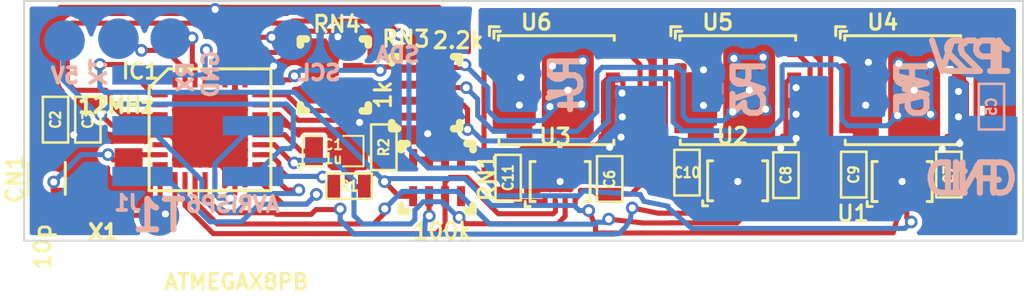
<source format=kicad_pcb>
(kicad_pcb (version 3) (host pcbnew "(2013-jul-07)-stable")

  (general
    (links 120)
    (no_connects 0)
    (area 101.690499 52.973299 155.575 74.6833)
    (thickness 1.6)
    (drawings 5)
    (tracks 924)
    (zones 0)
    (modules 37)
    (nets 38)
  )

  (page A3)
  (layers
    (15 F.Cu signal)
    (0 B.Cu signal)
    (16 B.Adhes user)
    (17 F.Adhes user)
    (18 B.Paste user)
    (19 F.Paste user)
    (20 B.SilkS user)
    (21 F.SilkS user)
    (22 B.Mask user)
    (23 F.Mask user)
    (24 Dwgs.User user)
    (25 Cmts.User user)
    (26 Eco1.User user)
    (27 Eco2.User user)
    (28 Edge.Cuts user)
  )

  (setup
    (last_trace_width 0.254)
    (trace_clearance 0.2286)
    (zone_clearance 0.2286)
    (zone_45_only no)
    (trace_min 0.254)
    (segment_width 0.2)
    (edge_width 0.1)
    (via_size 0.635)
    (via_drill 0.3556)
    (via_min_size 0.635)
    (via_min_drill 0.3556)
    (uvia_size 0.508)
    (uvia_drill 0.127)
    (uvias_allowed no)
    (uvia_min_size 0.508)
    (uvia_min_drill 0.127)
    (pcb_text_width 0.3)
    (pcb_text_size 1.5 1.5)
    (mod_edge_width 0.15)
    (mod_text_size 1 1)
    (mod_text_width 0.15)
    (pad_size 0.9 1.7)
    (pad_drill 0)
    (pad_to_mask_clearance 0)
    (aux_axis_origin 0 0)
    (visible_elements FFFFFFBF)
    (pcbplotparams
      (layerselection 3178497)
      (usegerberextensions true)
      (excludeedgelayer true)
      (linewidth 0.150000)
      (plotframeref false)
      (viasonmask false)
      (mode 1)
      (useauxorigin false)
      (hpglpennumber 1)
      (hpglpenspeed 20)
      (hpglpendiameter 15)
      (hpglpenoverlay 2)
      (psnegative false)
      (psa4output false)
      (plotreference true)
      (plotvalue true)
      (plotothertext true)
      (plotinvisibletext false)
      (padsonsilk false)
      (subtractmaskfromsilk false)
      (outputformat 1)
      (mirror false)
      (drillshape 1)
      (scaleselection 1)
      (outputdirectory ""))
  )

  (net 0 "")
  (net 1 +12V)
  (net 2 +5V)
  (net 3 C1PWM)
  (net 4 C2PWM)
  (net 5 C3PWM)
  (net 6 DE_VOLTAGE)
  (net 7 E1)
  (net 8 E2)
  (net 9 E3)
  (net 10 GND)
  (net 11 N-000001)
  (net 12 N-0000010)
  (net 13 N-0000011)
  (net 14 N-0000017)
  (net 15 N-0000019)
  (net 16 N-000002)
  (net 17 N-0000020)
  (net 18 N-0000023)
  (net 19 N-0000024)
  (net 20 N-0000025)
  (net 21 N-0000026)
  (net 22 N-0000027)
  (net 23 N-0000028)
  (net 24 N-0000029)
  (net 25 N-000003)
  (net 26 N-0000030)
  (net 27 N-0000036)
  (net 28 N-0000039)
  (net 29 N-000007)
  (net 30 N-000008)
  (net 31 N-000009)
  (net 32 U)
  (net 33 U')
  (net 34 V)
  (net 35 V')
  (net 36 W)
  (net 37 W')

  (net_class Default "This is the default net class."
    (clearance 0.2286)
    (trace_width 0.254)
    (via_dia 0.635)
    (via_drill 0.3556)
    (uvia_dia 0.508)
    (uvia_drill 0.127)
    (add_net "")
    (add_net +5V)
    (add_net C1PWM)
    (add_net C2PWM)
    (add_net C3PWM)
    (add_net DE_VOLTAGE)
    (add_net E1)
    (add_net E2)
    (add_net E3)
    (add_net N-000001)
    (add_net N-0000010)
    (add_net N-0000011)
    (add_net N-0000017)
    (add_net N-0000019)
    (add_net N-000002)
    (add_net N-0000020)
    (add_net N-0000023)
    (add_net N-0000024)
    (add_net N-0000025)
    (add_net N-0000026)
    (add_net N-0000027)
    (add_net N-0000028)
    (add_net N-0000029)
    (add_net N-000003)
    (add_net N-0000030)
    (add_net N-0000036)
    (add_net N-0000039)
    (add_net N-000007)
    (add_net N-000008)
    (add_net N-000009)
    (add_net U')
    (add_net V')
    (add_net W')
  )

  (net_class Power ""
    (clearance 0.2286)
    (trace_width 0.254)
    (via_dia 0.635)
    (via_drill 0.3556)
    (uvia_dia 0.508)
    (uvia_drill 0.127)
    (add_net +12V)
    (add_net GND)
    (add_net U)
    (add_net V)
    (add_net W)
  )

  (module SM0805 (layer F.Cu) (tedit 5091495C) (tstamp 548C4ADD)
    (at 120.7135 64.262)
    (path /548C03B9)
    (attr smd)
    (fp_text reference C1 (at 0 -0.3175) (layer F.SilkS)
      (effects (font (size 0.50038 0.50038) (thickness 0.10922)))
    )
    (fp_text value 1u (at 0 0.381) (layer F.SilkS)
      (effects (font (size 0.50038 0.50038) (thickness 0.10922)))
    )
    (fp_circle (center -1.651 0.762) (end -1.651 0.635) (layer F.SilkS) (width 0.09906))
    (fp_line (start -0.508 0.762) (end -1.524 0.762) (layer F.SilkS) (width 0.09906))
    (fp_line (start -1.524 0.762) (end -1.524 -0.762) (layer F.SilkS) (width 0.09906))
    (fp_line (start -1.524 -0.762) (end -0.508 -0.762) (layer F.SilkS) (width 0.09906))
    (fp_line (start 0.508 -0.762) (end 1.524 -0.762) (layer F.SilkS) (width 0.09906))
    (fp_line (start 1.524 -0.762) (end 1.524 0.762) (layer F.SilkS) (width 0.09906))
    (fp_line (start 1.524 0.762) (end 0.508 0.762) (layer F.SilkS) (width 0.09906))
    (pad 1 smd rect (at -0.9525 0) (size 0.889 1.397)
      (layers F.Cu F.Paste F.Mask)
      (net 14 N-0000017)
    )
    (pad 2 smd rect (at 0.9525 0) (size 0.889 1.397)
      (layers F.Cu F.Paste F.Mask)
      (net 10 GND)
    )
    (model smd/chip_cms.wrl
      (at (xyz 0 0 0))
      (scale (xyz 0.1 0.1 0.1))
      (rotate (xyz 0 0 0))
    )
  )

  (module NETWORK1206 (layer F.Cu) (tedit 54B54777) (tstamp 548C4AF1)
    (at 120.777 60.452 90)
    (path /548C2056)
    (fp_text reference RN4 (at 2.54 0.127 180) (layer F.SilkS)
      (effects (font (size 0.8128 0.7874) (thickness 0.1524)))
    )
    (fp_text value 1k (at -0.9906 2.4384 90) (layer F.SilkS)
      (effects (font (size 0.8128 0.7874) (thickness 0.1524)))
    )
    (fp_line (start 1.8 1.4) (end 1.8 1.7) (layer F.SilkS) (width 0.381))
    (fp_line (start 1.8 1.7) (end 1.5 1.7) (layer F.SilkS) (width 0.381))
    (fp_line (start -1.8 -1.4) (end -1.8 -1.7) (layer F.SilkS) (width 0.381))
    (fp_line (start -1.8 -1.7) (end -1.5 -1.7) (layer F.SilkS) (width 0.381))
    (fp_line (start 1.5 -1.7) (end 1.8 -1.7) (layer F.SilkS) (width 0.381))
    (fp_line (start 1.8 -1.7) (end 1.8 -1.4) (layer F.SilkS) (width 0.381))
    (fp_line (start -1.8 1.4) (end -1.8 1.7) (layer F.SilkS) (width 0.381))
    (fp_line (start -1.8 1.7) (end -1.5 1.7) (layer F.SilkS) (width 0.381))
    (pad 1 smd rect (at -1.2 0.93 90) (size 0.4 1)
      (layers F.Cu F.Paste F.Mask)
      (net 37 W')
    )
    (pad 2 smd rect (at -0.4 0.93 90) (size 0.4 1)
      (layers F.Cu F.Paste F.Mask)
      (net 35 V')
    )
    (pad 3 smd rect (at 0.4 0.93 90) (size 0.4 1)
      (layers F.Cu F.Paste F.Mask)
      (net 33 U')
    )
    (pad 4 smd rect (at 1.2 0.93 90) (size 0.4 1)
      (layers F.Cu F.Paste F.Mask)
    )
    (pad 5 smd rect (at 1.2 -0.93 90) (size 0.4 1)
      (layers F.Cu F.Paste F.Mask)
      (net 10 GND)
    )
    (pad 6 smd rect (at 0.4 -0.93 90) (size 0.4 1)
      (layers F.Cu F.Paste F.Mask)
      (net 10 GND)
    )
    (pad 7 smd rect (at -0.4 -0.93 90) (size 0.4 1)
      (layers F.Cu F.Paste F.Mask)
      (net 10 GND)
    )
    (pad 8 smd rect (at -1.2 -0.93 90) (size 0.4 1)
      (layers F.Cu F.Paste F.Mask)
      (net 10 GND)
    )
  )

  (module NETWORK1206 (layer F.Cu) (tedit 54B53C05) (tstamp 548C4B19)
    (at 125.92 65.59)
    (path /548BE9CD)
    (fp_text reference RN1 (at 2.5 0 90) (layer F.SilkS)
      (effects (font (size 0.8128 0.7874) (thickness 0.1524)))
    )
    (fp_text value 100k (at 0.254 2.667) (layer F.SilkS)
      (effects (font (size 0.8128 0.7874) (thickness 0.1524)))
    )
    (fp_line (start 1.8 1.4) (end 1.8 1.7) (layer F.SilkS) (width 0.381))
    (fp_line (start 1.8 1.7) (end 1.5 1.7) (layer F.SilkS) (width 0.381))
    (fp_line (start -1.8 -1.4) (end -1.8 -1.7) (layer F.SilkS) (width 0.381))
    (fp_line (start -1.8 -1.7) (end -1.5 -1.7) (layer F.SilkS) (width 0.381))
    (fp_line (start 1.5 -1.7) (end 1.8 -1.7) (layer F.SilkS) (width 0.381))
    (fp_line (start 1.8 -1.7) (end 1.8 -1.4) (layer F.SilkS) (width 0.381))
    (fp_line (start -1.8 1.4) (end -1.8 1.7) (layer F.SilkS) (width 0.381))
    (fp_line (start -1.8 1.7) (end -1.5 1.7) (layer F.SilkS) (width 0.381))
    (pad 1 smd rect (at -1.2 0.93) (size 0.4 1)
      (layers F.Cu F.Paste F.Mask)
      (net 3 C1PWM)
    )
    (pad 2 smd rect (at -0.4 0.93) (size 0.4 1)
      (layers F.Cu F.Paste F.Mask)
      (net 4 C2PWM)
    )
    (pad 3 smd rect (at 0.4 0.93) (size 0.4 1)
      (layers F.Cu F.Paste F.Mask)
      (net 5 C3PWM)
    )
    (pad 4 smd rect (at 1.2 0.93) (size 0.4 1)
      (layers F.Cu F.Paste F.Mask)
    )
    (pad 5 smd rect (at 1.2 -0.93) (size 0.4 1)
      (layers F.Cu F.Paste F.Mask)
    )
    (pad 6 smd rect (at 0.4 -0.93) (size 0.4 1)
      (layers F.Cu F.Paste F.Mask)
      (net 6 DE_VOLTAGE)
    )
    (pad 7 smd rect (at -0.4 -0.93) (size 0.4 1)
      (layers F.Cu F.Paste F.Mask)
      (net 6 DE_VOLTAGE)
    )
    (pad 8 smd rect (at -1.2 -0.93) (size 0.4 1)
      (layers F.Cu F.Paste F.Mask)
      (net 6 DE_VOLTAGE)
    )
  )

  (module SM0603 (layer F.Cu) (tedit 4E43A3D1) (tstamp 548C4A8F)
    (at 106.82 62.69 270)
    (path /548C05CE)
    (attr smd)
    (fp_text reference C2 (at 0 0 270) (layer F.SilkS)
      (effects (font (size 0.508 0.4572) (thickness 0.1143)))
    )
    (fp_text value .1u (at 0 0 270) (layer F.SilkS) hide
      (effects (font (size 0.508 0.4572) (thickness 0.1143)))
    )
    (fp_line (start -1.143 -0.635) (end 1.143 -0.635) (layer F.SilkS) (width 0.127))
    (fp_line (start 1.143 -0.635) (end 1.143 0.635) (layer F.SilkS) (width 0.127))
    (fp_line (start 1.143 0.635) (end -1.143 0.635) (layer F.SilkS) (width 0.127))
    (fp_line (start -1.143 0.635) (end -1.143 -0.635) (layer F.SilkS) (width 0.127))
    (pad 1 smd rect (at -0.762 0 270) (size 0.635 1.143)
      (layers F.Cu F.Paste F.Mask)
      (net 2 +5V)
    )
    (pad 2 smd rect (at 0.762 0 270) (size 0.635 1.143)
      (layers F.Cu F.Paste F.Mask)
      (net 10 GND)
    )
    (model smd\resistors\R0603.wrl
      (at (xyz 0 0 0.001))
      (scale (xyz 0.5 0.5 0.5))
      (rotate (xyz 0 0 0))
    )
  )

  (module SM0603 (layer F.Cu) (tedit 4E43A3D1) (tstamp 548C4AD0)
    (at 108.44 62.69 270)
    (path /548C068B)
    (attr smd)
    (fp_text reference C3 (at 0 0 270) (layer F.SilkS)
      (effects (font (size 0.508 0.4572) (thickness 0.1143)))
    )
    (fp_text value 10u (at 0 0 270) (layer F.SilkS) hide
      (effects (font (size 0.508 0.4572) (thickness 0.1143)))
    )
    (fp_line (start -1.143 -0.635) (end 1.143 -0.635) (layer F.SilkS) (width 0.127))
    (fp_line (start 1.143 -0.635) (end 1.143 0.635) (layer F.SilkS) (width 0.127))
    (fp_line (start 1.143 0.635) (end -1.143 0.635) (layer F.SilkS) (width 0.127))
    (fp_line (start -1.143 0.635) (end -1.143 -0.635) (layer F.SilkS) (width 0.127))
    (pad 1 smd rect (at -0.762 0 270) (size 0.635 1.143)
      (layers F.Cu F.Paste F.Mask)
      (net 2 +5V)
    )
    (pad 2 smd rect (at 0.762 0 270) (size 0.635 1.143)
      (layers F.Cu F.Paste F.Mask)
      (net 10 GND)
    )
    (model smd\resistors\R0603.wrl
      (at (xyz 0 0 0.001))
      (scale (xyz 0.5 0.5 0.5))
      (rotate (xyz 0 0 0))
    )
  )

  (module QFN32 (layer F.Cu) (tedit 54B55AA9) (tstamp 54B53A46)
    (at 114.554 63.1952)
    (descr "Support CMS Plcc 32 pins")
    (tags "CMS Plcc")
    (path /548B2F21)
    (attr smd)
    (fp_text reference IC1 (at -3.484 -2.9252) (layer F.SilkS)
      (effects (font (size 0.762 0.762) (thickness 0.1524)))
    )
    (fp_text value ATMEGAX8PB (at 1.319 7.611) (layer F.SilkS)
      (effects (font (size 0.762 0.762) (thickness 0.1524)))
    )
    (fp_line (start -2.0955 -3.048) (end 2.0955 -3.048) (layer F.SilkS) (width 0.1524))
    (fp_line (start 2.0955 -3.048) (end 3.048 -3.048) (layer F.SilkS) (width 0.1524))
    (fp_line (start 3.048 -3.048) (end 3.048 3.048) (layer F.SilkS) (width 0.1524))
    (fp_line (start 3.048 3.048) (end -3.048 3.048) (layer F.SilkS) (width 0.1524))
    (fp_line (start -3.048 3.048) (end -3.048 -2.0955) (layer F.SilkS) (width 0.1524))
    (fp_line (start -3.048 -2.0955) (end -2.0955 -3.048) (layer F.SilkS) (width 0.1524))
    (pad 31 smd rect (at -1.24968 -2.49936) (size 0.254 0.762)
      (layers F.Cu F.Paste F.Mask)
      (net 20 N-0000025)
    )
    (pad 30 smd rect (at -0.7493 -2.49936) (size 0.254 0.762)
      (layers F.Cu F.Paste F.Mask)
      (net 21 N-0000026)
    )
    (pad 29 smd rect (at -0.24892 -2.49936) (size 0.254 0.762)
      (layers F.Cu F.Paste F.Mask)
      (net 13 N-0000011)
    )
    (pad 32 smd rect (at -1.75006 -2.49936) (size 0.254 0.762)
      (layers F.Cu F.Paste F.Mask)
    )
    (pad 1 smd rect (at -2.49936 -1.75006 90) (size 0.254 0.762)
      (layers F.Cu F.Paste F.Mask)
      (net 3 C1PWM)
    )
    (pad 2 smd rect (at -2.49936 -1.24968 90) (size 0.254 0.762)
      (layers F.Cu F.Paste F.Mask)
    )
    (pad 3 smd rect (at -2.49936 -0.7493 90) (size 0.254 0.762)
      (layers F.Cu F.Paste F.Mask)
      (net 7 E1)
    )
    (pad 4 smd rect (at -2.49936 -0.24892 90) (size 0.254 0.762)
      (layers F.Cu F.Paste F.Mask)
      (net 2 +5V)
    )
    (pad 5 smd rect (at -2.49936 0.24892 90) (size 0.254 0.762)
      (layers F.Cu F.Paste F.Mask)
      (net 10 GND)
    )
    (pad 6 smd rect (at -2.49936 0.7493 90) (size 0.254 0.762)
      (layers F.Cu F.Paste F.Mask)
    )
    (pad 7 smd rect (at -2.49936 1.24968 90) (size 0.254 0.762)
      (layers F.Cu F.Paste F.Mask)
      (net 26 N-0000030)
    )
    (pad 8 smd rect (at -2.49936 1.75006 90) (size 0.254 0.762)
      (layers F.Cu F.Paste F.Mask)
      (net 24 N-0000029)
    )
    (pad 16 smd rect (at 1.75006 2.49936) (size 0.254 0.762)
      (layers F.Cu F.Paste F.Mask)
      (net 29 N-000007)
    )
    (pad 9 smd rect (at -1.75006 2.49936) (size 0.254 0.762)
      (layers F.Cu F.Paste F.Mask)
      (net 27 N-0000036)
    )
    (pad 10 smd rect (at -1.24968 2.49936) (size 0.254 0.762)
      (layers F.Cu F.Paste F.Mask)
      (net 5 C3PWM)
    )
    (pad 11 smd rect (at -0.7493 2.49936) (size 0.254 0.762)
      (layers F.Cu F.Paste F.Mask)
      (net 8 E2)
    )
    (pad 12 smd rect (at -0.24892 2.49936) (size 0.254 0.762)
      (layers F.Cu F.Paste F.Mask)
      (net 4 C2PWM)
    )
    (pad 13 smd rect (at 0.24892 2.49936) (size 0.254 0.762)
      (layers F.Cu F.Paste F.Mask)
    )
    (pad 14 smd rect (at 0.7493 2.49936) (size 0.254 0.762)
      (layers F.Cu F.Paste F.Mask)
      (net 10 GND)
    )
    (pad 15 smd rect (at 1.24968 2.49936) (size 0.254 0.762)
      (layers F.Cu F.Paste F.Mask)
      (net 31 N-000009)
    )
    (pad 17 smd rect (at 2.49936 1.75006 90) (size 0.254 0.762)
      (layers F.Cu F.Paste F.Mask)
      (net 30 N-000008)
    )
    (pad 18 smd rect (at 2.49936 1.24968 90) (size 0.254 0.762)
      (layers F.Cu F.Paste F.Mask)
      (net 2 +5V)
    )
    (pad 19 smd rect (at 2.49936 0.7493 90) (size 0.254 0.762)
      (layers F.Cu F.Paste F.Mask)
      (net 9 E3)
    )
    (pad 20 smd rect (at 2.49936 0.24892 90) (size 0.254 0.762)
      (layers F.Cu F.Paste F.Mask)
      (net 14 N-0000017)
    )
    (pad 21 smd rect (at 2.49936 -0.24892 90) (size 0.254 0.762)
      (layers F.Cu F.Paste F.Mask)
      (net 10 GND)
    )
    (pad 22 smd rect (at 2.49936 -0.7493 90) (size 0.254 0.762)
      (layers F.Cu F.Paste F.Mask)
    )
    (pad 23 smd rect (at 2.49936 -1.24968 90) (size 0.254 0.762)
      (layers F.Cu F.Paste F.Mask)
      (net 37 W')
    )
    (pad 24 smd rect (at 2.49936 -1.75006 90) (size 0.254 0.762)
      (layers F.Cu F.Paste F.Mask)
      (net 35 V')
    )
    (pad 25 smd rect (at 1.75006 -2.49936) (size 0.254 0.762)
      (layers F.Cu F.Paste F.Mask)
      (net 33 U')
    )
    (pad 26 smd rect (at 1.24968 -2.49936) (size 0.254 0.762)
      (layers F.Cu F.Paste F.Mask)
      (net 10 GND)
    )
    (pad 27 smd rect (at 0.7493 -2.49936) (size 0.254 0.762)
      (layers F.Cu F.Paste F.Mask)
      (net 23 N-0000028)
    )
    (pad 28 smd rect (at 0.24892 -2.49936) (size 0.254 0.762)
      (layers F.Cu F.Paste F.Mask)
      (net 22 N-0000027)
    )
    (pad 33 smd rect (at 0 0) (size 2.99974 2.99974)
      (layers F.Cu F.Paste F.Mask)
      (net 10 GND)
    )
  )

  (module NETWORK1206 (layer F.Cu) (tedit 54B54771) (tstamp 548C4B05)
    (at 125.349 61.341 270)
    (path /548C2050)
    (fp_text reference RN3 (at -2.6924 0.9906 360) (layer F.SilkS)
      (effects (font (size 0.8128 0.7874) (thickness 0.1524)))
    )
    (fp_text value 2.2k (at -2.6162 -1.6256 360) (layer F.SilkS)
      (effects (font (size 0.8128 0.7874) (thickness 0.1524)))
    )
    (fp_line (start 1.8 1.4) (end 1.8 1.7) (layer F.SilkS) (width 0.381))
    (fp_line (start 1.8 1.7) (end 1.5 1.7) (layer F.SilkS) (width 0.381))
    (fp_line (start -1.8 -1.4) (end -1.8 -1.7) (layer F.SilkS) (width 0.381))
    (fp_line (start -1.8 -1.7) (end -1.5 -1.7) (layer F.SilkS) (width 0.381))
    (fp_line (start 1.5 -1.7) (end 1.8 -1.7) (layer F.SilkS) (width 0.381))
    (fp_line (start 1.8 -1.7) (end 1.8 -1.4) (layer F.SilkS) (width 0.381))
    (fp_line (start -1.8 1.4) (end -1.8 1.7) (layer F.SilkS) (width 0.381))
    (fp_line (start -1.8 1.7) (end -1.5 1.7) (layer F.SilkS) (width 0.381))
    (pad 1 smd rect (at -1.2 0.93 270) (size 0.4 1)
      (layers F.Cu F.Paste F.Mask)
      (net 33 U')
    )
    (pad 2 smd rect (at -0.4 0.93 270) (size 0.4 1)
      (layers F.Cu F.Paste F.Mask)
      (net 35 V')
    )
    (pad 3 smd rect (at 0.4 0.93 270) (size 0.4 1)
      (layers F.Cu F.Paste F.Mask)
      (net 37 W')
    )
    (pad 4 smd rect (at 1.2 0.93 270) (size 0.4 1)
      (layers F.Cu F.Paste F.Mask)
    )
    (pad 5 smd rect (at 1.2 -0.93 270) (size 0.4 1)
      (layers F.Cu F.Paste F.Mask)
    )
    (pad 6 smd rect (at 0.4 -0.93 270) (size 0.4 1)
      (layers F.Cu F.Paste F.Mask)
      (net 36 W)
    )
    (pad 7 smd rect (at -0.4 -0.93 270) (size 0.4 1)
      (layers F.Cu F.Paste F.Mask)
      (net 34 V)
    )
    (pad 8 smd rect (at -1.2 -0.93 270) (size 0.4 1)
      (layers F.Cu F.Paste F.Mask)
      (net 32 U)
    )
  )

  (module SM0603 (layer F.Cu) (tedit 4E43A3D1) (tstamp 548D2B2B)
    (at 146.77644 65.44056 90)
    (path /548C4287)
    (attr smd)
    (fp_text reference C9 (at 0 0 90) (layer F.SilkS)
      (effects (font (size 0.508 0.4572) (thickness 0.1143)))
    )
    (fp_text value .027uF (at 0 0 90) (layer F.SilkS) hide
      (effects (font (size 0.508 0.4572) (thickness 0.1143)))
    )
    (fp_line (start -1.143 -0.635) (end 1.143 -0.635) (layer F.SilkS) (width 0.127))
    (fp_line (start 1.143 -0.635) (end 1.143 0.635) (layer F.SilkS) (width 0.127))
    (fp_line (start 1.143 0.635) (end -1.143 0.635) (layer F.SilkS) (width 0.127))
    (fp_line (start -1.143 0.635) (end -1.143 -0.635) (layer F.SilkS) (width 0.127))
    (pad 1 smd rect (at -0.762 0 90) (size 0.635 1.143)
      (layers F.Cu F.Paste F.Mask)
      (net 11 N-000001)
    )
    (pad 2 smd rect (at 0.762 0 90) (size 0.635 1.143)
      (layers F.Cu F.Paste F.Mask)
      (net 36 W)
    )
    (model smd\resistors\R0603.wrl
      (at (xyz 0 0 0.001))
      (scale (xyz 0.5 0.5 0.5))
      (rotate (xyz 0 0 0))
    )
  )

  (module SM0603 (layer F.Cu) (tedit 548C6954) (tstamp 548D2B35)
    (at 138.43 65.3415 90)
    (path /548C456E)
    (attr smd)
    (fp_text reference C10 (at 0 0 180) (layer F.SilkS)
      (effects (font (size 0.508 0.4572) (thickness 0.1143)))
    )
    (fp_text value .027uF (at 0 0 90) (layer F.SilkS) hide
      (effects (font (size 0.508 0.4572) (thickness 0.1143)))
    )
    (fp_line (start -1.143 -0.635) (end 1.143 -0.635) (layer F.SilkS) (width 0.127))
    (fp_line (start 1.143 -0.635) (end 1.143 0.635) (layer F.SilkS) (width 0.127))
    (fp_line (start 1.143 0.635) (end -1.143 0.635) (layer F.SilkS) (width 0.127))
    (fp_line (start -1.143 0.635) (end -1.143 -0.635) (layer F.SilkS) (width 0.127))
    (pad 1 smd rect (at -0.762 0 90) (size 0.635 1.143)
      (layers F.Cu F.Paste F.Mask)
      (net 16 N-000002)
    )
    (pad 2 smd rect (at 0.762 0 90) (size 0.635 1.143)
      (layers F.Cu F.Paste F.Mask)
      (net 34 V)
    )
    (model smd\resistors\R0603.wrl
      (at (xyz 0 0 0.001))
      (scale (xyz 0.5 0.5 0.5))
      (rotate (xyz 0 0 0))
    )
  )

  (module SM0603 (layer F.Cu) (tedit 4E43A3D1) (tstamp 548D2B3F)
    (at 129.4765 65.5955 90)
    (path /548C4781)
    (attr smd)
    (fp_text reference C11 (at 0 0 90) (layer F.SilkS)
      (effects (font (size 0.508 0.4572) (thickness 0.1143)))
    )
    (fp_text value .027uF (at 0 0 90) (layer F.SilkS) hide
      (effects (font (size 0.508 0.4572) (thickness 0.1143)))
    )
    (fp_line (start -1.143 -0.635) (end 1.143 -0.635) (layer F.SilkS) (width 0.127))
    (fp_line (start 1.143 -0.635) (end 1.143 0.635) (layer F.SilkS) (width 0.127))
    (fp_line (start 1.143 0.635) (end -1.143 0.635) (layer F.SilkS) (width 0.127))
    (fp_line (start -1.143 0.635) (end -1.143 -0.635) (layer F.SilkS) (width 0.127))
    (pad 1 smd rect (at -0.762 0 90) (size 0.635 1.143)
      (layers F.Cu F.Paste F.Mask)
      (net 25 N-000003)
    )
    (pad 2 smd rect (at 0.762 0 90) (size 0.635 1.143)
      (layers F.Cu F.Paste F.Mask)
      (net 32 U)
    )
    (model smd\resistors\R0603.wrl
      (at (xyz 0 0 0.001))
      (scale (xyz 0.5 0.5 0.5))
      (rotate (xyz 0 0 0))
    )
  )

  (module SM0603 (layer B.Cu) (tedit 4E43A3D1) (tstamp 548C4A9C)
    (at 153.67 62.0395 90)
    (path /548C1477)
    (attr smd)
    (fp_text reference C5 (at 0 0 90) (layer B.SilkS)
      (effects (font (size 0.508 0.4572) (thickness 0.1143)) (justify mirror))
    )
    (fp_text value .1u (at 0 0 90) (layer B.SilkS) hide
      (effects (font (size 0.508 0.4572) (thickness 0.1143)) (justify mirror))
    )
    (fp_line (start -1.143 0.635) (end 1.143 0.635) (layer B.SilkS) (width 0.127))
    (fp_line (start 1.143 0.635) (end 1.143 -0.635) (layer B.SilkS) (width 0.127))
    (fp_line (start 1.143 -0.635) (end -1.143 -0.635) (layer B.SilkS) (width 0.127))
    (fp_line (start -1.143 -0.635) (end -1.143 0.635) (layer B.SilkS) (width 0.127))
    (pad 1 smd rect (at -0.762 0 90) (size 0.635 1.143)
      (layers B.Cu B.Paste B.Mask)
      (net 10 GND)
    )
    (pad 2 smd rect (at 0.762 0 90) (size 0.635 1.143)
      (layers B.Cu B.Paste B.Mask)
      (net 1 +12V)
    )
    (model smd\resistors\R0603.wrl
      (at (xyz 0 0 0.001))
      (scale (xyz 0.5 0.5 0.5))
      (rotate (xyz 0 0 0))
    )
  )

  (module SM0603 (layer F.Cu) (tedit 4E43A3D1) (tstamp 548C4AA9)
    (at 134.5565 65.659 270)
    (path /548C12E1)
    (attr smd)
    (fp_text reference C6 (at 0 0 270) (layer F.SilkS)
      (effects (font (size 0.508 0.4572) (thickness 0.1143)))
    )
    (fp_text value 10u (at 0 0 270) (layer F.SilkS) hide
      (effects (font (size 0.508 0.4572) (thickness 0.1143)))
    )
    (fp_line (start -1.143 -0.635) (end 1.143 -0.635) (layer F.SilkS) (width 0.127))
    (fp_line (start 1.143 -0.635) (end 1.143 0.635) (layer F.SilkS) (width 0.127))
    (fp_line (start 1.143 0.635) (end -1.143 0.635) (layer F.SilkS) (width 0.127))
    (fp_line (start -1.143 0.635) (end -1.143 -0.635) (layer F.SilkS) (width 0.127))
    (pad 1 smd rect (at -0.762 0 270) (size 0.635 1.143)
      (layers F.Cu F.Paste F.Mask)
      (net 10 GND)
    )
    (pad 2 smd rect (at 0.762 0 270) (size 0.635 1.143)
      (layers F.Cu F.Paste F.Mask)
      (net 1 +12V)
    )
    (model smd\resistors\R0603.wrl
      (at (xyz 0 0 0.001))
      (scale (xyz 0.5 0.5 0.5))
      (rotate (xyz 0 0 0))
    )
  )

  (module SM0603 (layer F.Cu) (tedit 4E43A3D1) (tstamp 548C4AB6)
    (at 151.53894 65.43802 270)
    (path /548C114B)
    (attr smd)
    (fp_text reference C7 (at 0 0 270) (layer F.SilkS)
      (effects (font (size 0.508 0.4572) (thickness 0.1143)))
    )
    (fp_text value .1u (at 0 0 270) (layer F.SilkS) hide
      (effects (font (size 0.508 0.4572) (thickness 0.1143)))
    )
    (fp_line (start -1.143 -0.635) (end 1.143 -0.635) (layer F.SilkS) (width 0.127))
    (fp_line (start 1.143 -0.635) (end 1.143 0.635) (layer F.SilkS) (width 0.127))
    (fp_line (start 1.143 0.635) (end -1.143 0.635) (layer F.SilkS) (width 0.127))
    (fp_line (start -1.143 0.635) (end -1.143 -0.635) (layer F.SilkS) (width 0.127))
    (pad 1 smd rect (at -0.762 0 270) (size 0.635 1.143)
      (layers F.Cu F.Paste F.Mask)
      (net 10 GND)
    )
    (pad 2 smd rect (at 0.762 0 270) (size 0.635 1.143)
      (layers F.Cu F.Paste F.Mask)
      (net 1 +12V)
    )
    (model smd\resistors\R0603.wrl
      (at (xyz 0 0 0.001))
      (scale (xyz 0.5 0.5 0.5))
      (rotate (xyz 0 0 0))
    )
  )

  (module SM0603 (layer F.Cu) (tedit 4E43A3D1) (tstamp 548C4AC3)
    (at 143.383 65.4685 270)
    (path /548C0FC7)
    (attr smd)
    (fp_text reference C8 (at 0 0 270) (layer F.SilkS)
      (effects (font (size 0.508 0.4572) (thickness 0.1143)))
    )
    (fp_text value 10u (at 0 0 270) (layer F.SilkS) hide
      (effects (font (size 0.508 0.4572) (thickness 0.1143)))
    )
    (fp_line (start -1.143 -0.635) (end 1.143 -0.635) (layer F.SilkS) (width 0.127))
    (fp_line (start 1.143 -0.635) (end 1.143 0.635) (layer F.SilkS) (width 0.127))
    (fp_line (start 1.143 0.635) (end -1.143 0.635) (layer F.SilkS) (width 0.127))
    (fp_line (start -1.143 0.635) (end -1.143 -0.635) (layer F.SilkS) (width 0.127))
    (pad 1 smd rect (at -0.762 0 270) (size 0.635 1.143)
      (layers F.Cu F.Paste F.Mask)
      (net 10 GND)
    )
    (pad 2 smd rect (at 0.762 0 270) (size 0.635 1.143)
      (layers F.Cu F.Paste F.Mask)
      (net 1 +12V)
    )
    (model smd\resistors\R0603.wrl
      (at (xyz 0 0 0.001))
      (scale (xyz 0.5 0.5 0.5))
      (rotate (xyz 0 0 0))
    )
  )

  (module RIBBON6SMT (layer B.Cu) (tedit 54B53A0A) (tstamp 548C6AB3)
    (at 116.713 65.532 90)
    (path /548B30C1)
    (fp_text reference J1 (at -1.3335 -6.2865 180) (layer B.SilkS)
      (effects (font (size 0.762 0.762) (thickness 0.1905)) (justify mirror))
    )
    (fp_text value AVRISP6 (at -1.397 -1.016 180) (layer B.SilkS)
      (effects (font (size 0.762 0.762) (thickness 0.1905)) (justify mirror))
    )
    (pad 2 smd rect (at 0 0 90) (size 0.9652 3.0226)
      (layers B.Cu B.Paste B.Mask)
      (net 2 +5V)
    )
    (pad 4 smd rect (at 2.54 0 90) (size 0.9652 3.0226)
      (layers B.Cu B.Paste B.Mask)
      (net 31 N-000009)
    )
    (pad 6 smd rect (at 5.08 0 90) (size 0.9652 3.0226)
      (layers B.Cu B.Paste B.Mask)
      (net 10 GND)
    )
    (pad 1 smd rect (at 0 -5.5372 90) (size 0.9652 3.0226)
      (layers B.Cu B.Paste B.Mask)
      (net 29 N-000007)
    )
    (pad 3 smd rect (at 2.54 -5.5372 90) (size 0.9652 3.0226)
      (layers B.Cu B.Paste B.Mask)
      (net 30 N-000008)
    )
    (pad 5 smd rect (at 5.08 -5.5372 90) (size 0.9652 3.0226)
      (layers B.Cu B.Paste B.Mask)
      (net 13 N-0000011)
    )
  )

  (module XTAL4P (layer F.Cu) (tedit 54B53B73) (tstamp 548CE22A)
    (at 110.48 66.42 180)
    (path /548CE5C7)
    (fp_text reference X1 (at 1.27 -1.905 180) (layer F.SilkS)
      (effects (font (size 0.762 0.762) (thickness 0.1905)))
    )
    (fp_text value 12MHz (at 0.635 4.445 180) (layer F.SilkS)
      (effects (font (size 0.762 0.762) (thickness 0.1905)))
    )
    (pad 4 smd rect (at 0 0 180) (size 1.397 1.1938)
      (layers F.Cu F.Paste F.Mask)
      (net 10 GND)
    )
    (pad 1 smd rect (at 0 1.7018 180) (size 1.397 1.1938)
      (layers F.Cu F.Paste F.Mask)
      (net 26 N-0000030)
    )
    (pad 3 smd rect (at 2.286 1.7018 180) (size 1.397 1.1938)
      (layers F.Cu F.Paste F.Mask)
      (net 10 GND)
    )
    (pad 2 smd rect (at 2.286 0 180) (size 1.397 1.1938)
      (layers F.Cu F.Paste F.Mask)
      (net 24 N-0000029)
    )
  )

  (module .1SMTPIN (layer B.Cu) (tedit 54B561CD) (tstamp 548CE22F)
    (at 107.27 58.73)
    (path /548CF0D0)
    (fp_text reference P6 (at 0 0) (layer B.SilkS) hide
      (effects (font (size 1.524 1.524) (thickness 0.3048)) (justify mirror))
    )
    (fp_text value 5V (at 0.03 1.76) (layer B.SilkS)
      (effects (font (size 0.762 0.762) (thickness 0.1905)) (justify mirror))
    )
    (pad 1 smd circle (at 0 0) (size 2.032 2.032)
      (layers B.Cu B.Paste B.Mask)
      (net 2 +5V)
    )
  )

  (module .1SMTPIN (layer B.Cu) (tedit 54B542DF) (tstamp 548CE234)
    (at 115.77066 58.43778)
    (path /548CF0DD)
    (fp_text reference P7 (at 0 0) (layer B.SilkS) hide
      (effects (font (size 1.524 1.524) (thickness 0.3048)) (justify mirror))
    )
    (fp_text value GND (at -1.18872 1.96596 90) (layer B.SilkS)
      (effects (font (size 0.762 0.762) (thickness 0.1905)) (justify mirror))
    )
    (pad 1 smd circle (at 0 0) (size 2.032 2.032)
      (layers B.Cu B.Paste B.Mask)
      (net 10 GND)
    )
  )

  (module .1SMTPIN (layer B.Cu) (tedit 54B542BF) (tstamp 548CE239)
    (at 109.97 58.64)
    (path /548CF475)
    (fp_text reference P9 (at 0 0) (layer B.SilkS) hide
      (effects (font (size 1.524 1.524) (thickness 0.3048)) (justify mirror))
    )
    (fp_text value TX (at -0.99314 1.66878 90) (layer B.SilkS)
      (effects (font (size 0.762 0.762) (thickness 0.1905)) (justify mirror))
    )
    (pad 1 smd circle (at 0 0) (size 2.032 2.032)
      (layers B.Cu B.Paste B.Mask)
      (net 20 N-0000025)
    )
  )

  (module .1SMTPIN (layer B.Cu) (tedit 54B542AF) (tstamp 548CE23E)
    (at 112.59 58.63)
    (path /548CF47B)
    (fp_text reference P10 (at 0 0) (layer B.SilkS) hide
      (effects (font (size 1.524 1.524) (thickness 0.3048)) (justify mirror))
    )
    (fp_text value RX (at 0.72898 1.92024 90) (layer B.SilkS)
      (effects (font (size 0.762 0.762) (thickness 0.1905)) (justify mirror))
    )
    (pad 1 smd circle (at 0 0) (size 2.032 2.032)
      (layers B.Cu B.Paste B.Mask)
      (net 21 N-0000026)
    )
  )

  (module .1SMTPIN (layer B.Cu) (tedit 54B54178) (tstamp 548CE243)
    (at 118.64 58.69)
    (path /548CF481)
    (fp_text reference P11 (at 0 0) (layer B.SilkS) hide
      (effects (font (size 1.524 1.524) (thickness 0.3048)) (justify mirror))
    )
    (fp_text value SCL (at 1.37276 1.64974) (layer B.SilkS)
      (effects (font (size 0.762 0.762) (thickness 0.1905)) (justify mirror))
    )
    (pad 1 smd circle (at 0 0) (size 2.032 2.032)
      (layers B.Cu B.Paste B.Mask)
      (net 22 N-0000027)
    )
  )

  (module .1SMTPIN (layer B.Cu) (tedit 54B5417F) (tstamp 548CE248)
    (at 121.49 58.74)
    (path /548CF487)
    (fp_text reference P12 (at 0 0) (layer B.SilkS) hide
      (effects (font (size 1.524 1.524) (thickness 0.3048)) (justify mirror))
    )
    (fp_text value SDA (at 2.46216 0.7074) (layer B.SilkS)
      (effects (font (size 0.762 0.762) (thickness 0.1905)) (justify mirror))
    )
    (pad 1 smd circle (at 0 0) (size 2.032 2.032)
      (layers B.Cu B.Paste B.Mask)
      (net 23 N-0000028)
    )
  )

  (module .1SMTPIN (layer B.Cu) (tedit 548CE305) (tstamp 548CE24D)
    (at 112 67.49)
    (path /548CFABC)
    (fp_text reference P8 (at 0 0) (layer B.SilkS) hide
      (effects (font (size 1.524 1.524) (thickness 0.3048)) (justify mirror))
    )
    (fp_text value T1 (at 0 0) (layer B.SilkS)
      (effects (font (size 1.524 1.524) (thickness 0.3048)) (justify mirror))
    )
    (pad 1 smd circle (at 0 0) (size 2.032 2.032)
      (layers B.Cu B.Paste B.Mask)
      (net 27 N-0000036)
    )
  )

  (module NETWORK0606 (layer F.Cu) (tedit 53E6386D) (tstamp 548CE3D0)
    (at 106.38 65.65 90)
    (path /548CE5D6)
    (fp_text reference CN1 (at 0 -1.6 90) (layer F.SilkS)
      (effects (font (size 0.8128 0.8128) (thickness 0.15)))
    )
    (fp_text value 10p (at -3.4 -0.2 90) (layer F.SilkS)
      (effects (font (size 0.8128 0.8128) (thickness 0.15)))
    )
    (fp_line (start 0.8 -0.93) (end -0.8 -0.93) (layer F.SilkS) (width 0.15))
    (fp_line (start -0.78 0.93) (end 0.82 0.93) (layer F.SilkS) (width 0.15))
    (pad 1 smd rect (at -0.8 -0.5 90) (size 0.7 0.6)
      (layers F.Cu F.Paste F.Mask)
      (net 24 N-0000029)
    )
    (pad 2 smd rect (at 0.8 -0.5 90) (size 0.7 0.6)
      (layers F.Cu F.Paste F.Mask)
      (net 10 GND)
    )
    (pad 3 smd rect (at -0.8 0.5 90) (size 0.7 0.6)
      (layers F.Cu F.Paste F.Mask)
      (net 26 N-0000030)
    )
    (pad 4 smd rect (at 0.8 0.5 90) (size 0.7 0.6)
      (layers F.Cu F.Paste F.Mask)
      (net 10 GND)
    )
  )

  (module DFN8 (layer F.Cu) (tedit 54B42908) (tstamp 548D2A04)
    (at 149.1996 65.786)
    (path /548B2F12)
    (fp_text reference U1 (at -2.4638 1.6002) (layer F.SilkS)
      (effects (font (size 0.7874 0.7874) (thickness 0.15)))
    )
    (fp_text value NCP5901B (at 0.275 8.2) (layer F.SilkS) hide
      (effects (font (size 0.7874 0.7874) (thickness 0.15)))
    )
    (fp_line (start -1.75 1) (end -1.75 1.25) (layer F.SilkS) (width 0.15))
    (fp_line (start -1.75 1.25) (end -1.5 1.25) (layer F.SilkS) (width 0.15))
    (fp_line (start 1.25 -1) (end 1.5 -1) (layer F.SilkS) (width 0.15))
    (fp_line (start 1.5 -1) (end 1.5 1) (layer F.SilkS) (width 0.15))
    (fp_line (start 1.5 1) (end 1.25 1) (layer F.SilkS) (width 0.15))
    (fp_line (start -1.25 -1) (end -1.5 -1) (layer F.SilkS) (width 0.15))
    (fp_line (start -1.5 -1) (end -1.5 1) (layer F.SilkS) (width 0.15))
    (fp_line (start -1.5 1) (end -1.25 1) (layer F.SilkS) (width 0.15))
    (pad 1 smd rect (at -0.75 1) (size 0.25 0.5)
      (layers F.Cu F.Paste F.Mask)
      (net 11 N-000001)
    )
    (pad 2 smd rect (at -0.25 1) (size 0.25 0.5)
      (layers F.Cu F.Paste F.Mask)
      (net 3 C1PWM)
    )
    (pad 3 smd rect (at 0.25 1) (size 0.25 0.5)
      (layers F.Cu F.Paste F.Mask)
      (net 7 E1)
    )
    (pad 4 smd rect (at 0.75 1) (size 0.25 0.5)
      (layers F.Cu F.Paste F.Mask)
      (net 1 +12V)
    )
    (pad 5 smd rect (at 0.75 -1) (size 0.25 0.5)
      (layers F.Cu F.Paste F.Mask)
      (net 28 N-0000039)
    )
    (pad 6 smd rect (at 0.25 -1) (size 0.25 0.5)
      (layers F.Cu F.Paste F.Mask)
      (net 10 GND)
    )
    (pad 7 smd rect (at -0.25 -1) (size 0.25 0.5)
      (layers F.Cu F.Paste F.Mask)
      (net 36 W)
    )
    (pad 8 smd rect (at -0.75 -1) (size 0.25 0.5)
      (layers F.Cu F.Paste F.Mask)
      (net 12 N-0000010)
    )
    (pad PAD smd rect (at 0 0) (size 1.3 0.9)
      (layers F.Cu F.Paste F.Mask)
      (net 10 GND)
    )
  )

  (module DFN8 (layer F.Cu) (tedit 54B423AD) (tstamp 548D2A18)
    (at 140.96492 65.75044)
    (path /548B7398)
    (fp_text reference U2 (at -0.25 -2.25) (layer F.SilkS)
      (effects (font (size 0.7874 0.7874) (thickness 0.15)))
    )
    (fp_text value NCP5901B (at 0.25 2.25) (layer F.SilkS) hide
      (effects (font (size 0.7874 0.7874) (thickness 0.15)))
    )
    (fp_line (start -1.75 1) (end -1.75 1.25) (layer F.SilkS) (width 0.15))
    (fp_line (start -1.75 1.25) (end -1.5 1.25) (layer F.SilkS) (width 0.15))
    (fp_line (start 1.25 -1) (end 1.5 -1) (layer F.SilkS) (width 0.15))
    (fp_line (start 1.5 -1) (end 1.5 1) (layer F.SilkS) (width 0.15))
    (fp_line (start 1.5 1) (end 1.25 1) (layer F.SilkS) (width 0.15))
    (fp_line (start -1.25 -1) (end -1.5 -1) (layer F.SilkS) (width 0.15))
    (fp_line (start -1.5 -1) (end -1.5 1) (layer F.SilkS) (width 0.15))
    (fp_line (start -1.5 1) (end -1.25 1) (layer F.SilkS) (width 0.15))
    (pad 1 smd rect (at -0.75 1) (size 0.25 0.5)
      (layers F.Cu F.Paste F.Mask)
      (net 16 N-000002)
    )
    (pad 2 smd rect (at -0.25 1) (size 0.25 0.5)
      (layers F.Cu F.Paste F.Mask)
      (net 4 C2PWM)
    )
    (pad 3 smd rect (at 0.25 1) (size 0.25 0.5)
      (layers F.Cu F.Paste F.Mask)
      (net 8 E2)
    )
    (pad 4 smd rect (at 0.75 1) (size 0.25 0.5)
      (layers F.Cu F.Paste F.Mask)
      (net 1 +12V)
    )
    (pad 5 smd rect (at 0.75 -1) (size 0.25 0.5)
      (layers F.Cu F.Paste F.Mask)
      (net 17 N-0000020)
    )
    (pad 6 smd rect (at 0.25 -1) (size 0.25 0.5)
      (layers F.Cu F.Paste F.Mask)
      (net 10 GND)
    )
    (pad 7 smd rect (at -0.25 -1) (size 0.25 0.5)
      (layers F.Cu F.Paste F.Mask)
      (net 34 V)
    )
    (pad 8 smd rect (at -0.75 -1) (size 0.25 0.5)
      (layers F.Cu F.Paste F.Mask)
      (net 15 N-0000019)
    )
    (pad PAD smd rect (at 0 0) (size 1.3 0.9)
      (layers F.Cu F.Paste F.Mask)
      (net 10 GND)
    )
  )

  (module DFN8 (layer F.Cu) (tedit 54B42906) (tstamp 548D2A2C)
    (at 132.08 65.786)
    (path /548B73A5)
    (fp_text reference U3 (at -0.25 -2.25) (layer F.SilkS)
      (effects (font (size 0.7874 0.7874) (thickness 0.15)))
    )
    (fp_text value NCP5901B (at 0.25 2.25) (layer F.SilkS) hide
      (effects (font (size 0.7874 0.7874) (thickness 0.15)))
    )
    (fp_line (start -1.75 1) (end -1.75 1.25) (layer F.SilkS) (width 0.15))
    (fp_line (start -1.75 1.25) (end -1.5 1.25) (layer F.SilkS) (width 0.15))
    (fp_line (start 1.25 -1) (end 1.5 -1) (layer F.SilkS) (width 0.15))
    (fp_line (start 1.5 -1) (end 1.5 1) (layer F.SilkS) (width 0.15))
    (fp_line (start 1.5 1) (end 1.25 1) (layer F.SilkS) (width 0.15))
    (fp_line (start -1.25 -1) (end -1.5 -1) (layer F.SilkS) (width 0.15))
    (fp_line (start -1.5 -1) (end -1.5 1) (layer F.SilkS) (width 0.15))
    (fp_line (start -1.5 1) (end -1.25 1) (layer F.SilkS) (width 0.15))
    (pad 1 smd rect (at -0.75 1) (size 0.25 0.5)
      (layers F.Cu F.Paste F.Mask)
      (net 25 N-000003)
    )
    (pad 2 smd rect (at -0.25 1) (size 0.25 0.5)
      (layers F.Cu F.Paste F.Mask)
      (net 5 C3PWM)
    )
    (pad 3 smd rect (at 0.25 1) (size 0.25 0.5)
      (layers F.Cu F.Paste F.Mask)
      (net 9 E3)
    )
    (pad 4 smd rect (at 0.75 1) (size 0.25 0.5)
      (layers F.Cu F.Paste F.Mask)
      (net 1 +12V)
    )
    (pad 5 smd rect (at 0.75 -1) (size 0.25 0.5)
      (layers F.Cu F.Paste F.Mask)
      (net 18 N-0000023)
    )
    (pad 6 smd rect (at 0.25 -1) (size 0.25 0.5)
      (layers F.Cu F.Paste F.Mask)
      (net 10 GND)
    )
    (pad 7 smd rect (at -0.25 -1) (size 0.25 0.5)
      (layers F.Cu F.Paste F.Mask)
      (net 32 U)
    )
    (pad 8 smd rect (at -0.75 -1) (size 0.25 0.5)
      (layers F.Cu F.Paste F.Mask)
      (net 19 N-0000024)
    )
    (pad PAD smd rect (at 0 0) (size 1.3 0.9)
      (layers F.Cu F.Paste F.Mask)
      (net 10 GND)
    )
  )

  (module .1SMTPIN (layer B.Cu) (tedit 5102E01B) (tstamp 548D0A7E)
    (at 141.5415 61.1505 270)
    (path /548BFBC3)
    (fp_text reference P3 (at 0 0 270) (layer B.SilkS)
      (effects (font (size 1.524 1.524) (thickness 0.3048)) (justify mirror))
    )
    (fp_text value V (at 0 0 270) (layer B.SilkS)
      (effects (font (size 1.524 1.524) (thickness 0.3048)) (justify mirror))
    )
    (pad 1 smd circle (at 0 0 270) (size 2.032 2.032)
      (layers B.Cu B.Paste B.Mask)
      (net 34 V)
    )
  )

  (module .1SMTPIN (layer B.Cu) (tedit 5102E01B) (tstamp 548D0A84)
    (at 132.3975 60.8965 270)
    (path /548BFBE8)
    (fp_text reference P4 (at 0 0 270) (layer B.SilkS)
      (effects (font (size 1.524 1.524) (thickness 0.3048)) (justify mirror))
    )
    (fp_text value U (at 0 0 270) (layer B.SilkS)
      (effects (font (size 1.524 1.524) (thickness 0.3048)) (justify mirror))
    )
    (pad 1 smd circle (at 0 0 270) (size 2.032 2.032)
      (layers B.Cu B.Paste B.Mask)
      (net 32 U)
    )
  )

  (module .1SMTPIN (layer B.Cu) (tedit 5102E01B) (tstamp 548D0A8A)
    (at 149.733 61.1505 270)
    (path /548BFBEE)
    (fp_text reference P5 (at 0 0 270) (layer B.SilkS)
      (effects (font (size 1.524 1.524) (thickness 0.3048)) (justify mirror))
    )
    (fp_text value W (at 0 0 270) (layer B.SilkS)
      (effects (font (size 1.524 1.524) (thickness 0.3048)) (justify mirror))
    )
    (pad 1 smd circle (at 0 0 270) (size 2.032 2.032)
      (layers B.Cu B.Paste B.Mask)
      (net 36 W)
    )
  )

  (module .1SMTPIN (layer B.Cu) (tedit 5102E01B) (tstamp 548D0A90)
    (at 152.654 65.659)
    (path /548BFCA0)
    (fp_text reference P1 (at 0 0) (layer B.SilkS)
      (effects (font (size 1.524 1.524) (thickness 0.3048)) (justify mirror))
    )
    (fp_text value GND (at 0 0) (layer B.SilkS)
      (effects (font (size 1.524 1.524) (thickness 0.3048)) (justify mirror))
    )
    (pad 1 smd circle (at 0 0) (size 2.032 2.032)
      (layers B.Cu B.Paste B.Mask)
      (net 10 GND)
    )
  )

  (module .1SMTPIN (layer B.Cu) (tedit 5102E01B) (tstamp 548D0A96)
    (at 152.654 59.563)
    (path /548BFE8F)
    (fp_text reference P2 (at 0 0) (layer B.SilkS)
      (effects (font (size 1.524 1.524) (thickness 0.3048)) (justify mirror))
    )
    (fp_text value 12V (at 0 0) (layer B.SilkS)
      (effects (font (size 1.524 1.524) (thickness 0.3048)) (justify mirror))
    )
    (pad 1 smd circle (at 0 0) (size 2.032 2.032)
      (layers B.Cu B.Paste B.Mask)
      (net 1 +12V)
    )
  )

  (module SM0603 (layer F.Cu) (tedit 4E43A3D1) (tstamp 54B43341)
    (at 121.5136 66.01968)
    (path /54AAD0DD)
    (attr smd)
    (fp_text reference R1 (at 0 0) (layer F.SilkS)
      (effects (font (size 0.508 0.4572) (thickness 0.1143)))
    )
    (fp_text value 15k (at 0 0) (layer F.SilkS) hide
      (effects (font (size 0.508 0.4572) (thickness 0.1143)))
    )
    (fp_line (start -1.143 -0.635) (end 1.143 -0.635) (layer F.SilkS) (width 0.127))
    (fp_line (start 1.143 -0.635) (end 1.143 0.635) (layer F.SilkS) (width 0.127))
    (fp_line (start 1.143 0.635) (end -1.143 0.635) (layer F.SilkS) (width 0.127))
    (fp_line (start -1.143 0.635) (end -1.143 -0.635) (layer F.SilkS) (width 0.127))
    (pad 1 smd rect (at -0.762 0) (size 0.635 1.143)
      (layers F.Cu F.Paste F.Mask)
      (net 2 +5V)
    )
    (pad 2 smd rect (at 0.762 0) (size 0.635 1.143)
      (layers F.Cu F.Paste F.Mask)
      (net 6 DE_VOLTAGE)
    )
    (model smd\resistors\R0603.wrl
      (at (xyz 0 0 0.001))
      (scale (xyz 0.5 0.5 0.5))
      (rotate (xyz 0 0 0))
    )
  )

  (module SM0603 (layer F.Cu) (tedit 4E43A3D1) (tstamp 54AAD3E8)
    (at 123.2535 64.0715 270)
    (path /54AAD5B2)
    (attr smd)
    (fp_text reference R2 (at 0 0 270) (layer F.SilkS)
      (effects (font (size 0.508 0.4572) (thickness 0.1143)))
    )
    (fp_text value 10k (at 0 0 270) (layer F.SilkS) hide
      (effects (font (size 0.508 0.4572) (thickness 0.1143)))
    )
    (fp_line (start -1.143 -0.635) (end 1.143 -0.635) (layer F.SilkS) (width 0.127))
    (fp_line (start 1.143 -0.635) (end 1.143 0.635) (layer F.SilkS) (width 0.127))
    (fp_line (start 1.143 0.635) (end -1.143 0.635) (layer F.SilkS) (width 0.127))
    (fp_line (start -1.143 0.635) (end -1.143 -0.635) (layer F.SilkS) (width 0.127))
    (pad 1 smd rect (at -0.762 0 270) (size 0.635 1.143)
      (layers F.Cu F.Paste F.Mask)
      (net 10 GND)
    )
    (pad 2 smd rect (at 0.762 0 270) (size 0.635 1.143)
      (layers F.Cu F.Paste F.Mask)
      (net 6 DE_VOLTAGE)
    )
    (model smd\resistors\R0603.wrl
      (at (xyz 0 0 0.001))
      (scale (xyz 0.5 0.5 0.5))
      (rotate (xyz 0 0 0))
    )
  )

  (module VDFN8 (layer F.Cu) (tedit 54B423A4) (tstamp 54B41380)
    (at 149.225 61.214)
    (path /54B408B3)
    (fp_text reference U4 (at -1 -3.4) (layer F.SilkS)
      (effects (font (size 0.762 0.762) (thickness 0.15748)))
    )
    (fp_text value AON6980 (at -3.99034 -0.1524 90) (layer F.SilkS) hide
      (effects (font (size 0.762 0.762) (thickness 0.15748)))
    )
    (fp_line (start -2.875 -3.175) (end -3.275 -3.175) (layer F.SilkS) (width 0.15))
    (fp_line (start -3.275 -3.175) (end -3.35 -3.175) (layer F.SilkS) (width 0.15))
    (fp_line (start -3.35 -3.175) (end -3.35 -2.725) (layer F.SilkS) (width 0.15))
    (fp_line (start -3.125 -2.6) (end -3.125 -2.95) (layer F.SilkS) (width 0.15))
    (fp_line (start -3.125 -2.95) (end -2.8 -2.95) (layer F.SilkS) (width 0.15))
    (fp_line (start 2.875 2.725) (end 2.875 2.5) (layer F.SilkS) (width 0.15))
    (fp_line (start -2.875 2.725) (end -2.875 2.5) (layer F.SilkS) (width 0.15))
    (fp_line (start -2.9 -2.725) (end -2.9 -2.5) (layer F.SilkS) (width 0.15))
    (fp_line (start -2.875 2.725) (end 2.875 2.725) (layer F.SilkS) (width 0.15))
    (fp_line (start -2.9 -2.725) (end 2.9 -2.725) (layer F.SilkS) (width 0.15))
    (fp_line (start 2.9 -2.725) (end 2.9 -2.5) (layer F.SilkS) (width 0.15))
    (pad 1 smd rect (at -2.825 -1.905) (size 0.7 0.5)
      (layers F.Cu F.Paste F.Mask)
      (net 12 N-0000010)
    )
    (pad 2 smd rect (at -2.825 -0.635) (size 0.7 0.5)
      (layers F.Cu F.Paste F.Mask)
      (net 1 +12V)
    )
    (pad 2 smd rect (at -2.825 0.635) (size 0.7 0.5)
      (layers F.Cu F.Paste F.Mask)
      (net 1 +12V)
    )
    (pad 2 smd rect (at -2.825 1.905) (size 0.7 0.5)
      (layers F.Cu F.Paste F.Mask)
      (net 1 +12V)
    )
    (pad 5 smd rect (at 2.825 1.905) (size 0.7 0.5)
      (layers F.Cu F.Paste F.Mask)
      (net 10 GND)
    )
    (pad 6 smd rect (at 2.825 0.635) (size 0.7 0.5)
      (layers F.Cu F.Paste F.Mask)
      (net 10 GND)
    )
    (pad 7 smd rect (at 2.825 -0.635) (size 0.7 0.5)
      (layers F.Cu F.Paste F.Mask)
      (net 10 GND)
    )
    (pad 8 smd rect (at 2.825 -1.905) (size 0.7 0.5)
      (layers F.Cu F.Paste F.Mask)
      (net 28 N-0000039)
    )
    (pad 9 smd rect (at 0.575 0) (size 2.6 4.8)
      (layers F.Cu F.Paste F.Mask)
      (net 36 W)
    )
    (pad 2 smd rect (at -1.85 0.75) (size 1.3 3.3)
      (layers F.Cu F.Paste F.Mask)
      (net 1 +12V)
    )
    (pad 2 smd trapezoid (at -1.65 -1.55 353.7) (size 0.9 1.7) (rect_delta 0 0.2 )
      (layers F.Cu F.Paste F.Mask)
      (net 1 +12V)
    )
  )

  (module VDFN8 (layer F.Cu) (tedit 54B53DD8) (tstamp 54B4139A)
    (at 140.97 61.214)
    (path /54B412BB)
    (fp_text reference U5 (at -1 -3.4) (layer F.SilkS)
      (effects (font (size 0.762 0.762) (thickness 0.15748)))
    )
    (fp_text value AON6980 (at -3.8481 0.1397 90) (layer F.SilkS) hide
      (effects (font (size 0.762 0.762) (thickness 0.15748)))
    )
    (fp_line (start -2.875 -3.175) (end -3.275 -3.175) (layer F.SilkS) (width 0.15))
    (fp_line (start -3.275 -3.175) (end -3.35 -3.175) (layer F.SilkS) (width 0.15))
    (fp_line (start -3.35 -3.175) (end -3.35 -2.725) (layer F.SilkS) (width 0.15))
    (fp_line (start -3.125 -2.6) (end -3.125 -2.95) (layer F.SilkS) (width 0.15))
    (fp_line (start -3.125 -2.95) (end -2.8 -2.95) (layer F.SilkS) (width 0.15))
    (fp_line (start 2.875 2.725) (end 2.875 2.5) (layer F.SilkS) (width 0.15))
    (fp_line (start -2.875 2.725) (end -2.875 2.5) (layer F.SilkS) (width 0.15))
    (fp_line (start -2.9 -2.725) (end -2.9 -2.5) (layer F.SilkS) (width 0.15))
    (fp_line (start -2.875 2.725) (end 2.875 2.725) (layer F.SilkS) (width 0.15))
    (fp_line (start -2.9 -2.725) (end 2.9 -2.725) (layer F.SilkS) (width 0.15))
    (fp_line (start 2.9 -2.725) (end 2.9 -2.5) (layer F.SilkS) (width 0.15))
    (pad 1 smd rect (at -2.825 -1.905) (size 0.7 0.5)
      (layers F.Cu F.Paste F.Mask)
      (net 15 N-0000019)
    )
    (pad 2 smd rect (at -2.825 -0.635) (size 0.7 0.5)
      (layers F.Cu F.Paste F.Mask)
      (net 1 +12V)
    )
    (pad 2 smd rect (at -2.825 0.635) (size 0.7 0.5)
      (layers F.Cu F.Paste F.Mask)
      (net 1 +12V)
    )
    (pad 2 smd rect (at -2.825 1.905) (size 0.7 0.5)
      (layers F.Cu F.Paste F.Mask)
      (net 1 +12V)
    )
    (pad 5 smd rect (at 2.825 1.905) (size 0.7 0.5)
      (layers F.Cu F.Paste F.Mask)
      (net 10 GND)
    )
    (pad 6 smd rect (at 2.825 0.635) (size 0.7 0.5)
      (layers F.Cu F.Paste F.Mask)
      (net 10 GND)
    )
    (pad 7 smd rect (at 2.825 -0.635) (size 0.7 0.5)
      (layers F.Cu F.Paste F.Mask)
      (net 10 GND)
    )
    (pad 8 smd rect (at 2.825 -1.905) (size 0.7 0.5)
      (layers F.Cu F.Paste F.Mask)
      (net 17 N-0000020)
    )
    (pad 9 smd rect (at 0.575 0) (size 2.6 4.8)
      (layers F.Cu F.Paste F.Mask)
      (net 34 V)
    )
    (pad 2 smd rect (at -1.85 0.75) (size 1.3 3.3)
      (layers F.Cu F.Paste F.Mask)
      (net 1 +12V)
    )
    (pad 2 smd trapezoid (at -1.65 -1.55 353.7) (size 0.9 1.7) (rect_delta 0 0.2 )
      (layers F.Cu F.Paste F.Mask)
      (net 1 +12V)
    )
  )

  (module VDFN8 (layer F.Cu) (tedit 54B423AF) (tstamp 54B413B4)
    (at 131.8895 61.214)
    (path /54B412E7)
    (fp_text reference U6 (at -1 -3.4) (layer F.SilkS)
      (effects (font (size 0.762 0.762) (thickness 0.15748)))
    )
    (fp_text value AON6980 (at 3.2 -3.3) (layer F.SilkS) hide
      (effects (font (size 0.762 0.762) (thickness 0.15748)))
    )
    (fp_line (start -2.875 -3.175) (end -3.275 -3.175) (layer F.SilkS) (width 0.15))
    (fp_line (start -3.275 -3.175) (end -3.35 -3.175) (layer F.SilkS) (width 0.15))
    (fp_line (start -3.35 -3.175) (end -3.35 -2.725) (layer F.SilkS) (width 0.15))
    (fp_line (start -3.125 -2.6) (end -3.125 -2.95) (layer F.SilkS) (width 0.15))
    (fp_line (start -3.125 -2.95) (end -2.8 -2.95) (layer F.SilkS) (width 0.15))
    (fp_line (start 2.875 2.725) (end 2.875 2.5) (layer F.SilkS) (width 0.15))
    (fp_line (start -2.875 2.725) (end -2.875 2.5) (layer F.SilkS) (width 0.15))
    (fp_line (start -2.9 -2.725) (end -2.9 -2.5) (layer F.SilkS) (width 0.15))
    (fp_line (start -2.875 2.725) (end 2.875 2.725) (layer F.SilkS) (width 0.15))
    (fp_line (start -2.9 -2.725) (end 2.9 -2.725) (layer F.SilkS) (width 0.15))
    (fp_line (start 2.9 -2.725) (end 2.9 -2.5) (layer F.SilkS) (width 0.15))
    (pad 1 smd rect (at -2.825 -1.905) (size 0.7 0.5)
      (layers F.Cu F.Paste F.Mask)
      (net 19 N-0000024)
    )
    (pad 2 smd rect (at -2.825 -0.635) (size 0.7 0.5)
      (layers F.Cu F.Paste F.Mask)
      (net 1 +12V)
    )
    (pad 2 smd rect (at -2.825 0.635) (size 0.7 0.5)
      (layers F.Cu F.Paste F.Mask)
      (net 1 +12V)
    )
    (pad 2 smd rect (at -2.825 1.905) (size 0.7 0.5)
      (layers F.Cu F.Paste F.Mask)
      (net 1 +12V)
    )
    (pad 5 smd rect (at 2.825 1.905) (size 0.7 0.5)
      (layers F.Cu F.Paste F.Mask)
      (net 10 GND)
    )
    (pad 6 smd rect (at 2.825 0.635) (size 0.7 0.5)
      (layers F.Cu F.Paste F.Mask)
      (net 10 GND)
    )
    (pad 7 smd rect (at 2.825 -0.635) (size 0.7 0.5)
      (layers F.Cu F.Paste F.Mask)
      (net 10 GND)
    )
    (pad 8 smd rect (at 2.825 -1.905) (size 0.7 0.5)
      (layers F.Cu F.Paste F.Mask)
      (net 18 N-0000023)
    )
    (pad 9 smd rect (at 0.575 0) (size 2.6 4.8)
      (layers F.Cu F.Paste F.Mask)
      (net 32 U)
    )
    (pad 2 smd rect (at -1.85 0.75) (size 1.3 3.3)
      (layers F.Cu F.Paste F.Mask)
      (net 1 +12V)
    )
    (pad 2 smd trapezoid (at -1.65 -1.55 353.7) (size 0.9 1.7) (rect_delta 0 0.2 )
      (layers F.Cu F.Paste F.Mask)
      (net 1 +12V)
    )
  )

  (gr_line (start 155.25 56.75) (end 105.25 56.75) (angle 90) (layer Edge.Cuts) (width 0.1))
  (gr_line (start 155.25 68.75) (end 155.25 56.75) (angle 90) (layer Edge.Cuts) (width 0.1))
  (gr_line (start 124.25 68.75) (end 155.25 68.75) (angle 90) (layer Edge.Cuts) (width 0.1))
  (gr_line (start 105.25 68.75) (end 124.25 68.75) (angle 90) (layer Edge.Cuts) (width 0.1))
  (gr_line (start 105.25 56.75) (end 105.25 68.75) (angle 90) (layer Edge.Cuts) (width 0.1))

  (segment (start 130.6 58.1855) (end 130.2645 58.1855) (width 0.254) (layer F.Cu) (net 1))
  (segment (start 130 58.45) (end 130 58.75) (width 0.254) (layer F.Cu) (net 1) (tstamp 54B55BF7))
  (segment (start 130.2645 58.1855) (end 130 58.45) (width 0.254) (layer F.Cu) (net 1) (tstamp 54B55BF6))
  (segment (start 130.6 58.1855) (end 130.6 58.48) (width 0.254) (layer F.Cu) (net 1))
  (segment (start 130.46 58.62) (end 130.46 58.79) (width 0.254) (layer F.Cu) (net 1) (tstamp 54B55BF3))
  (segment (start 130.6 58.48) (end 130.46 58.62) (width 0.254) (layer F.Cu) (net 1) (tstamp 54B55BF1))
  (segment (start 147.63 58.1533) (end 147.63 58.24) (width 0.254) (layer F.Cu) (net 1))
  (segment (start 147.41 58.46) (end 147.41 58.74) (width 0.254) (layer F.Cu) (net 1) (tstamp 54B55BC9))
  (segment (start 147.63 58.24) (end 147.41 58.46) (width 0.254) (layer F.Cu) (net 1) (tstamp 54B55BC8))
  (segment (start 148.0185 58.1533) (end 148.0185 58.4715) (width 0.254) (layer F.Cu) (net 1))
  (segment (start 147.83 58.66) (end 147.83 58.83) (width 0.254) (layer F.Cu) (net 1) (tstamp 54B55BC3))
  (segment (start 148.0185 58.4715) (end 147.83 58.66) (width 0.254) (layer F.Cu) (net 1) (tstamp 54B55BC1))
  (segment (start 139.36 58.1533) (end 139.3467 58.1533) (width 0.254) (layer F.Cu) (net 1))
  (segment (start 139.13 58.37) (end 139.13 58.74) (width 0.254) (layer F.Cu) (net 1) (tstamp 54B55BBC))
  (segment (start 139.3467 58.1533) (end 139.13 58.37) (width 0.254) (layer F.Cu) (net 1) (tstamp 54B55BBB))
  (segment (start 139.56 58.1533) (end 139.56 58.79) (width 0.254) (layer F.Cu) (net 1))
  (segment (start 139.56 58.79) (end 139.54 58.81) (width 0.254) (layer F.Cu) (net 1) (tstamp 54B55BB6))
  (segment (start 130.2395 58.546) (end 130.2395 58.47775) (width 0.254) (layer F.Cu) (net 1) (tstamp 54B42AF1))
  (segment (start 130.2395 58.47775) (end 130.2395 59.664) (width 0.254) (layer F.Cu) (net 1) (tstamp 54B55BA7))
  (segment (start 130.58775 58.19775) (end 130.6 58.1855) (width 0.254) (layer F.Cu) (net 1) (tstamp 54B42AF0))
  (segment (start 130.6 58.1855) (end 130.49275 58.29275) (width 0.254) (layer F.Cu) (net 1) (tstamp 54B55BEF))
  (segment (start 130.49275 58.29275) (end 130.2395 58.546) (width 0.254) (layer F.Cu) (net 1) (tstamp 54B55BAE))
  (segment (start 139.3825 58.2295) (end 139.8905 58.2295) (width 0.254) (layer B.Cu) (net 1))
  (segment (start 132.83 66.786) (end 132.83 66.687) (width 0.254) (layer F.Cu) (net 1))
  (segment (start 133.9215 66.421) (end 134.5565 66.421) (width 0.254) (layer F.Cu) (net 1) (tstamp 54B431A1))
  (segment (start 133.731 66.2305) (end 133.9215 66.421) (width 0.254) (layer F.Cu) (net 1) (tstamp 54B4319E))
  (segment (start 133.096 66.2305) (end 133.731 66.2305) (width 0.254) (layer F.Cu) (net 1) (tstamp 54B4319D))
  (segment (start 133.096 66.421) (end 133.096 66.2305) (width 0.254) (layer F.Cu) (net 1) (tstamp 54B4319B))
  (segment (start 132.83 66.687) (end 133.096 66.421) (width 0.254) (layer F.Cu) (net 1) (tstamp 54B43196))
  (segment (start 152.654 59.563) (end 152.654 60.2615) (width 0.254) (layer B.Cu) (net 1))
  (segment (start 152.654 60.2615) (end 153.67 61.2775) (width 0.254) (layer B.Cu) (net 1) (tstamp 54B42D3E))
  (segment (start 136.74725 58.19775) (end 137.19175 58.19775) (width 0.254) (layer F.Cu) (net 1))
  (segment (start 136.74725 58.19775) (end 130.58775 58.19775) (width 0.254) (layer F.Cu) (net 1))
  (segment (start 136.2075 65.8495) (end 136.652 65.8495) (width 0.254) (layer F.Cu) (net 1))
  (segment (start 130.1115 60.579) (end 130.2385 60.579) (width 0.254) (layer B.Cu) (net 1))
  (segment (start 130.2385 60.579) (end 130.175 60.5155) (width 0.254) (layer B.Cu) (net 1) (tstamp 54B42AE8))
  (segment (start 130.175 60.5155) (end 130.175 58.547) (width 0.254) (layer B.Cu) (net 1) (tstamp 54B42AE9))
  (segment (start 130.175 58.547) (end 130.4925 58.2295) (width 0.254) (layer B.Cu) (net 1) (tstamp 54B42AEA))
  (segment (start 130.4925 58.2295) (end 139.3825 58.2295) (width 0.254) (layer B.Cu) (net 1) (tstamp 54B42AEB))
  (via (at 130.0395 61.964) (size 0.635) (layers F.Cu B.Cu) (net 1))
  (segment (start 130.0395 61.964) (end 130.1115 61.892) (width 0.254) (layer B.Cu) (net 1) (tstamp 54B42AE1))
  (segment (start 130.1115 61.892) (end 130.1115 60.579) (width 0.254) (layer B.Cu) (net 1) (tstamp 54B42AE2))
  (via (at 130.1115 60.579) (size 0.635) (layers F.Cu B.Cu) (net 1))
  (segment (start 130.1115 60.579) (end 130.2395 60.451) (width 0.254) (layer F.Cu) (net 1) (tstamp 54B42AE4))
  (segment (start 130.2395 60.451) (end 130.2395 59.664) (width 0.254) (layer F.Cu) (net 1) (tstamp 54B42AE5))
  (segment (start 129.0645 60.579) (end 129.0645 60.989) (width 0.254) (layer F.Cu) (net 1))
  (segment (start 129.0645 60.989) (end 130.0395 61.964) (width 0.254) (layer F.Cu) (net 1) (tstamp 54B42ADD))
  (segment (start 129.0645 61.849) (end 129.9245 61.849) (width 0.254) (layer F.Cu) (net 1))
  (segment (start 129.9245 61.849) (end 130.0395 61.964) (width 0.254) (layer F.Cu) (net 1) (tstamp 54B42ADA))
  (segment (start 129.0645 63.119) (end 129.0645 62.939) (width 0.254) (layer F.Cu) (net 1))
  (segment (start 129.0645 62.939) (end 130.0395 61.964) (width 0.254) (layer F.Cu) (net 1) (tstamp 54B42AD7))
  (segment (start 134.5565 66.421) (end 135.636 66.421) (width 0.254) (layer F.Cu) (net 1))
  (segment (start 135.636 66.421) (end 136.2075 65.8495) (width 0.254) (layer F.Cu) (net 1) (tstamp 54B429A6))
  (segment (start 136.652 65.8495) (end 136.652 58.7375) (width 0.254) (layer F.Cu) (net 1) (tstamp 54B429A7))
  (segment (start 136.652 58.7375) (end 137.19175 58.19775) (width 0.254) (layer F.Cu) (net 1) (tstamp 54B429AB))
  (segment (start 137.19175 58.19775) (end 137.2235 58.166) (width 0.254) (layer F.Cu) (net 1) (tstamp 54B42AEE))
  (segment (start 137.2235 58.166) (end 139.192 58.166) (width 0.254) (layer F.Cu) (net 1) (tstamp 54B429AC))
  (segment (start 139.192 58.166) (end 139.192 58.1533) (width 0.254) (layer F.Cu) (net 1) (tstamp 54B429B0))
  (segment (start 139.0015 58.1533) (end 139.192 58.1533) (width 0.254) (layer F.Cu) (net 1))
  (segment (start 139.192 58.1533) (end 139.36 58.1533) (width 0.254) (layer F.Cu) (net 1) (tstamp 54B429B1))
  (segment (start 139.36 58.1533) (end 139.56 58.1533) (width 0.254) (layer F.Cu) (net 1) (tstamp 54B55BB9))
  (segment (start 139.56 58.1533) (end 139.6492 58.1533) (width 0.254) (layer F.Cu) (net 1) (tstamp 54B55BB4))
  (segment (start 129.6045 61.764) (end 129.4045 61.964) (width 0.254) (layer F.Cu) (net 1) (tstamp 54B428C0))
  (segment (start 139.2555 60.198) (end 139.2555 61.976) (width 0.254) (layer B.Cu) (net 1))
  (via (at 139.2555 61.976) (size 0.635) (layers F.Cu B.Cu) (net 1))
  (segment (start 139.2555 61.976) (end 139.2435 61.964) (width 0.254) (layer F.Cu) (net 1) (tstamp 54B4278D))
  (segment (start 139.2435 61.964) (end 139.12 61.964) (width 0.254) (layer F.Cu) (net 1) (tstamp 54B4278E))
  (segment (start 148.082 58.2295) (end 139.8905 58.2295) (width 0.254) (layer B.Cu) (net 1))
  (segment (start 139.8905 58.2295) (end 139.827 58.2295) (width 0.254) (layer B.Cu) (net 1) (tstamp 54B43282))
  (segment (start 139.827 58.2295) (end 139.54125 58.51525) (width 0.254) (layer B.Cu) (net 1) (tstamp 54B42779))
  (segment (start 139.54125 58.51525) (end 139.2555 58.801) (width 0.254) (layer B.Cu) (net 1) (tstamp 54B42958))
  (segment (start 139.2555 58.801) (end 139.2555 60.198) (width 0.254) (layer B.Cu) (net 1) (tstamp 54B4277D))
  (via (at 139.2555 60.198) (size 0.635) (layers F.Cu B.Cu) (net 1))
  (segment (start 139.2555 60.198) (end 139.12 60.3335) (width 0.254) (layer F.Cu) (net 1) (tstamp 54B42780))
  (segment (start 139.12 60.3335) (end 139.12 61.964) (width 0.254) (layer F.Cu) (net 1) (tstamp 54B42781))
  (segment (start 147.5105 59.817) (end 147.5105 58.801) (width 0.254) (layer B.Cu) (net 1))
  (segment (start 147.5105 58.801) (end 148.082 58.2295) (width 0.254) (layer B.Cu) (net 1) (tstamp 54B42772))
  (segment (start 148.082 58.2295) (end 152.3365 58.2295) (width 0.254) (layer B.Cu) (net 1) (tstamp 54B42773))
  (segment (start 152.3365 58.2295) (end 152.654 58.547) (width 0.254) (layer B.Cu) (net 1) (tstamp 54B42775))
  (segment (start 152.654 58.547) (end 152.654 59.563) (width 0.254) (layer B.Cu) (net 1) (tstamp 54B42776))
  (segment (start 139.0142 58.1533) (end 139.0015 58.1533) (width 0.254) (layer F.Cu) (net 1))
  (segment (start 129.6045 61.764) (end 129.4045 61.964) (width 0.254) (layer F.Cu) (net 1) (tstamp 54B426CF))
  (via (at 147.375 61.964) (size 0.635) (layers F.Cu B.Cu) (net 1))
  (segment (start 147.375 61.964) (end 147.5105 61.8285) (width 0.254) (layer B.Cu) (net 1) (tstamp 54B4263A))
  (segment (start 147.5105 61.8285) (end 147.5105 59.817) (width 0.254) (layer B.Cu) (net 1) (tstamp 54B4263B))
  (via (at 147.5105 59.817) (size 0.635) (layers F.Cu B.Cu) (net 1))
  (segment (start 147.5105 59.817) (end 147.575 59.7525) (width 0.254) (layer F.Cu) (net 1) (tstamp 54B4263D))
  (segment (start 147.575 59.7525) (end 147.575 59.664) (width 0.254) (layer F.Cu) (net 1) (tstamp 54B4263E))
  (segment (start 143.383 66.2305) (end 144.3355 66.2305) (width 0.254) (layer F.Cu) (net 1))
  (segment (start 145.0975 58.42) (end 144.8308 58.1533) (width 0.254) (layer F.Cu) (net 1) (tstamp 54B425CF))
  (segment (start 145.0975 65.4685) (end 145.0975 58.42) (width 0.254) (layer F.Cu) (net 1) (tstamp 54B425CE))
  (segment (start 144.3355 66.2305) (end 145.0975 65.4685) (width 0.254) (layer F.Cu) (net 1) (tstamp 54B425CD))
  (segment (start 143.383 66.2305) (end 142.875 66.2305) (width 0.254) (layer F.Cu) (net 1))
  (segment (start 142.3195 66.786) (end 141.72 66.786) (width 0.254) (layer F.Cu) (net 1) (tstamp 54B425CA))
  (segment (start 142.875 66.2305) (end 142.3195 66.786) (width 0.254) (layer F.Cu) (net 1) (tstamp 54B425C9))
  (segment (start 147.375 61.964) (end 147.375 59.864) (width 0.254) (layer F.Cu) (net 1))
  (segment (start 147.375 59.864) (end 147.575 59.664) (width 0.254) (layer F.Cu) (net 1) (tstamp 54B42582))
  (segment (start 146.4 60.579) (end 146.4 60.989) (width 0.254) (layer F.Cu) (net 1))
  (segment (start 146.4 60.989) (end 147.375 61.964) (width 0.254) (layer F.Cu) (net 1) (tstamp 54B4257F))
  (segment (start 147.375 61.964) (end 146.515 61.964) (width 0.254) (layer F.Cu) (net 1))
  (segment (start 146.515 61.964) (end 146.4 61.849) (width 0.254) (layer F.Cu) (net 1) (tstamp 54B4257C))
  (segment (start 146.4 63.119) (end 146.4 62.939) (width 0.254) (layer F.Cu) (net 1))
  (segment (start 146.4 62.939) (end 147.375 61.964) (width 0.254) (layer F.Cu) (net 1) (tstamp 54B42579))
  (segment (start 139.12 61.964) (end 139.12 62.144) (width 0.254) (layer F.Cu) (net 1))
  (segment (start 139.12 62.144) (end 138.145 63.119) (width 0.254) (layer F.Cu) (net 1) (tstamp 54B42576))
  (segment (start 139.12 61.964) (end 138.26 61.964) (width 0.254) (layer F.Cu) (net 1))
  (segment (start 138.26 61.964) (end 138.145 61.849) (width 0.254) (layer F.Cu) (net 1) (tstamp 54B42572))
  (segment (start 139.12 61.964) (end 139.12 61.554) (width 0.254) (layer F.Cu) (net 1))
  (segment (start 139.12 61.554) (end 138.145 60.579) (width 0.254) (layer F.Cu) (net 1) (tstamp 54B4256F))
  (segment (start 139.32 59.664) (end 139.32 61.764) (width 0.254) (layer F.Cu) (net 1))
  (segment (start 139.32 61.764) (end 139.12 61.964) (width 0.254) (layer F.Cu) (net 1) (tstamp 54B4256A))
  (segment (start 148.0185 58.1533) (end 147.63 58.1533) (width 0.254) (layer F.Cu) (net 1))
  (segment (start 147.63 58.1533) (end 144.8308 58.1533) (width 0.254) (layer F.Cu) (net 1) (tstamp 54B55BC6))
  (segment (start 144.8308 58.1533) (end 139.6492 58.1533) (width 0.254) (layer F.Cu) (net 1) (tstamp 54B425D2))
  (segment (start 139.6492 58.1533) (end 139.32 58.4825) (width 0.254) (layer F.Cu) (net 1) (tstamp 54B42566))
  (segment (start 139.32 58.4825) (end 139.32 59.664) (width 0.254) (layer F.Cu) (net 1) (tstamp 54B42567))
  (segment (start 153.543 59.3852) (end 153.543 58.3946) (width 0.254) (layer F.Cu) (net 1))
  (segment (start 152.69718 66.20002) (end 153.543 65.3542) (width 0.254) (layer F.Cu) (net 1) (tstamp 54B424E9))
  (segment (start 153.543 65.3542) (end 153.543 59.3852) (width 0.254) (layer F.Cu) (net 1) (tstamp 54B424EA))
  (segment (start 151.53894 66.20002) (end 152.69718 66.20002) (width 0.254) (layer F.Cu) (net 1))
  (segment (start 153.543 58.3946) (end 153.289 58.1406) (width 0.254) (layer F.Cu) (net 1) (tstamp 54B424F1))
  (segment (start 147.6004 59.664) (end 147.6004 58.5714) (width 0.254) (layer F.Cu) (net 1))
  (segment (start 147.6004 58.5714) (end 148.0185 58.1533) (width 0.254) (layer F.Cu) (net 1) (tstamp 54B424ED))
  (segment (start 148.0185 58.1533) (end 148.0312 58.1406) (width 0.254) (layer F.Cu) (net 1) (tstamp 54B42564))
  (segment (start 148.0312 58.1406) (end 153.289 58.1406) (width 0.254) (layer F.Cu) (net 1) (tstamp 54B424EE))
  (segment (start 149.9496 66.786) (end 150.95296 66.786) (width 0.254) (layer F.Cu) (net 1))
  (segment (start 150.95296 66.786) (end 151.53894 66.20002) (width 0.254) (layer F.Cu) (net 1) (tstamp 54B424E5))
  (segment (start 109.09 62.43) (end 108.93 62.43) (width 0.254) (layer B.Cu) (net 2))
  (segment (start 107.21 58.72394) (end 107.00004 58.51398) (width 0.254) (layer B.Cu) (net 2) (tstamp 54B55A6B))
  (segment (start 107.21 60.71) (end 107.21 58.72394) (width 0.254) (layer B.Cu) (net 2) (tstamp 54B55A6A))
  (segment (start 108.93 62.43) (end 107.21 60.71) (width 0.254) (layer B.Cu) (net 2) (tstamp 54B55A68))
  (via (at 109.09 62.43) (size 0.635) (layers F.Cu B.Cu) (net 2))
  (segment (start 116.713 65.532) (end 116.748 65.532) (width 0.254) (layer B.Cu) (net 2) (tstamp 54B55A2B))
  (segment (start 118.14 64.14) (end 116.748 65.532) (width 0.254) (layer B.Cu) (net 2) (tstamp 54B55A2A))
  (segment (start 118.55 64.14) (end 118.14 64.14) (width 0.254) (layer B.Cu) (net 2) (tstamp 54B55A26))
  (segment (start 118.72 63.97) (end 118.55 64.14) (width 0.254) (layer B.Cu) (net 2) (tstamp 54B55A23))
  (segment (start 118.72 62.25) (end 118.72 63.97) (width 0.254) (layer B.Cu) (net 2) (tstamp 54B55A21))
  (segment (start 118.38 61.91) (end 118.72 62.25) (width 0.254) (layer B.Cu) (net 2) (tstamp 54B55A1F))
  (segment (start 109.61 61.91) (end 118.38 61.91) (width 0.254) (layer B.Cu) (net 2) (tstamp 54B55A1E))
  (segment (start 109.61 61.91) (end 109.09 62.43) (width 0.254) (layer B.Cu) (net 2) (tstamp 54B55A1D))
  (segment (start 108.44 61.928) (end 108.588 61.928) (width 0.254) (layer F.Cu) (net 2))
  (segment (start 108.588 61.928) (end 109.09 62.43) (width 0.254) (layer F.Cu) (net 2) (tstamp 54B559D2))
  (segment (start 112.05464 62.961518) (end 112.05464 62.94628) (width 0.254) (layer F.Cu) (net 2) (tstamp 54B559D6))
  (segment (start 109.09 62.43) (end 109.621518 62.961518) (width 0.254) (layer F.Cu) (net 2) (tstamp 54B55A1A))
  (segment (start 109.621518 62.961518) (end 112.05464 62.961518) (width 0.254) (layer F.Cu) (net 2) (tstamp 54B559D3))
  (segment (start 106.82 61.928) (end 108.44 61.928) (width 0.254) (layer F.Cu) (net 2))
  (segment (start 117.05336 64.44488) (end 117.590058 64.44488) (width 0.254) (layer F.Cu) (net 2))
  (segment (start 120.15978 65.532) (end 120.19026 65.56248) (width 0.254) (layer F.Cu) (net 2) (tstamp 54B54A33))
  (segment (start 118.403882 65.532) (end 120.15978 65.532) (width 0.254) (layer F.Cu) (net 2) (tstamp 54B54A2C))
  (segment (start 118.00332 65.131438) (end 118.403882 65.532) (width 0.254) (layer F.Cu) (net 2) (tstamp 54B54A2B))
  (segment (start 118.00332 64.858142) (end 118.00332 65.131438) (width 0.254) (layer F.Cu) (net 2) (tstamp 54B54A2A))
  (segment (start 117.590058 64.44488) (end 118.00332 64.858142) (width 0.254) (layer F.Cu) (net 2) (tstamp 54B54A28))
  (segment (start 120.19026 65.56248) (end 120.2944 65.56248) (width 0.254) (layer F.Cu) (net 2))
  (segment (start 120.2944 65.56248) (end 120.7516 66.01968) (width 0.254) (layer F.Cu) (net 2) (tstamp 54B54A0A))
  (segment (start 116.713 65.532) (end 120.15978 65.532) (width 0.254) (layer B.Cu) (net 2))
  (via (at 120.19026 65.56248) (size 0.635) (layers F.Cu B.Cu) (net 2))
  (segment (start 120.15978 65.532) (end 120.19026 65.56248) (width 0.254) (layer B.Cu) (net 2) (tstamp 54B549BE))
  (segment (start 133.51 67.24) (end 133.037398 67.24) (width 0.254) (layer B.Cu) (net 3))
  (segment (start 133.850021 68.364096) (end 133.850021 68.000021) (width 0.254) (layer F.Cu) (net 3) (tstamp 54B54DB8))
  (segment (start 133.51 67.24) (end 133.850021 68.000021) (width 0.254) (layer F.Cu) (net 3) (tstamp 54B54DB7))
  (via (at 133.51 67.24) (size 0.635) (layers F.Cu B.Cu) (net 3))
  (segment (start 123.44268 65.64) (end 123.2916 65.79108) (width 0.254) (layer B.Cu) (net 3) (tstamp 54B55E9F))
  (segment (start 127.3 65.64) (end 123.44268 65.64) (width 0.254) (layer B.Cu) (net 3) (tstamp 54B55E9A))
  (segment (start 128.642602 66.982602) (end 127.3 65.64) (width 0.254) (layer B.Cu) (net 3) (tstamp 54B55E96))
  (segment (start 132.78 66.982602) (end 128.642602 66.982602) (width 0.254) (layer B.Cu) (net 3) (tstamp 54B55E95))
  (segment (start 133.037398 67.24) (end 132.78 66.982602) (width 0.254) (layer B.Cu) (net 3) (tstamp 54B55E8E))
  (segment (start 112.05464 61.44514) (end 111.74514 61.44514) (width 0.254) (layer F.Cu) (net 3))
  (segment (start 111.74514 61.44514) (end 110.23 59.93) (width 0.254) (layer F.Cu) (net 3) (tstamp 54B559E9))
  (segment (start 110.23 59.93) (end 109.04 59.93) (width 0.254) (layer F.Cu) (net 3) (tstamp 54B559ED))
  (via (at 109.04 59.93) (size 0.635) (layers F.Cu B.Cu) (net 3))
  (segment (start 109.04 59.93) (end 109.04 61.07) (width 0.254) (layer B.Cu) (net 3) (tstamp 54B559F1))
  (segment (start 109.04 61.07) (end 109.29 61.32) (width 0.254) (layer B.Cu) (net 3) (tstamp 54B559F2))
  (segment (start 109.29 61.32) (end 118.76092 61.32) (width 0.254) (layer B.Cu) (net 3) (tstamp 54B559F5))
  (segment (start 118.76092 61.32) (end 118.78056 61.30036) (width 0.254) (layer B.Cu) (net 3) (tstamp 54B559FB))
  (segment (start 119.3292 61.849) (end 118.78056 61.30036) (width 0.254) (layer B.Cu) (net 3))
  (segment (start 119.3292 61.849) (end 123.2916 65.79108) (width 0.254) (layer B.Cu) (net 3) (tstamp 54B54356))
  (segment (start 148.9496 66.786) (end 148.9496 67.643818) (width 0.254) (layer F.Cu) (net 3))
  (segment (start 148.9496 67.643818) (end 148.75002 68.3514) (width 0.254) (layer F.Cu) (net 3) (tstamp 54B544BC))
  (segment (start 148.75002 68.3514) (end 133.850021 68.364096) (width 0.254) (layer F.Cu) (net 3) (tstamp 54B544BF))
  (segment (start 133.850021 68.364096) (end 133.8453 68.3641) (width 0.254) (layer F.Cu) (net 3) (tstamp 54B54DBB))
  (via (at 123.2916 65.79108) (size 0.635) (layers F.Cu B.Cu) (net 3))
  (segment (start 123.2916 65.79108) (end 124.0057 66.5255) (width 0.254) (layer F.Cu) (net 3) (tstamp 54B54364))
  (segment (start 124.0057 66.5255) (end 124.7205 66.5255) (width 0.254) (layer F.Cu) (net 3) (tstamp 54B54365))
  (segment (start 123.75 68.42) (end 121.77 68.42) (width 0.254) (layer B.Cu) (net 4))
  (via (at 121.07 67.16) (size 0.635) (layers F.Cu B.Cu) (net 4))
  (segment (start 125.3 68.42) (end 123.75 68.42) (width 0.254) (layer B.Cu) (net 4) (tstamp 54B54E96))
  (segment (start 121.07 67.72) (end 121.07 67.16) (width 0.254) (layer B.Cu) (net 4) (tstamp 54B55F21))
  (segment (start 121.77 68.42) (end 121.07 67.72) (width 0.254) (layer B.Cu) (net 4) (tstamp 54B55F1F))
  (segment (start 134.7 68.42) (end 135.04 68.39) (width 0.254) (layer B.Cu) (net 4))
  (segment (start 135.35 68.07) (end 135.59 67.67) (width 0.254) (layer B.Cu) (net 4) (tstamp 54B54BEB))
  (segment (start 135.59 67.67) (end 135.69 67.11) (width 0.254) (layer B.Cu) (net 4) (tstamp 54B54BEE))
  (segment (start 140.680438 67.24904) (end 140.55852 67.370958) (width 0.254) (layer F.Cu) (net 4) (tstamp 54B54BD3))
  (segment (start 140.55852 67.370958) (end 138.57732 67.370958) (width 0.254) (layer F.Cu) (net 4) (tstamp 54B54BD4))
  (segment (start 140.680438 67.24904) (end 140.72 67.24904) (width 0.254) (layer F.Cu) (net 4))
  (segment (start 136.992358 67.370958) (end 138.57732 67.370958) (width 0.254) (layer F.Cu) (net 4) (tstamp 54B54BE4))
  (segment (start 135.69 67.11) (end 136.992358 67.370958) (width 0.254) (layer F.Cu) (net 4) (tstamp 54B54BE3))
  (via (at 135.69 67.11) (size 0.635) (layers F.Cu B.Cu) (net 4))
  (segment (start 135.04 68.39) (end 135.35 68.07) (width 0.254) (layer B.Cu) (net 4) (tstamp 54B55EFF))
  (segment (start 121.04 67.19) (end 119.86 67.19) (width 0.254) (layer F.Cu) (net 4))
  (segment (start 114.30508 66.58508) (end 115.07 67.35) (width 0.254) (layer F.Cu) (net 4) (tstamp 54B54E48))
  (segment (start 115.07 67.35) (end 117.8 67.35) (width 0.254) (layer F.Cu) (net 4) (tstamp 54B54E4C))
  (segment (start 117.8 67.35) (end 117.88 67.43) (width 0.254) (layer F.Cu) (net 4) (tstamp 54B54E50))
  (segment (start 114.30508 66.58508) (end 114.30508 65.69456) (width 0.254) (layer F.Cu) (net 4))
  (segment (start 119.62 67.43) (end 117.88 67.43) (width 0.254) (layer F.Cu) (net 4) (tstamp 54B55E71))
  (segment (start 119.86 67.19) (end 119.62 67.43) (width 0.254) (layer F.Cu) (net 4) (tstamp 54B55E70))
  (segment (start 125.52 66.52) (end 125.52 67.5) (width 0.254) (layer F.Cu) (net 4))
  (segment (start 125.329948 67.710052) (end 125.3 68.42) (width 0.254) (layer B.Cu) (net 4) (tstamp 54B54E93))
  (segment (start 125.53 67.51) (end 125.329948 67.710052) (width 0.254) (layer B.Cu) (net 4) (tstamp 54B54E92))
  (via (at 125.53 67.51) (size 0.635) (layers F.Cu B.Cu) (net 4))
  (segment (start 125.52 67.5) (end 125.53 67.51) (width 0.254) (layer F.Cu) (net 4) (tstamp 54B54E8E))
  (segment (start 121.02 67.21) (end 121.04 67.19) (width 0.254) (layer F.Cu) (net 4) (tstamp 54B54E55))
  (segment (start 121.04 67.19) (end 121.07 67.16) (width 0.254) (layer F.Cu) (net 4) (tstamp 54B55E6E))
  (segment (start 134.67 68.42) (end 134.7 68.42) (width 0.254) (layer B.Cu) (net 4) (tstamp 54B5451E))
  (segment (start 134.7 68.42) (end 125.3 68.42) (width 0.254) (layer B.Cu) (net 4) (tstamp 54B55EFD))
  (segment (start 140.72 66.786) (end 140.72 67.24904) (width 0.254) (layer F.Cu) (net 4))
  (segment (start 140.72 67.24904) (end 140.72 67.2171) (width 0.254) (layer F.Cu) (net 4) (tstamp 54B54BD1))
  (segment (start 121.07 67.16) (end 121.0764 67.1536) (width 0.254) (layer F.Cu) (net 4) (tstamp 54B54527))
  (segment (start 126.32 66.52) (end 126.32 67.96) (width 0.254) (layer F.Cu) (net 5))
  (segment (start 113.30432 66.98432) (end 114.715204 68.395204) (width 0.254) (layer F.Cu) (net 5) (tstamp 54B55A4D))
  (segment (start 114.715204 68.395204) (end 119.905204 68.395204) (width 0.254) (layer F.Cu) (net 5) (tstamp 54B55A4F))
  (segment (start 113.30432 66.98432) (end 113.30432 65.69456) (width 0.254) (layer F.Cu) (net 5))
  (segment (start 125.884796 68.395204) (end 119.905204 68.395204) (width 0.254) (layer F.Cu) (net 5) (tstamp 54B55E4A))
  (segment (start 126.32 67.96) (end 125.884796 68.395204) (width 0.254) (layer F.Cu) (net 5) (tstamp 54B55E49))
  (segment (start 126.32 66.52) (end 126.32 65.82) (width 0.254) (layer F.Cu) (net 5))
  (segment (start 126.32 65.82) (end 126.56 65.58) (width 0.254) (layer F.Cu) (net 5) (tstamp 54B54DF7))
  (segment (start 126.56 65.58) (end 127.42 65.58) (width 0.254) (layer F.Cu) (net 5) (tstamp 54B54DF8))
  (segment (start 127.42 65.58) (end 128 66.16) (width 0.254) (layer F.Cu) (net 5) (tstamp 54B54DF9))
  (segment (start 128 66.16) (end 128 66.42) (width 0.254) (layer F.Cu) (net 5) (tstamp 54B54E03))
  (segment (start 128 66.42) (end 128.98 67.4) (width 0.254) (layer F.Cu) (net 5) (tstamp 54B54E05))
  (segment (start 128.98 67.4) (end 131.73 67.4) (width 0.254) (layer F.Cu) (net 5) (tstamp 54B54E09))
  (segment (start 131.73 67.4) (end 131.847398 67.282602) (width 0.254) (layer F.Cu) (net 5) (tstamp 54B54E0E))
  (segment (start 131.847398 67.282602) (end 131.847398 66.786) (width 0.254) (layer F.Cu) (net 5) (tstamp 54B54E12))
  (segment (start 131.847398 66.786) (end 131.83 66.786) (width 0.254) (layer F.Cu) (net 5) (tstamp 54B54E14))
  (segment (start 121.793 66.04) (end 122.047 66.04) (width 0.254) (layer F.Cu) (net 6))
  (segment (start 122.047 66.04) (end 123.2535 64.8335) (width 0.254) (layer F.Cu) (net 6) (tstamp 54B53803))
  (segment (start 123.2535 64.8335) (end 124.5525 64.8335) (width 0.254) (layer F.Cu) (net 6))
  (segment (start 124.5525 64.8335) (end 124.7205 64.6655) (width 0.254) (layer F.Cu) (net 6) (tstamp 54B537FF))
  (segment (start 125.5205 64.6655) (end 126.3205 64.6655) (width 0.254) (layer F.Cu) (net 6))
  (segment (start 124.7205 64.6655) (end 125.5205 64.6655) (width 0.254) (layer F.Cu) (net 6))
  (segment (start 123.37 57.84) (end 123.46 57.84) (width 0.254) (layer F.Cu) (net 7))
  (segment (start 123.46 57.84) (end 124.05 58.43) (width 0.254) (layer F.Cu) (net 7) (tstamp 54B56178))
  (via (at 124.05 58.43) (size 0.635) (layers F.Cu B.Cu) (net 7))
  (segment (start 124.05 58.43) (end 124.35 58.73) (width 0.254) (layer B.Cu) (net 7) (tstamp 54B5617A))
  (segment (start 124.35 58.73) (end 124.51334 58.73) (width 0.254) (layer B.Cu) (net 7) (tstamp 54B5617B))
  (segment (start 136.07 66.44) (end 133.24902 66.26098) (width 0.254) (layer B.Cu) (net 7))
  (segment (start 128.74752 66.37528) (end 128.74752 66.07302) (width 0.254) (layer B.Cu) (net 7))
  (segment (start 128.87224 66.5) (end 128.74752 66.37528) (width 0.254) (layer B.Cu) (net 7) (tstamp 54B55AE4))
  (segment (start 133.01 66.5) (end 128.87224 66.5) (width 0.254) (layer B.Cu) (net 7) (tstamp 54B55AE3))
  (segment (start 133.24902 66.26098) (end 133.01 66.5) (width 0.254) (layer B.Cu) (net 7) (tstamp 54B55AE2))
  (segment (start 112.05464 62.4459) (end 110.1359 62.4459) (width 0.254) (layer F.Cu) (net 7))
  (segment (start 110.1359 62.4459) (end 109.55 61.86) (width 0.254) (layer F.Cu) (net 7) (tstamp 54B559D7))
  (segment (start 109.55 61.86) (end 109.55 61.44) (width 0.254) (layer F.Cu) (net 7) (tstamp 54B559D8))
  (segment (start 109.55 61.44) (end 109.33 61.22) (width 0.254) (layer F.Cu) (net 7) (tstamp 54B559D9))
  (segment (start 109.33 61.22) (end 107.79 61.22) (width 0.254) (layer F.Cu) (net 7) (tstamp 54B559DA))
  (segment (start 107.79 61.22) (end 107.41 60.84) (width 0.254) (layer F.Cu) (net 7) (tstamp 54B559DB))
  (segment (start 107.41 60.84) (end 107.41 58.09) (width 0.254) (layer F.Cu) (net 7) (tstamp 54B559DC))
  (segment (start 107.41 58.09) (end 107.64134 57.85866) (width 0.254) (layer F.Cu) (net 7) (tstamp 54B559DF))
  (segment (start 107.64134 57.85866) (end 110.27664 57.85866) (width 0.254) (layer F.Cu) (net 7) (tstamp 54B559E0))
  (segment (start 127.78486 65.11036) (end 128.74752 66.07302) (width 0.254) (layer B.Cu) (net 7) (tstamp 54B54B1F))
  (segment (start 125.47346 65.11036) (end 127.78486 65.11036) (width 0.254) (layer B.Cu) (net 7) (tstamp 54B54B1D))
  (segment (start 124.51334 64.15024) (end 125.47346 65.11036) (width 0.254) (layer B.Cu) (net 7) (tstamp 54B54B15))
  (segment (start 124.51334 58.674) (end 124.51334 58.73) (width 0.254) (layer B.Cu) (net 7) (tstamp 54B54B14))
  (segment (start 124.51334 58.73) (end 124.51334 64.15024) (width 0.254) (layer B.Cu) (net 7) (tstamp 54B5617E))
  (segment (start 123.29476 57.76476) (end 123.37 57.84) (width 0.254) (layer F.Cu) (net 7) (tstamp 54B54B09))
  (segment (start 123.37 57.84) (end 123.31 57.78) (width 0.254) (layer F.Cu) (net 7) (tstamp 54B56176))
  (segment (start 118.69674 57.75198) (end 123.29476 57.76476) (width 0.254) (layer F.Cu) (net 7) (tstamp 54B54B07))
  (segment (start 118.59006 57.85866) (end 118.69674 57.75198) (width 0.254) (layer F.Cu) (net 7) (tstamp 54B54B01))
  (segment (start 110.27664 57.85866) (end 118.59006 57.85866) (width 0.254) (layer F.Cu) (net 7) (tstamp 54B54AFF))
  (segment (start 149.432202 66.786) (end 149.4496 66.786) (width 0.254) (layer F.Cu) (net 7) (tstamp 54B54B65))
  (segment (start 149.432202 67.590862) (end 149.432202 66.786) (width 0.254) (layer F.Cu) (net 7) (tstamp 54B54B63))
  (segment (start 149.65426 67.81292) (end 149.432202 67.590862) (width 0.254) (layer F.Cu) (net 7) (tstamp 54B54B62))
  (via (at 149.65426 67.81292) (size 0.635) (layers F.Cu B.Cu) (net 7))
  (segment (start 149.33422 68.13296) (end 149.65426 67.81292) (width 0.254) (layer B.Cu) (net 7) (tstamp 54B54B5F))
  (segment (start 138.66622 68.13296) (end 149.33422 68.13296) (width 0.254) (layer B.Cu) (net 7) (tstamp 54B54B5B))
  (segment (start 137.48 67.09) (end 138.66622 68.13296) (width 0.254) (layer B.Cu) (net 7) (tstamp 54B54B57))
  (segment (start 137.48 67.02142) (end 137.48 67.09) (width 0.254) (layer B.Cu) (net 7) (tstamp 54B54B53))
  (segment (start 136.28 66.78) (end 137.48 67.02142) (width 0.254) (layer B.Cu) (net 7) (tstamp 54B54B52))
  (segment (start 136.104 66.44) (end 136.07 66.44) (width 0.254) (layer B.Cu) (net 7) (tstamp 54B54B51))
  (segment (start 136.07 66.44) (end 136.28 66.78) (width 0.254) (layer B.Cu) (net 7) (tstamp 54B55AE0))
  (segment (start 128.74752 66.07302) (end 128.70942 66.03492) (width 0.254) (layer B.Cu) (net 7) (tstamp 54B54B46))
  (segment (start 123.26 67.4) (end 123.26 67.19) (width 0.254) (layer F.Cu) (net 8))
  (segment (start 122.747398 67.912602) (end 123.26 67.4) (width 0.254) (layer F.Cu) (net 8) (tstamp 54B55E74))
  (segment (start 119.93 67.912602) (end 118.16 67.912602) (width 0.254) (layer F.Cu) (net 8))
  (segment (start 113.8047 66.7947) (end 114.922602 67.912602) (width 0.254) (layer F.Cu) (net 8) (tstamp 54B55A3F))
  (segment (start 114.922602 67.912602) (end 118.16 67.912602) (width 0.254) (layer F.Cu) (net 8) (tstamp 54B55A44))
  (segment (start 113.8047 65.69456) (end 113.8047 66.7947) (width 0.254) (layer F.Cu) (net 8))
  (segment (start 119.93 67.912602) (end 122.747398 67.912602) (width 0.254) (layer F.Cu) (net 8))
  (segment (start 133.947398 67.82) (end 133.847398 67.92) (width 0.254) (layer B.Cu) (net 8) (tstamp 54B55F14))
  (segment (start 133.847398 67.92) (end 128.56 67.92) (width 0.254) (layer B.Cu) (net 8) (tstamp 54B55F15))
  (segment (start 128.56 67.92) (end 127.64 67) (width 0.254) (layer B.Cu) (net 8) (tstamp 54B55F16))
  (segment (start 133.947398 67.82) (end 134.35 67.83) (width 0.254) (layer B.Cu) (net 8))
  (segment (start 126.92 66.28) (end 127.64 67) (width 0.254) (layer B.Cu) (net 8) (tstamp 54B55F59))
  (segment (start 124.17 66.28) (end 126.92 66.28) (width 0.254) (layer B.Cu) (net 8) (tstamp 54B55F58))
  (segment (start 123.3 67.15) (end 124.17 66.28) (width 0.254) (layer B.Cu) (net 8) (tstamp 54B55F57))
  (via (at 123.3 67.15) (size 0.635) (layers F.Cu B.Cu) (net 8))
  (segment (start 123.26 67.19) (end 123.3 67.15) (width 0.254) (layer F.Cu) (net 8) (tstamp 54B55F55))
  (segment (start 137.58418 67.86118) (end 136.23544 67.86118) (width 0.254) (layer F.Cu) (net 8))
  (segment (start 141.22 67.57308) (end 140.93952 67.85356) (width 0.254) (layer F.Cu) (net 8) (tstamp 54B54B94))
  (segment (start 140.93952 67.85356) (end 137.5918 67.85356) (width 0.254) (layer F.Cu) (net 8) (tstamp 54B54BA1))
  (segment (start 137.5918 67.85356) (end 137.58418 67.86118) (width 0.254) (layer F.Cu) (net 8) (tstamp 54B54BB0))
  (segment (start 141.22 66.786) (end 141.22 67.57308) (width 0.254) (layer F.Cu) (net 8))
  (segment (start 134.51 67.67) (end 134.35 67.83) (width 0.254) (layer B.Cu) (net 8) (tstamp 54B54BF4))
  (segment (start 134.35 67.83) (end 134.37284 67.80716) (width 0.254) (layer B.Cu) (net 8) (tstamp 54B55F12))
  (via (at 134.51 67.67) (size 0.635) (layers F.Cu B.Cu) (net 8))
  (segment (start 136.23544 67.86118) (end 134.51 67.67) (width 0.254) (layer F.Cu) (net 8) (tstamp 54B54BF2))
  (segment (start 127.02 67.58) (end 126.97 67.58) (width 0.254) (layer B.Cu) (net 9))
  (segment (start 131.951522 67.9) (end 127.34 67.9) (width 0.254) (layer F.Cu) (net 9) (tstamp 54B54D7F))
  (segment (start 127.34 67.9) (end 127.02 67.58) (width 0.254) (layer F.Cu) (net 9) (tstamp 54B54D86))
  (via (at 127.02 67.58) (size 0.635) (layers F.Cu B.Cu) (net 9))
  (segment (start 131.960761 67.890761) (end 131.951522 67.9) (width 0.254) (layer F.Cu) (net 9))
  (segment (start 121.76 65.76) (end 121.77112 65.74888) (width 0.254) (layer B.Cu) (net 9) (tstamp 54B55F4C))
  (segment (start 121.76 67.49) (end 121.76 65.76) (width 0.254) (layer B.Cu) (net 9) (tstamp 54B55F4A))
  (segment (start 122.18 67.91) (end 121.76 67.49) (width 0.254) (layer B.Cu) (net 9) (tstamp 54B55F47))
  (segment (start 124.6 67.91) (end 122.18 67.91) (width 0.254) (layer B.Cu) (net 9) (tstamp 54B55F45))
  (segment (start 124.81 67.7) (end 124.6 67.91) (width 0.254) (layer B.Cu) (net 9) (tstamp 54B55F43))
  (segment (start 124.81 67.22) (end 124.81 67.7) (width 0.254) (layer B.Cu) (net 9) (tstamp 54B55F3E))
  (segment (start 125.23 66.8) (end 124.81 67.22) (width 0.254) (layer B.Cu) (net 9) (tstamp 54B55F3C))
  (segment (start 126.19 66.8) (end 125.23 66.8) (width 0.254) (layer B.Cu) (net 9) (tstamp 54B55F3A))
  (segment (start 126.97 67.58) (end 126.19 66.8) (width 0.254) (layer B.Cu) (net 9) (tstamp 54B55F36))
  (segment (start 132.33 66.786) (end 132.33 67.521522) (width 0.254) (layer F.Cu) (net 9))
  (segment (start 132.33 67.521522) (end 131.960761 67.890761) (width 0.254) (layer F.Cu) (net 9) (tstamp 54B543F4))
  (segment (start 131.960761 67.890761) (end 131.95478 67.896742) (width 0.254) (layer F.Cu) (net 9) (tstamp 54B54D72))
  (segment (start 117.05336 63.9445) (end 117.77218 63.9445) (width 0.254) (layer F.Cu) (net 9))
  (segment (start 120.74652 64.72428) (end 121.77112 65.74888) (width 0.254) (layer B.Cu) (net 9) (tstamp 54B54390))
  (segment (start 118.89486 64.72428) (end 120.74652 64.72428) (width 0.254) (layer B.Cu) (net 9) (tstamp 54B5438F))
  (segment (start 118.76532 64.85382) (end 118.89486 64.72428) (width 0.254) (layer B.Cu) (net 9) (tstamp 54B5438E))
  (via (at 118.76532 64.85382) (size 0.635) (layers F.Cu B.Cu) (net 9))
  (segment (start 118.6815 64.85382) (end 118.76532 64.85382) (width 0.254) (layer F.Cu) (net 9) (tstamp 54B5438A))
  (segment (start 117.77218 63.9445) (end 118.6815 64.85382) (width 0.254) (layer F.Cu) (net 9) (tstamp 54B54384))
  (segment (start 122.13 63.3095) (end 122.13 62.92) (width 0.254) (layer F.Cu) (net 10))
  (segment (start 122.13 62.92) (end 122.04 62.83) (width 0.254) (layer F.Cu) (net 10) (tstamp 54B56275))
  (via (at 122.04 62.83) (size 0.635) (layers F.Cu B.Cu) (net 10))
  (segment (start 122.04 62.83) (end 122.02 62.85) (width 0.254) (layer B.Cu) (net 10) (tstamp 54B56277))
  (segment (start 122.02 62.85) (end 122.02 63.14) (width 0.254) (layer B.Cu) (net 10) (tstamp 54B56278))
  (segment (start 108.194 64.7182) (end 108.194 63.914) (width 0.254) (layer F.Cu) (net 10))
  (segment (start 108.194 63.914) (end 107.732 63.452) (width 0.254) (layer F.Cu) (net 10) (tstamp 54B5624E))
  (via (at 107.732 63.452) (size 0.635) (layers F.Cu B.Cu) (net 10))
  (segment (start 107.732 63.452) (end 107.674 63.51) (width 0.254) (layer B.Cu) (net 10) (tstamp 54B56250))
  (segment (start 107.674 63.51) (end 107.2 63.51) (width 0.254) (layer B.Cu) (net 10) (tstamp 54B56251))
  (segment (start 110.48 66.42) (end 110.18 66.42) (width 0.254) (layer F.Cu) (net 10))
  (segment (start 110.18 66.42) (end 109.33 65.57) (width 0.254) (layer F.Cu) (net 10) (tstamp 54B56128))
  (segment (start 109.33 65.57) (end 109.33 65.31) (width 0.254) (layer F.Cu) (net 10) (tstamp 54B5612A))
  (segment (start 109.33 65.31) (end 108.7382 64.7182) (width 0.254) (layer F.Cu) (net 10) (tstamp 54B5612B))
  (segment (start 108.7382 64.7182) (end 108.194 64.7182) (width 0.254) (layer F.Cu) (net 10) (tstamp 54B5612C))
  (segment (start 106.88 64.85) (end 108.0622 64.85) (width 0.254) (layer F.Cu) (net 10))
  (segment (start 108.0622 64.85) (end 108.194 64.7182) (width 0.254) (layer F.Cu) (net 10) (tstamp 54B560E7))
  (segment (start 105.77 64.85) (end 106.77 64.85) (width 0.254) (layer F.Cu) (net 10))
  (segment (start 114.34 57.07) (end 114.34 57.176058) (width 0.254) (layer F.Cu) (net 10))
  (segment (start 114.34 57.176058) (end 114.54 57.376058) (width 0.254) (layer F.Cu) (net 10) (tstamp 54B560A0))
  (segment (start 114.54 57.376058) (end 115.183942 57.376058) (width 0.254) (layer F.Cu) (net 10) (tstamp 54B560A1))
  (segment (start 115.183942 57.376058) (end 115.49 57.07) (width 0.254) (layer F.Cu) (net 10) (tstamp 54B560A2))
  (segment (start 115.49 57.07) (end 115.37 57.07) (width 0.254) (layer F.Cu) (net 10) (tstamp 54B560A4))
  (segment (start 115.77066 58.43778) (end 115.77066 58.13066) (width 0.254) (layer B.Cu) (net 10))
  (segment (start 115.77066 58.13066) (end 114.81 57.17) (width 0.254) (layer B.Cu) (net 10) (tstamp 54B56092))
  (via (at 114.81 57.17) (size 0.635) (layers F.Cu B.Cu) (net 10))
  (segment (start 114.81 57.17) (end 114.91 57.07) (width 0.254) (layer F.Cu) (net 10) (tstamp 54B56097))
  (segment (start 114.91 57.07) (end 115.25 57.07) (width 0.254) (layer F.Cu) (net 10) (tstamp 54B56098))
  (segment (start 115.25 57.07) (end 115.37 57.19) (width 0.254) (layer F.Cu) (net 10) (tstamp 54B56099))
  (segment (start 115.37 57.19) (end 115.37 57.07) (width 0.254) (layer F.Cu) (net 10) (tstamp 54B5609A))
  (segment (start 115.37 57.07) (end 115.37 57.07) (width 0.254) (layer F.Cu) (net 10) (tstamp 54B560A5))
  (segment (start 125.4506 63.39332) (end 125.4506 63.7206) (width 0.254) (layer B.Cu) (net 10))
  (segment (start 125.4506 63.7206) (end 126.34 64.61) (width 0.254) (layer B.Cu) (net 10) (tstamp 54B56078))
  (segment (start 126.34 64.61) (end 128.14 64.61) (width 0.254) (layer B.Cu) (net 10) (tstamp 54B5607A))
  (segment (start 126.52756 64.47028) (end 132.74548 64.47028) (width 0.254) (layer B.Cu) (net 10) (tstamp 54B54216))
  (segment (start 125.4506 63.39332) (end 126.52756 64.47028) (width 0.254) (layer B.Cu) (net 10) (tstamp 54B54215))
  (segment (start 125.4506 63.39332) (end 125.66668 63.39332) (width 0.254) (layer B.Cu) (net 10))
  (segment (start 126.55336 64.28) (end 128.08 64.28) (width 0.254) (layer B.Cu) (net 10) (tstamp 54B56060))
  (segment (start 125.66668 63.39332) (end 126.55336 64.28) (width 0.254) (layer B.Cu) (net 10) (tstamp 54B5605D))
  (segment (start 106.172 63.452) (end 106.82 63.452) (width 0.254) (layer F.Cu) (net 10) (tstamp 54B56045))
  (segment (start 105.78 63.06) (end 106.172 63.452) (width 0.254) (layer F.Cu) (net 10) (tstamp 54B56044))
  (segment (start 105.78 63.05) (end 105.78 63.06) (width 0.254) (layer F.Cu) (net 10) (tstamp 54B56043))
  (segment (start 105.7 62.97) (end 105.78 63.05) (width 0.254) (layer F.Cu) (net 10) (tstamp 54B56042))
  (segment (start 105.7 60.61) (end 105.7 62.97) (width 0.254) (layer F.Cu) (net 10) (tstamp 54B56041))
  (segment (start 106.33 59.98) (end 105.7 60.61) (width 0.254) (layer F.Cu) (net 10) (tstamp 54B5603F))
  (segment (start 106.33 57.79) (end 106.33 59.98) (width 0.254) (layer F.Cu) (net 10) (tstamp 54B5603D))
  (segment (start 107.05 57.07) (end 106.33 57.79) (width 0.254) (layer F.Cu) (net 10) (tstamp 54B56039))
  (segment (start 126.01 57.07) (end 115.37 57.07) (width 0.254) (layer F.Cu) (net 10) (tstamp 54B56035))
  (segment (start 115.37 57.07) (end 114.34 57.07) (width 0.254) (layer F.Cu) (net 10) (tstamp 54B5609B))
  (segment (start 114.34 57.07) (end 107.05 57.07) (width 0.254) (layer F.Cu) (net 10) (tstamp 54B5609E))
  (segment (start 126.68 57.74) (end 126.01 57.07) (width 0.254) (layer F.Cu) (net 10) (tstamp 54B56033))
  (segment (start 126.68 58.08) (end 126.68 57.74) (width 0.254) (layer F.Cu) (net 10) (tstamp 54B56032))
  (segment (start 125.34 59.42) (end 126.68 58.08) (width 0.254) (layer F.Cu) (net 10) (tstamp 54B56031))
  (segment (start 125.34 63.05) (end 125.34 59.42) (width 0.254) (layer F.Cu) (net 10) (tstamp 54B5602F))
  (segment (start 125.4506 63.1606) (end 125.34 63.05) (width 0.254) (layer F.Cu) (net 10) (tstamp 54B5602D))
  (segment (start 125.4506 63.39332) (end 125.4506 63.1606) (width 0.254) (layer F.Cu) (net 10))
  (segment (start 106.82 63.452) (end 108.44 63.452) (width 0.254) (layer F.Cu) (net 10))
  (segment (start 135.128 63.5635) (end 135.128 62.615) (width 0.254) (layer F.Cu) (net 10))
  (segment (start 134.9375 61.1175) (end 134.9375 61.087) (width 0.254) (layer F.Cu) (net 10) (tstamp 54B55B90))
  (segment (start 135.18 61.36) (end 134.9375 61.1175) (width 0.254) (layer F.Cu) (net 10) (tstamp 54B55B8F))
  (via (at 135.18 61.36) (size 0.635) (layers F.Cu B.Cu) (net 10))
  (segment (start 135.18 62.54) (end 135.18 61.36) (width 0.254) (layer B.Cu) (net 10) (tstamp 54B55B8D))
  (segment (start 135.1915 62.5515) (end 135.18 62.54) (width 0.254) (layer B.Cu) (net 10) (tstamp 54B55B8C))
  (via (at 135.1915 62.5515) (size 0.635) (layers F.Cu B.Cu) (net 10))
  (segment (start 135.128 62.615) (end 135.1915 62.5515) (width 0.254) (layer F.Cu) (net 10) (tstamp 54B55B88))
  (segment (start 135.22 61.71) (end 134.8535 61.71) (width 0.254) (layer F.Cu) (net 10))
  (segment (start 134.8535 61.71) (end 134.7145 61.849) (width 0.254) (layer F.Cu) (net 10) (tstamp 54B55B85))
  (segment (start 135.1915 62.484) (end 135.1915 63.5) (width 0.254) (layer F.Cu) (net 10))
  (segment (start 135.1915 63.5) (end 135.128 63.5635) (width 0.254) (layer F.Cu) (net 10) (tstamp 54B55B80))
  (segment (start 135.22 61.33) (end 135.22 61.71) (width 0.254) (layer F.Cu) (net 10))
  (segment (start 135.22 61.71) (end 135.22 62.4555) (width 0.254) (layer F.Cu) (net 10) (tstamp 54B55B83))
  (segment (start 135.22 62.4555) (end 135.1915 62.484) (width 0.254) (layer F.Cu) (net 10) (tstamp 54B55B7D))
  (segment (start 134.7145 60.579) (end 135.019 60.579) (width 0.254) (layer F.Cu) (net 10))
  (segment (start 135.22 60.78) (end 135.22 61.33) (width 0.254) (layer F.Cu) (net 10) (tstamp 54B55B7A))
  (segment (start 135.019 60.579) (end 135.22 60.78) (width 0.254) (layer F.Cu) (net 10) (tstamp 54B55B79))
  (segment (start 135.13975 61.24975) (end 135.10025 61.24975) (width 0.254) (layer F.Cu) (net 10) (tstamp 54B55B74))
  (segment (start 135.22 61.33) (end 135.13975 61.24975) (width 0.254) (layer F.Cu) (net 10) (tstamp 54B55B73))
  (segment (start 134.9375 61.087) (end 135.10025 61.24975) (width 0.254) (layer F.Cu) (net 10) (tstamp 54B42CC9))
  (segment (start 134.7145 61.087) (end 134.9375 61.087) (width 0.254) (layer F.Cu) (net 10))
  (segment (start 134.5565 64.0715) (end 134.62 64.0715) (width 0.254) (layer F.Cu) (net 10))
  (segment (start 134.62 64.0715) (end 135.128 63.5635) (width 0.254) (layer F.Cu) (net 10) (tstamp 54B55B6A))
  (segment (start 134.7145 60.579) (end 134.501 60.579) (width 0.254) (layer F.Cu) (net 10))
  (segment (start 134.25 63.765) (end 134.5565 64.0715) (width 0.254) (layer F.Cu) (net 10) (tstamp 54B55B65))
  (segment (start 134.25 60.83) (end 134.25 63.765) (width 0.254) (layer F.Cu) (net 10) (tstamp 54B55B64))
  (segment (start 134.501 60.579) (end 134.25 60.83) (width 0.254) (layer F.Cu) (net 10) (tstamp 54B55B62))
  (segment (start 144.106898 63.79) (end 144.106898 63.982602) (width 0.254) (layer F.Cu) (net 10))
  (segment (start 144.106898 63.982602) (end 143.383 64.7065) (width 0.254) (layer F.Cu) (net 10) (tstamp 54B55B59))
  (segment (start 143.795 60.579) (end 143.835898 60.579) (width 0.254) (layer F.Cu) (net 10))
  (segment (start 144.106898 63.79) (end 143.891 63.627) (width 0.254) (layer F.Cu) (net 10) (tstamp 54B55B57))
  (segment (start 144.106898 60.96) (end 144.106898 63.79) (width 0.254) (layer F.Cu) (net 10) (tstamp 54B55B53))
  (segment (start 143.945898 60.799) (end 144.106898 60.96) (width 0.254) (layer F.Cu) (net 10) (tstamp 54B55B51))
  (segment (start 143.945898 60.579) (end 143.945898 60.799) (width 0.254) (layer F.Cu) (net 10) (tstamp 54B55B4E))
  (segment (start 143.835898 60.579) (end 143.945898 60.579) (width 0.254) (layer F.Cu) (net 10) (tstamp 54B55B4C))
  (segment (start 143.795 60.579) (end 143.641 60.579) (width 0.254) (layer F.Cu) (net 10))
  (segment (start 143.383 60.837) (end 143.383 63.531) (width 0.254) (layer F.Cu) (net 10) (tstamp 54B55B48))
  (segment (start 143.641 60.579) (end 143.383 60.837) (width 0.254) (layer F.Cu) (net 10) (tstamp 54B55B47))
  (segment (start 151.37 64.15786) (end 151.20786 64.15786) (width 0.254) (layer F.Cu) (net 10))
  (segment (start 151.26 64.21) (end 151.61 64.21) (width 0.254) (layer B.Cu) (net 10) (tstamp 54B55B44))
  (segment (start 151.20786 64.15786) (end 151.26 64.21) (width 0.254) (layer B.Cu) (net 10) (tstamp 54B55B43))
  (via (at 151.20786 64.15786) (size 0.635) (layers F.Cu B.Cu) (net 10))
  (segment (start 152.417778 63.54675) (end 152.417778 64.582222) (width 0.254) (layer F.Cu) (net 10))
  (segment (start 152.32398 64.67602) (end 151.53894 64.67602) (width 0.254) (layer F.Cu) (net 10) (tstamp 54B55B3B))
  (segment (start 152.417778 64.582222) (end 152.32398 64.67602) (width 0.254) (layer F.Cu) (net 10) (tstamp 54B55B3A))
  (segment (start 152.41675 63.54675) (end 152.417778 63.54675) (width 0.254) (layer F.Cu) (net 10))
  (segment (start 152.417778 63.54675) (end 152.417778 63.545722) (width 0.254) (layer F.Cu) (net 10) (tstamp 54B55B37))
  (segment (start 152.05 60.579) (end 152.116778 60.579) (width 0.254) (layer F.Cu) (net 10))
  (segment (start 152.417778 63.545722) (end 152.417778 63.545722) (width 0.254) (layer F.Cu) (net 10) (tstamp 54B55B2F))
  (segment (start 152.41675 63.54675) (end 152.0825 63.881) (width 0.254) (layer F.Cu) (net 10) (tstamp 54B55B34))
  (segment (start 152.417778 60.88) (end 152.417778 63.545722) (width 0.254) (layer F.Cu) (net 10) (tstamp 54B55B28))
  (segment (start 152.116778 60.579) (end 152.417778 60.88) (width 0.254) (layer F.Cu) (net 10) (tstamp 54B55B26))
  (segment (start 152.05 60.579) (end 151.911 60.579) (width 0.254) (layer F.Cu) (net 10))
  (segment (start 151.68 64.0168) (end 151.53894 64.15786) (width 0.254) (layer F.Cu) (net 10) (tstamp 54B55B20))
  (segment (start 151.68 60.81) (end 151.68 64.0168) (width 0.254) (layer F.Cu) (net 10) (tstamp 54B55B1E))
  (segment (start 151.911 60.579) (end 151.68 60.81) (width 0.254) (layer F.Cu) (net 10) (tstamp 54B55B1D))
  (segment (start 143.383 64.15) (end 143.15 64.15) (width 0.254) (layer F.Cu) (net 10))
  (segment (start 143.14 64.14) (end 143.14 64.5) (width 0.254) (layer B.Cu) (net 10) (tstamp 54B55B15))
  (segment (start 143.12 64.12) (end 143.14 64.14) (width 0.254) (layer B.Cu) (net 10) (tstamp 54B55B14))
  (via (at 143.12 64.12) (size 0.635) (layers F.Cu B.Cu) (net 10))
  (segment (start 143.15 64.15) (end 143.12 64.12) (width 0.254) (layer F.Cu) (net 10) (tstamp 54B55B12))
  (segment (start 118.11 59.80684) (end 117.94236 59.80684) (width 0.254) (layer F.Cu) (net 10))
  (segment (start 117.2972 60.452) (end 116.713 60.452) (width 0.254) (layer B.Cu) (net 10) (tstamp 54B5486F))
  (segment (start 117.73916 60.01004) (end 117.2972 60.452) (width 0.254) (layer B.Cu) (net 10) (tstamp 54B5486E))
  (via (at 117.73916 60.01004) (size 0.635) (layers F.Cu B.Cu) (net 10))
  (segment (start 117.94236 59.80684) (end 117.73916 60.01004) (width 0.254) (layer F.Cu) (net 10) (tstamp 54B5486C))
  (segment (start 115.77066 58.43778) (end 115.77066 59.50966) (width 0.254) (layer B.Cu) (net 10))
  (segment (start 115.77066 59.50966) (end 116.713 60.452) (width 0.254) (layer B.Cu) (net 10) (tstamp 54B54316))
  (segment (start 115.80368 60.69584) (end 115.80368 60.18022) (width 0.254) (layer F.Cu) (net 10))
  (segment (start 119.60184 59.80684) (end 119.847 60.052) (width 0.254) (layer F.Cu) (net 10) (tstamp 54B5424E))
  (segment (start 116.17706 59.80684) (end 118.11 59.80684) (width 0.254) (layer F.Cu) (net 10) (tstamp 54B5424D))
  (segment (start 118.11 59.80684) (end 119.60184 59.80684) (width 0.254) (layer F.Cu) (net 10) (tstamp 54B5486A))
  (segment (start 115.80368 60.18022) (end 116.17706 59.80684) (width 0.254) (layer F.Cu) (net 10) (tstamp 54B54248))
  (via (at 132.08 65.786) (size 0.635) (layers F.Cu B.Cu) (net 10))
  (segment (start 132.74548 64.47028) (end 132.74548 65.12052) (width 0.254) (layer B.Cu) (net 10) (tstamp 54B54222))
  (segment (start 132.74548 65.12052) (end 132.08 65.786) (width 0.254) (layer B.Cu) (net 10) (tstamp 54B54221))
  (segment (start 123.2535 63.3095) (end 125.36678 63.3095) (width 0.254) (layer F.Cu) (net 10))
  (segment (start 134.15772 64.47028) (end 134.5565 64.0715) (width 0.254) (layer B.Cu) (net 10) (tstamp 54B54219))
  (segment (start 132.74548 64.47028) (end 134.15772 64.47028) (width 0.254) (layer B.Cu) (net 10) (tstamp 54B54225))
  (via (at 125.4506 63.39332) (size 0.635) (layers F.Cu B.Cu) (net 10))
  (segment (start 125.36678 63.3095) (end 125.4506 63.39332) (width 0.254) (layer F.Cu) (net 10) (tstamp 54B5420C))
  (segment (start 117.05336 62.94628) (end 118.509538 62.94628) (width 0.254) (layer F.Cu) (net 10))
  (segment (start 121.813324 63.202824) (end 121.92 63.3095) (width 0.254) (layer F.Cu) (net 10) (tstamp 54B541FA))
  (segment (start 118.766082 63.202824) (end 121.813324 63.202824) (width 0.254) (layer F.Cu) (net 10) (tstamp 54B541F8))
  (segment (start 118.509538 62.94628) (end 118.766082 63.202824) (width 0.254) (layer F.Cu) (net 10) (tstamp 54B541F4))
  (via (at 149.1996 65.786) (size 0.635) (layers F.Cu B.Cu) (net 10))
  (segment (start 149.4496 65.536) (end 149.1996 65.786) (width 0.254) (layer F.Cu) (net 10) (tstamp 54B424C8))
  (segment (start 149.4496 64.786) (end 149.4496 65.536) (width 0.254) (layer F.Cu) (net 10))
  (segment (start 150 64.9856) (end 150 64.0715) (width 0.254) (layer B.Cu) (net 10) (tstamp 54B540D4))
  (segment (start 149.1996 65.786) (end 150 64.9856) (width 0.254) (layer B.Cu) (net 10) (tstamp 54B540D3))
  (via (at 140.97 65.786) (size 0.635) (layers F.Cu B.Cu) (net 10))
  (segment (start 141.22 64.3295) (end 141.478 64.0715) (width 0.254) (layer F.Cu) (net 10) (tstamp 54B425B4))
  (segment (start 141.478 64.0715) (end 142.748 64.0715) (width 0.254) (layer F.Cu) (net 10) (tstamp 54B425B5))
  (segment (start 142.748 64.0715) (end 143.383 64.7065) (width 0.254) (layer F.Cu) (net 10) (tstamp 54B425B6))
  (segment (start 141.22 64.786) (end 141.22 64.3295) (width 0.254) (layer F.Cu) (net 10))
  (segment (start 140.97 65.786) (end 142 64.756) (width 0.254) (layer B.Cu) (net 10) (tstamp 54B540CB))
  (segment (start 142 64.756) (end 142 64.0715) (width 0.254) (layer B.Cu) (net 10) (tstamp 54B540CC))
  (segment (start 140.97 65.786) (end 141.22 65.536) (width 0.254) (layer F.Cu) (net 10))
  (segment (start 141.22 64.786) (end 141.22 65.536) (width 0.254) (layer F.Cu) (net 10) (tstamp 54B425B1))
  (segment (start 134.5565 64.897) (end 134.5565 64.0715) (width 0.254) (layer F.Cu) (net 10))
  (via (at 134.5565 64.0715) (size 0.635) (layers F.Cu B.Cu) (net 10))
  (segment (start 134.706751 63.921249) (end 134.706751 63.206751) (width 0.254) (layer B.Cu) (net 10) (tstamp 54B540BE))
  (segment (start 134.5565 64.0715) (end 134.706751 63.921249) (width 0.254) (layer B.Cu) (net 10) (tstamp 54B540BD))
  (segment (start 117.094 60.452) (end 116.713 60.452) (width 0.254) (layer B.Cu) (net 10) (tstamp 54B53BBF))
  (segment (start 114.554 63.1952) (end 115.80368 61.94552) (width 0.254) (layer F.Cu) (net 10))
  (segment (start 115.80368 61.94552) (end 115.80368 60.69584) (width 0.254) (layer F.Cu) (net 10) (tstamp 54B53836))
  (segment (start 121.666 63.5) (end 121.7295 63.5) (width 0.254) (layer F.Cu) (net 10))
  (segment (start 121.666 63.5) (end 121.666 64.262) (width 0.254) (layer F.Cu) (net 10) (tstamp 54B537F5))
  (segment (start 121.7295 63.5) (end 121.92 63.3095) (width 0.254) (layer F.Cu) (net 10) (tstamp 54B537F8))
  (segment (start 121.92 63.3095) (end 122.13 63.3095) (width 0.254) (layer F.Cu) (net 10) (tstamp 54B537FA))
  (segment (start 122.13 63.3095) (end 123.2535 63.3095) (width 0.254) (layer F.Cu) (net 10) (tstamp 54B56273))
  (segment (start 114.9985 63.1952) (end 114.554 63.1952) (width 0.254) (layer F.Cu) (net 10) (tstamp 54B53724))
  (segment (start 115.2525 62.9412) (end 114.9985 63.1952) (width 0.254) (layer F.Cu) (net 10) (tstamp 54B53723))
  (segment (start 115.3033 65.69456) (end 115.3033 63.9445) (width 0.254) (layer F.Cu) (net 10))
  (segment (start 115.3033 63.9445) (end 114.554 63.1952) (width 0.254) (layer F.Cu) (net 10) (tstamp 54B4331D))
  (segment (start 112.05464 63.44412) (end 114.30508 63.44412) (width 0.254) (layer F.Cu) (net 10))
  (segment (start 114.30508 63.44412) (end 114.554 63.1952) (width 0.254) (layer F.Cu) (net 10) (tstamp 54B4331A))
  (segment (start 117.05336 62.94628) (end 114.80292 62.94628) (width 0.254) (layer F.Cu) (net 10))
  (segment (start 114.80292 62.94628) (end 114.554 63.1952) (width 0.254) (layer F.Cu) (net 10) (tstamp 54B43316))
  (segment (start 119.847 60.052) (end 119.847 59.252) (width 0.254) (layer F.Cu) (net 10))
  (segment (start 119.847 60.852) (end 119.847 60.052) (width 0.254) (layer F.Cu) (net 10))
  (segment (start 119.847 61.652) (end 119.847 60.852) (width 0.254) (layer F.Cu) (net 10))
  (segment (start 153.67 62.8015) (end 152.273 62.8015) (width 0.254) (layer B.Cu) (net 10))
  (segment (start 152.273 62.8015) (end 152.019 62.5475) (width 0.254) (layer B.Cu) (net 10) (tstamp 54B42D48))
  (segment (start 152.654 65.659) (end 152.654 63.8175) (width 0.254) (layer B.Cu) (net 10))
  (segment (start 152.654 63.8175) (end 153.67 62.8015) (width 0.254) (layer B.Cu) (net 10) (tstamp 54B42D43))
  (segment (start 143.4465 64.0715) (end 150 64.0715) (width 0.254) (layer B.Cu) (net 10))
  (segment (start 150 64.0715) (end 151.892 64.0715) (width 0.254) (layer B.Cu) (net 10) (tstamp 54B540D7))
  (segment (start 151.892 64.0715) (end 152.0825 63.881) (width 0.254) (layer B.Cu) (net 10) (tstamp 54B42CF4))
  (segment (start 135.1915 64.0715) (end 142 64.0715) (width 0.254) (layer B.Cu) (net 10))
  (segment (start 135.1915 63.627) (end 135.1915 64.0715) (width 0.254) (layer B.Cu) (net 10) (tstamp 54B42CD5))
  (segment (start 135.128 63.5635) (end 135.1915 63.627) (width 0.254) (layer B.Cu) (net 10) (tstamp 54B42CD4))
  (segment (start 142 64.0715) (end 143.4465 64.0715) (width 0.254) (layer B.Cu) (net 10) (tstamp 54B540CF))
  (segment (start 143.4465 64.0715) (end 143.891 63.627) (width 0.254) (layer B.Cu) (net 10) (tstamp 54B42CF0))
  (segment (start 152.019 62.5475) (end 152.019 63.8175) (width 0.254) (layer B.Cu) (net 10))
  (segment (start 152.019 63.8175) (end 152.0825 63.881) (width 0.254) (layer B.Cu) (net 10) (tstamp 54B42CE0))
  (segment (start 143.891 62.4205) (end 143.891 63.627) (width 0.254) (layer B.Cu) (net 10))
  (segment (start 135.128 62.5475) (end 135.128 63.5635) (width 0.254) (layer F.Cu) (net 10) (tstamp 54B42CD2))
  (segment (start 135.1915 62.484) (end 135.128 62.5475) (width 0.254) (layer F.Cu) (net 10) (tstamp 54B42CD1))
  (via (at 135.128 63.5635) (size 0.635) (layers F.Cu B.Cu) (net 10))
  (segment (start 132.33 64.786) (end 132.33 64.266) (width 0.254) (layer F.Cu) (net 10))
  (segment (start 132.5245 64.0715) (end 134.5565 64.0715) (width 0.254) (layer F.Cu) (net 10) (tstamp 54B42CB2))
  (segment (start 132.33 64.266) (end 132.5245 64.0715) (width 0.254) (layer F.Cu) (net 10) (tstamp 54B42CB1))
  (segment (start 152.05 60.579) (end 152.05 61.2465) (width 0.254) (layer F.Cu) (net 10))
  (segment (start 152.05 61.2465) (end 152.019 61.2775) (width 0.254) (layer F.Cu) (net 10) (tstamp 54B42C84))
  (via (at 152.019 61.2775) (size 0.635) (layers F.Cu B.Cu) (net 10))
  (segment (start 152.019 61.2775) (end 152.019 62.5475) (width 0.254) (layer B.Cu) (net 10) (tstamp 54B42C86))
  (via (at 152.019 62.5475) (size 0.635) (layers F.Cu B.Cu) (net 10))
  (segment (start 152.0825 62.611) (end 152.0825 63.881) (width 0.254) (layer F.Cu) (net 10) (tstamp 54B42C8A))
  (segment (start 152.019 62.5475) (end 152.0825 62.611) (width 0.254) (layer F.Cu) (net 10) (tstamp 54B42C89))
  (via (at 152.0825 63.881) (size 0.635) (layers F.Cu B.Cu) (net 10))
  (segment (start 143.795 60.579) (end 143.795 60.991) (width 0.254) (layer F.Cu) (net 10))
  (segment (start 143.795 60.991) (end 143.891 61.087) (width 0.254) (layer F.Cu) (net 10) (tstamp 54B42C76))
  (via (at 143.891 61.087) (size 0.635) (layers F.Cu B.Cu) (net 10))
  (segment (start 143.891 61.087) (end 143.891 62.4205) (width 0.254) (layer B.Cu) (net 10) (tstamp 54B42C7A))
  (via (at 143.891 62.4205) (size 0.635) (layers F.Cu B.Cu) (net 10))
  (segment (start 143.891 62.4205) (end 143.891 63.627) (width 0.254) (layer F.Cu) (net 10) (tstamp 54B42C7D))
  (via (at 143.891 63.627) (size 0.635) (layers F.Cu B.Cu) (net 10))
  (segment (start 134.7145 61.849) (end 134.7145 61.087) (width 0.254) (layer F.Cu) (net 10))
  (segment (start 134.7145 61.087) (end 134.7145 60.579) (width 0.254) (layer F.Cu) (net 10) (tstamp 54B42CC7))
  (segment (start 134.7145 63.119) (end 134.7145 61.849) (width 0.254) (layer F.Cu) (net 10))
  (segment (start 134.5565 64.0715) (end 134.5565 63.277) (width 0.254) (layer F.Cu) (net 10) (tstamp 54B42CB7))
  (segment (start 134.5565 63.277) (end 134.7145 63.119) (width 0.254) (layer F.Cu) (net 10) (tstamp 54B4299F))
  (segment (start 143.795 61.849) (end 143.795 60.579) (width 0.254) (layer F.Cu) (net 10))
  (segment (start 143.795 63.119) (end 143.795 61.849) (width 0.254) (layer F.Cu) (net 10))
  (segment (start 143.383 64.7065) (end 143.383 64.15) (width 0.254) (layer F.Cu) (net 10))
  (segment (start 143.383 64.15) (end 143.383 63.531) (width 0.254) (layer F.Cu) (net 10) (tstamp 54B55B10))
  (segment (start 143.383 63.531) (end 143.795 63.119) (width 0.254) (layer F.Cu) (net 10) (tstamp 54B425B9))
  (segment (start 149.4496 64.786) (end 149.4496 64.32696) (width 0.254) (layer F.Cu) (net 10))
  (segment (start 149.4496 64.32696) (end 149.6187 64.15786) (width 0.254) (layer F.Cu) (net 10) (tstamp 54B424E1))
  (segment (start 149.6187 64.15786) (end 151.37 64.15786) (width 0.254) (layer F.Cu) (net 10) (tstamp 54B424E2))
  (segment (start 151.37 64.15786) (end 151.53894 64.15786) (width 0.254) (layer F.Cu) (net 10) (tstamp 54B55B3E))
  (segment (start 152.0754 63.119) (end 152.0754 63.6214) (width 0.254) (layer F.Cu) (net 10))
  (segment (start 152.0754 63.6214) (end 151.53894 64.15786) (width 0.254) (layer F.Cu) (net 10) (tstamp 54B424D8))
  (segment (start 152.0754 61.849) (end 152.0754 63.119) (width 0.254) (layer F.Cu) (net 10))
  (segment (start 152.0754 60.579) (end 152.0754 61.849) (width 0.254) (layer F.Cu) (net 10))
  (segment (start 151.53894 64.15786) (end 151.53894 64.67602) (width 0.254) (layer F.Cu) (net 10) (tstamp 54B424D9))
  (segment (start 146.77644 66.20256) (end 146.82978 66.20256) (width 0.254) (layer F.Cu) (net 11))
  (segment (start 148.35486 66.88074) (end 148.4496 66.786) (width 0.254) (layer F.Cu) (net 11) (tstamp 54B424BA))
  (segment (start 147.50796 66.88074) (end 148.35486 66.88074) (width 0.254) (layer F.Cu) (net 11) (tstamp 54B424B9))
  (segment (start 146.82978 66.20256) (end 147.50796 66.88074) (width 0.254) (layer F.Cu) (net 11) (tstamp 54B424B8))
  (segment (start 146.4254 59.309) (end 145.8214 59.309) (width 0.254) (layer F.Cu) (net 12))
  (segment (start 148.22348 64.786) (end 148.4496 64.786) (width 0.254) (layer F.Cu) (net 12) (tstamp 54B424B5))
  (segment (start 147.55368 65.4558) (end 148.22348 64.786) (width 0.254) (layer F.Cu) (net 12) (tstamp 54B424B4))
  (segment (start 145.91538 65.4558) (end 147.55368 65.4558) (width 0.254) (layer F.Cu) (net 12) (tstamp 54B424B3))
  (segment (start 145.62582 65.16624) (end 145.91538 65.4558) (width 0.254) (layer F.Cu) (net 12) (tstamp 54B424B2))
  (segment (start 145.62582 59.50458) (end 145.62582 65.16624) (width 0.254) (layer F.Cu) (net 12) (tstamp 54B424B1))
  (segment (start 145.8214 59.309) (end 145.62582 59.50458) (width 0.254) (layer F.Cu) (net 12) (tstamp 54B424B0))
  (segment (start 114.30508 60.69584) (end 114.30508 59.26328) (width 0.254) (layer F.Cu) (net 13))
  (segment (start 114.15268 60.452) (end 111.1758 60.452) (width 0.254) (layer B.Cu) (net 13) (tstamp 54B542EB))
  (segment (start 114.30762 60.29706) (end 114.15268 60.452) (width 0.254) (layer B.Cu) (net 13) (tstamp 54B542EA))
  (segment (start 114.30762 59.26074) (end 114.30762 60.29706) (width 0.254) (layer B.Cu) (net 13) (tstamp 54B542E9))
  (segment (start 114.36858 59.19978) (end 114.30762 59.26074) (width 0.254) (layer B.Cu) (net 13) (tstamp 54B542E8))
  (via (at 114.36858 59.19978) (size 0.635) (layers F.Cu B.Cu) (net 13))
  (segment (start 114.30508 59.26328) (end 114.36858 59.19978) (width 0.254) (layer F.Cu) (net 13) (tstamp 54B542E4))
  (segment (start 117.05336 63.44412) (end 118.28526 63.44412) (width 0.254) (layer F.Cu) (net 14))
  (segment (start 119.10314 64.262) (end 119.761 64.262) (width 0.254) (layer F.Cu) (net 14) (tstamp 54B54203))
  (segment (start 118.28526 63.44412) (end 119.10314 64.262) (width 0.254) (layer F.Cu) (net 14) (tstamp 54B541FE))
  (segment (start 138.145 59.309) (end 137.6045 59.309) (width 0.254) (layer F.Cu) (net 15))
  (segment (start 137.6045 59.309) (end 137.3505 59.563) (width 0.254) (layer F.Cu) (net 15) (tstamp 54B42646))
  (segment (start 137.3505 59.563) (end 137.3505 65.151) (width 0.254) (layer F.Cu) (net 15) (tstamp 54B42647))
  (segment (start 137.3505 65.151) (end 137.541 65.3415) (width 0.254) (layer F.Cu) (net 15) (tstamp 54B42648))
  (segment (start 137.541 65.3415) (end 139.573 65.3415) (width 0.254) (layer F.Cu) (net 15) (tstamp 54B42649))
  (segment (start 139.573 65.3415) (end 140.1285 64.786) (width 0.254) (layer F.Cu) (net 15) (tstamp 54B4264A))
  (segment (start 140.1285 64.786) (end 140.22 64.786) (width 0.254) (layer F.Cu) (net 15) (tstamp 54B4264B))
  (segment (start 138.43 66.1035) (end 139.1125 66.786) (width 0.254) (layer F.Cu) (net 16))
  (segment (start 139.1125 66.786) (end 140.22 66.786) (width 0.254) (layer F.Cu) (net 16) (tstamp 54B425AE))
  (segment (start 143.795 59.309) (end 143.891 59.309) (width 0.254) (layer F.Cu) (net 17))
  (segment (start 141.748 64.786) (end 141.72 64.786) (width 0.254) (layer F.Cu) (net 17) (tstamp 54B425C5))
  (segment (start 142.4305 65.4685) (end 141.748 64.786) (width 0.254) (layer F.Cu) (net 17) (tstamp 54B425C4))
  (segment (start 144.0815 65.4685) (end 142.4305 65.4685) (width 0.254) (layer F.Cu) (net 17) (tstamp 54B425C3))
  (segment (start 144.5895 64.9605) (end 144.0815 65.4685) (width 0.254) (layer F.Cu) (net 17) (tstamp 54B425C2))
  (segment (start 144.5895 60.0075) (end 144.5895 64.9605) (width 0.254) (layer F.Cu) (net 17) (tstamp 54B425C1))
  (segment (start 143.891 59.309) (end 144.5895 60.0075) (width 0.254) (layer F.Cu) (net 17) (tstamp 54B425C0))
  (segment (start 134.7145 59.309) (end 135.4455 59.309) (width 0.254) (layer F.Cu) (net 18))
  (segment (start 135.4455 59.309) (end 136.0805 59.944) (width 0.254) (layer F.Cu) (net 18) (tstamp 54B42CA2))
  (segment (start 136.0805 59.944) (end 136.0805 65.151) (width 0.254) (layer F.Cu) (net 18) (tstamp 54B42CA5))
  (segment (start 136.0805 65.151) (end 135.509 65.7225) (width 0.254) (layer F.Cu) (net 18) (tstamp 54B42CA7))
  (segment (start 135.509 65.7225) (end 133.731 65.7225) (width 0.254) (layer F.Cu) (net 18) (tstamp 54B42CAA))
  (segment (start 133.731 65.7225) (end 132.83 64.8215) (width 0.254) (layer F.Cu) (net 18) (tstamp 54B42CAC))
  (segment (start 132.83 64.8215) (end 132.83 64.786) (width 0.254) (layer F.Cu) (net 18) (tstamp 54B42CAD))
  (segment (start 129.0645 59.309) (end 128.524 59.309) (width 0.254) (layer F.Cu) (net 19))
  (segment (start 128.524 59.309) (end 128.27 59.563) (width 0.254) (layer F.Cu) (net 19) (tstamp 54B42AF5))
  (segment (start 128.27 59.563) (end 128.27 65.3415) (width 0.254) (layer F.Cu) (net 19) (tstamp 54B42AF6))
  (segment (start 128.27 65.3415) (end 128.524 65.5955) (width 0.254) (layer F.Cu) (net 19) (tstamp 54B42AF8))
  (segment (start 128.524 65.5955) (end 130.302 65.5955) (width 0.254) (layer F.Cu) (net 19) (tstamp 54B42AF9))
  (segment (start 130.302 65.5955) (end 131.212398 64.685102) (width 0.254) (layer F.Cu) (net 19) (tstamp 54B42AFA))
  (segment (start 131.212398 64.685102) (end 131.212398 64.786) (width 0.254) (layer F.Cu) (net 19) (tstamp 54B42AFD))
  (segment (start 131.212398 64.786) (end 131.33 64.786) (width 0.254) (layer F.Cu) (net 19) (tstamp 54B42AFF))
  (segment (start 131.212398 64.786) (end 131.195 64.786) (width 0.254) (layer F.Cu) (net 19) (tstamp 54B426DE))
  (segment (start 113.30432 60.69584) (end 113.30432 60.18276) (width 0.254) (layer F.Cu) (net 20))
  (segment (start 110.27156 58.37428) (end 109.93374 58.37428) (width 0.254) (layer B.Cu) (net 20) (tstamp 54B54300))
  (segment (start 111.11992 59.22264) (end 110.27156 58.37428) (width 0.254) (layer B.Cu) (net 20) (tstamp 54B542FF))
  (via (at 111.11992 59.22264) (size 0.635) (layers F.Cu B.Cu) (net 20))
  (segment (start 112.3442 59.22264) (end 111.11992 59.22264) (width 0.254) (layer F.Cu) (net 20) (tstamp 54B542FA))
  (segment (start 113.30432 60.18276) (end 112.3442 59.22264) (width 0.254) (layer F.Cu) (net 20) (tstamp 54B542F8))
  (segment (start 113.8047 60.69584) (end 113.8047 59.9694) (width 0.254) (layer F.Cu) (net 21))
  (segment (start 113.32718 58.26506) (end 112.56518 58.26506) (width 0.254) (layer B.Cu) (net 21) (tstamp 54B542F5))
  (segment (start 113.65992 58.5978) (end 113.32718 58.26506) (width 0.254) (layer B.Cu) (net 21) (tstamp 54B542F4))
  (via (at 113.65992 58.5978) (size 0.635) (layers F.Cu B.Cu) (net 21))
  (segment (start 113.66754 58.60542) (end 113.65992 58.5978) (width 0.254) (layer F.Cu) (net 21) (tstamp 54B542F2))
  (segment (start 113.66754 59.83224) (end 113.66754 58.60542) (width 0.254) (layer F.Cu) (net 21) (tstamp 54B542F0))
  (segment (start 113.8047 59.9694) (end 113.66754 59.83224) (width 0.254) (layer F.Cu) (net 21) (tstamp 54B542EE))
  (segment (start 114.80292 60.69584) (end 114.80292 59.78144) (width 0.254) (layer F.Cu) (net 22))
  (segment (start 117.71758 58.5) (end 118.5 58.5) (width 0.254) (layer B.Cu) (net 22) (tstamp 54B5426E))
  (segment (start 117.65026 58.56732) (end 117.71758 58.5) (width 0.254) (layer B.Cu) (net 22) (tstamp 54B5426D))
  (via (at 117.65026 58.56732) (size 0.635) (layers F.Cu B.Cu) (net 22))
  (segment (start 116.01704 58.56732) (end 117.65026 58.56732) (width 0.254) (layer F.Cu) (net 22) (tstamp 54B54268))
  (segment (start 114.80292 59.78144) (end 116.01704 58.56732) (width 0.254) (layer F.Cu) (net 22) (tstamp 54B54264))
  (segment (start 115.41125 59.86145) (end 115.42141 59.86145) (width 0.254) (layer F.Cu) (net 23))
  (segment (start 120.9891 58.5) (end 121.5 58.5) (width 0.254) (layer B.Cu) (net 23) (tstamp 54B5425F))
  (segment (start 120.95226 58.53684) (end 120.9891 58.5) (width 0.254) (layer B.Cu) (net 23) (tstamp 54B5425E))
  (via (at 120.95226 58.53684) (size 0.635) (layers F.Cu B.Cu) (net 23))
  (segment (start 120.67794 58.26252) (end 120.95226 58.53684) (width 0.254) (layer F.Cu) (net 23) (tstamp 54B5425C))
  (segment (start 118.9101 58.26252) (end 120.67794 58.26252) (width 0.254) (layer F.Cu) (net 23) (tstamp 54B5425B))
  (segment (start 117.848382 59.324238) (end 118.9101 58.26252) (width 0.254) (layer F.Cu) (net 23) (tstamp 54B54257))
  (segment (start 115.958622 59.324238) (end 117.848382 59.324238) (width 0.254) (layer F.Cu) (net 23) (tstamp 54B54256))
  (segment (start 115.42141 59.86145) (end 115.958622 59.324238) (width 0.254) (layer F.Cu) (net 23) (tstamp 54B54254))
  (segment (start 115.3033 60.69584) (end 115.3033 59.9694) (width 0.254) (layer F.Cu) (net 23))
  (segment (start 115.3033 59.9694) (end 115.41125 59.86145) (width 0.254) (layer F.Cu) (net 23) (tstamp 54B53B29))
  (segment (start 115.41125 59.86145) (end 115.417602 59.855098) (width 0.254) (layer F.Cu) (net 23) (tstamp 54B53BC3))
  (segment (start 112.05464 66.63) (end 112.05464 66.70536) (width 0.254) (layer F.Cu) (net 24))
  (segment (start 112.05464 66.70536) (end 111.2849 67.4751) (width 0.254) (layer F.Cu) (net 24) (tstamp 54B561A2))
  (segment (start 111.2849 67.4751) (end 111.2139 67.4751) (width 0.254) (layer F.Cu) (net 24) (tstamp 54B561A3))
  (segment (start 105.77 66.45) (end 105.77 66.98) (width 0.254) (layer F.Cu) (net 24))
  (segment (start 105.77 66.98) (end 106.2651 67.4751) (width 0.254) (layer F.Cu) (net 24) (tstamp 54B560BA))
  (segment (start 106.2651 67.4751) (end 108.93806 67.4751) (width 0.254) (layer F.Cu) (net 24) (tstamp 54B560BB))
  (segment (start 108.0135 66.39814) (end 108.0135 66.55054) (width 0.254) (layer F.Cu) (net 24))
  (segment (start 108.0135 66.55054) (end 108.93806 67.4751) (width 0.254) (layer F.Cu) (net 24) (tstamp 54B54729))
  (segment (start 112.05464 66.63436) (end 112.05464 66.63) (width 0.254) (layer F.Cu) (net 24) (tstamp 54B5472C))
  (segment (start 112.05464 66.63) (end 112.05464 64.94526) (width 0.254) (layer F.Cu) (net 24) (tstamp 54B561A0))
  (segment (start 108.93806 67.4751) (end 111.2139 67.4751) (width 0.254) (layer F.Cu) (net 24) (tstamp 54B5472A))
  (segment (start 131.33 66.786) (end 129.905 66.786) (width 0.254) (layer F.Cu) (net 25))
  (segment (start 129.905 66.786) (end 129.4765 66.3575) (width 0.254) (layer F.Cu) (net 25) (tstamp 54B42B14))
  (segment (start 106.77 66.45) (end 106.77 65.85) (width 0.254) (layer F.Cu) (net 26))
  (segment (start 106.77 65.85) (end 106.73 65.81) (width 0.254) (layer F.Cu) (net 26) (tstamp 54B560BE))
  (via (at 106.73 65.81) (size 0.635) (layers F.Cu B.Cu) (net 26))
  (segment (start 106.73 65.81) (end 108.1 64.44) (width 0.254) (layer B.Cu) (net 26) (tstamp 54B560C1))
  (segment (start 108.1 64.44) (end 109.45 64.44) (width 0.254) (layer B.Cu) (net 26) (tstamp 54B560C2))
  (via (at 109.45 64.44) (size 0.635) (layers F.Cu B.Cu) (net 26))
  (segment (start 109.45 64.44) (end 109.70634 64.69634) (width 0.254) (layer F.Cu) (net 26) (tstamp 54B560C5))
  (segment (start 109.70634 64.69634) (end 110.2995 64.69634) (width 0.254) (layer F.Cu) (net 26) (tstamp 54B560C6))
  (segment (start 112.05464 64.44488) (end 110.55096 64.44488) (width 0.254) (layer F.Cu) (net 26))
  (segment (start 110.55096 64.44488) (end 110.2995 64.69634) (width 0.254) (layer F.Cu) (net 26) (tstamp 54B5472F))
  (segment (start 112.80394 65.69456) (end 112.80394 66.92606) (width 0.254) (layer F.Cu) (net 27))
  (segment (start 112.24 67.49) (end 112 67.49) (width 0.254) (layer B.Cu) (net 27) (tstamp 54B54EFB))
  (segment (start 112.32 67.41) (end 112.24 67.49) (width 0.254) (layer B.Cu) (net 27) (tstamp 54B54EFA))
  (via (at 112.32 67.41) (size 0.635) (layers F.Cu B.Cu) (net 27))
  (segment (start 112.80394 66.92606) (end 112.32 67.41) (width 0.254) (layer F.Cu) (net 27) (tstamp 54B54EF8))
  (segment (start 149.9496 64.786) (end 149.97252 64.786) (width 0.254) (layer F.Cu) (net 28))
  (segment (start 152.71496 59.309) (end 152.0754 59.309) (width 0.254) (layer F.Cu) (net 28) (tstamp 54B424D1))
  (segment (start 152.90038 59.49442) (end 152.71496 59.309) (width 0.254) (layer F.Cu) (net 28) (tstamp 54B424D0))
  (segment (start 152.90038 65.10528) (end 152.90038 59.49442) (width 0.254) (layer F.Cu) (net 28) (tstamp 54B424CF))
  (segment (start 152.5905 65.41516) (end 152.90038 65.10528) (width 0.254) (layer F.Cu) (net 28) (tstamp 54B424CE))
  (segment (start 150.60168 65.41516) (end 152.5905 65.41516) (width 0.254) (layer F.Cu) (net 28) (tstamp 54B424CD))
  (segment (start 149.97252 64.786) (end 150.60168 65.41516) (width 0.254) (layer F.Cu) (net 28) (tstamp 54B424CC))
  (segment (start 117.1702 66.95694) (end 116.98224 66.95694) (width 0.254) (layer B.Cu) (net 29))
  (segment (start 116.96954 65.69456) (end 118.1862 66.91122) (width 0.254) (layer F.Cu) (net 29) (tstamp 54B54A11))
  (segment (start 118.1862 66.91122) (end 119.39778 66.91122) (width 0.254) (layer F.Cu) (net 29) (tstamp 54B54A13))
  (segment (start 119.39778 66.91122) (end 119.87784 66.43116) (width 0.254) (layer F.Cu) (net 29) (tstamp 54B54A17))
  (via (at 119.87784 66.43116) (size 0.635) (layers F.Cu B.Cu) (net 29))
  (segment (start 119.87784 66.43116) (end 119.38508 66.92392) (width 0.254) (layer B.Cu) (net 29) (tstamp 54B54A1B))
  (segment (start 119.38508 66.92392) (end 117.20322 66.92392) (width 0.254) (layer B.Cu) (net 29) (tstamp 54B54A1C))
  (segment (start 117.20322 66.92392) (end 117.1702 66.95694) (width 0.254) (layer B.Cu) (net 29) (tstamp 54B54A1E))
  (segment (start 116.30406 65.69456) (end 116.96954 65.69456) (width 0.254) (layer F.Cu) (net 29))
  (segment (start 112.2807 65.532) (end 111.1758 65.532) (width 0.254) (layer B.Cu) (net 29) (tstamp 54B54A6B))
  (segment (start 114.551462 67.802762) (end 112.2807 65.532) (width 0.254) (layer B.Cu) (net 29) (tstamp 54B54A67))
  (segment (start 116.136418 67.802762) (end 114.551462 67.802762) (width 0.254) (layer B.Cu) (net 29) (tstamp 54B54A65))
  (segment (start 116.98224 66.95694) (end 116.136418 67.802762) (width 0.254) (layer B.Cu) (net 29) (tstamp 54B54A63))
  (segment (start 118.36146 66.38544) (end 116.5479 66.38544) (width 0.254) (layer B.Cu) (net 30))
  (segment (start 115.232506 67.226506) (end 115.32616 67.32016) (width 0.254) (layer B.Cu) (net 30) (tstamp 54B54631))
  (segment (start 115.32616 67.32016) (end 115.89766 67.32016) (width 0.254) (layer B.Cu) (net 30) (tstamp 54B54632))
  (segment (start 115.89766 67.32016) (end 116.34216 66.87566) (width 0.254) (layer B.Cu) (net 30) (tstamp 54B54633))
  (segment (start 116.34216 66.87566) (end 116.34216 66.65976) (width 0.254) (layer B.Cu) (net 30) (tstamp 54B54634))
  (segment (start 116.34216 66.65976) (end 116.54028 66.39306) (width 0.254) (layer B.Cu) (net 30) (tstamp 54B54636))
  (segment (start 114.3254 66.8528) (end 114.43208 66.8528) (width 0.254) (layer B.Cu) (net 30))
  (segment (start 111.4044 62.992) (end 114.1476 65.7352) (width 0.254) (layer B.Cu) (net 30) (tstamp 54B545DA))
  (segment (start 114.1476 65.7352) (end 114.1476 66.675) (width 0.254) (layer B.Cu) (net 30) (tstamp 54B545DE))
  (segment (start 114.1476 66.675) (end 114.3254 66.8528) (width 0.254) (layer B.Cu) (net 30) (tstamp 54B545DF))
  (segment (start 111.4044 62.992) (end 111.1758 62.992) (width 0.254) (layer B.Cu) (net 30))
  (segment (start 115.148836 67.191625) (end 115.148836 67.226506) (width 0.254) (layer B.Cu) (net 30) (tstamp 54B545EF))
  (segment (start 115.094491 67.13728) (end 115.148836 67.191625) (width 0.254) (layer B.Cu) (net 30) (tstamp 54B545EE))
  (segment (start 114.71656 67.13728) (end 115.094491 67.13728) (width 0.254) (layer B.Cu) (net 30) (tstamp 54B545ED))
  (segment (start 114.43208 66.8528) (end 114.71656 67.13728) (width 0.254) (layer B.Cu) (net 30) (tstamp 54B545EC))
  (segment (start 115.148836 67.226506) (end 115.232506 67.226506) (width 0.254) (layer B.Cu) (net 30))
  (segment (start 116.5479 66.38544) (end 116.54028 66.39306) (width 0.254) (layer B.Cu) (net 30) (tstamp 54B549E7))
  (segment (start 117.05336 64.94526) (end 117.13464 64.94526) (width 0.254) (layer F.Cu) (net 30))
  (segment (start 118.82628 66.38544) (end 118.36146 66.38544) (width 0.254) (layer B.Cu) (net 30) (tstamp 54B549DE))
  (segment (start 118.36146 66.38544) (end 118.35384 66.38544) (width 0.254) (layer B.Cu) (net 30) (tstamp 54B549E5))
  (segment (start 119.00154 66.21018) (end 118.82628 66.38544) (width 0.254) (layer B.Cu) (net 30) (tstamp 54B549DD))
  (via (at 119.00154 66.21018) (size 0.635) (layers F.Cu B.Cu) (net 30))
  (segment (start 118.39956 66.21018) (end 119.00154 66.21018) (width 0.254) (layer F.Cu) (net 30) (tstamp 54B549D8))
  (segment (start 117.13464 64.94526) (end 118.39956 66.21018) (width 0.254) (layer F.Cu) (net 30) (tstamp 54B549D5))
  (segment (start 115.80368 65.69456) (end 115.80368 66.3829) (width 0.254) (layer F.Cu) (net 31))
  (segment (start 114.7953 64.9097) (end 116.713 62.992) (width 0.254) (layer B.Cu) (net 31) (tstamp 54B54460))
  (segment (start 114.7953 66.4083) (end 114.7953 64.9097) (width 0.254) (layer B.Cu) (net 31) (tstamp 54B5445D))
  (segment (start 115.00866 66.62166) (end 114.7953 66.4083) (width 0.254) (layer B.Cu) (net 31) (tstamp 54B5445B))
  (segment (start 115.56492 66.62166) (end 115.00866 66.62166) (width 0.254) (layer B.Cu) (net 31) (tstamp 54B5445A))
  (via (at 115.56492 66.62166) (size 0.635) (layers F.Cu B.Cu) (net 31))
  (segment (start 115.80368 66.3829) (end 115.56492 66.62166) (width 0.254) (layer F.Cu) (net 31) (tstamp 54B54452))
  (segment (start 133.223 59.7535) (end 131.953 59.7535) (width 0.254) (layer B.Cu) (net 32))
  (segment (start 131.953 59.7535) (end 131.699 60.0075) (width 0.254) (layer B.Cu) (net 32) (tstamp 54B5656E))
  (segment (start 133.223 59.7535) (end 133.223 61.849) (width 0.254) (layer B.Cu) (net 32))
  (segment (start 133.223 61.849) (end 133.1595 61.9125) (width 0.254) (layer B.Cu) (net 32) (tstamp 54B5656B))
  (segment (start 131.699 60.0075) (end 132.969 60.0075) (width 0.254) (layer B.Cu) (net 32))
  (segment (start 132.969 60.0075) (end 133.223 59.7535) (width 0.254) (layer B.Cu) (net 32) (tstamp 54B56568))
  (segment (start 133.1595 61.9125) (end 131.699 61.9125) (width 0.254) (layer B.Cu) (net 32))
  (segment (start 131.699 61.9125) (end 131.572 62.0395) (width 0.254) (layer B.Cu) (net 32) (tstamp 54B56563))
  (segment (start 131.572 62.0395) (end 131.572 60.1345) (width 0.254) (layer B.Cu) (net 32) (tstamp 54B56564))
  (segment (start 131.572 60.1345) (end 131.699 60.0075) (width 0.254) (layer B.Cu) (net 32) (tstamp 54B56565))
  (segment (start 132.3975 60.8965) (end 132.3975 61.214) (width 0.254) (layer B.Cu) (net 32))
  (segment (start 132.3975 61.214) (end 131.572 62.0395) (width 0.254) (layer B.Cu) (net 32) (tstamp 54B43276))
  (via (at 131.572 62.0395) (size 0.635) (layers F.Cu B.Cu) (net 32))
  (segment (start 131.572 62.0395) (end 132.3975 61.214) (width 0.254) (layer F.Cu) (net 32) (tstamp 54B43278))
  (segment (start 132.3975 61.214) (end 132.4645 61.214) (width 0.254) (layer F.Cu) (net 32) (tstamp 54B43279))
  (segment (start 132.3975 60.8965) (end 132.3975 60.706) (width 0.254) (layer B.Cu) (net 32))
  (segment (start 132.3975 60.706) (end 131.699 60.0075) (width 0.254) (layer B.Cu) (net 32) (tstamp 54B43270))
  (via (at 131.699 60.0075) (size 0.635) (layers F.Cu B.Cu) (net 32))
  (segment (start 131.699 60.0075) (end 132.4645 60.773) (width 0.254) (layer F.Cu) (net 32) (tstamp 54B43272))
  (segment (start 132.4645 60.773) (end 132.4645 61.214) (width 0.254) (layer F.Cu) (net 32) (tstamp 54B43273))
  (segment (start 132.3975 60.8965) (end 132.3975 61.1505) (width 0.254) (layer B.Cu) (net 32))
  (segment (start 132.4645 61.2175) (end 132.4645 61.214) (width 0.254) (layer F.Cu) (net 32) (tstamp 54B43266))
  (segment (start 133.1595 61.9125) (end 132.4645 61.2175) (width 0.254) (layer F.Cu) (net 32) (tstamp 54B43265))
  (via (at 133.1595 61.9125) (size 0.635) (layers F.Cu B.Cu) (net 32))
  (segment (start 132.3975 61.1505) (end 133.1595 61.9125) (width 0.254) (layer B.Cu) (net 32) (tstamp 54B43262))
  (via (at 132.4645 61.214) (size 0.635) (layers F.Cu B.Cu) (net 32))
  (segment (start 132.4645 61.214) (end 133.223 60.4555) (width 0.254) (layer B.Cu) (net 32) (tstamp 54B4325A))
  (segment (start 133.223 60.4555) (end 133.223 59.7535) (width 0.254) (layer B.Cu) (net 32) (tstamp 54B4325B))
  (via (at 133.223 59.7535) (size 0.635) (layers F.Cu B.Cu) (net 32))
  (segment (start 133.223 59.7535) (end 132.4645 60.512) (width 0.254) (layer F.Cu) (net 32) (tstamp 54B4325E))
  (segment (start 132.4645 60.512) (end 132.4645 61.214) (width 0.254) (layer F.Cu) (net 32) (tstamp 54B4325F))
  (segment (start 126.7235 60.0775) (end 127.184 60.0775) (width 0.254) (layer F.Cu) (net 32))
  (segment (start 127.184 60.0775) (end 127.3175 59.944) (width 0.254) (layer F.Cu) (net 32) (tstamp 54B42B60))
  (via (at 127.3175 59.944) (size 0.635) (layers F.Cu B.Cu) (net 32))
  (segment (start 127.3175 59.944) (end 128.4605 61.087) (width 0.254) (layer B.Cu) (net 32) (tstamp 54B42B62))
  (segment (start 128.4605 61.087) (end 128.4605 62.23) (width 0.254) (layer B.Cu) (net 32) (tstamp 54B42B63))
  (segment (start 128.4605 62.23) (end 128.9685 62.738) (width 0.254) (layer B.Cu) (net 32) (tstamp 54B42B65))
  (segment (start 128.9685 62.738) (end 131.191 62.738) (width 0.254) (layer B.Cu) (net 32) (tstamp 54B42B66))
  (segment (start 131.191 62.738) (end 132.3975 61.5315) (width 0.254) (layer B.Cu) (net 32) (tstamp 54B42B67))
  (segment (start 132.3975 61.5315) (end 132.3975 60.8965) (width 0.254) (layer B.Cu) (net 32) (tstamp 54B42B68))
  (segment (start 131.826 63.881) (end 131.826 64.782) (width 0.254) (layer F.Cu) (net 32))
  (segment (start 131.826 64.782) (end 131.83 64.786) (width 0.254) (layer F.Cu) (net 32) (tstamp 54B42B11))
  (segment (start 129.4765 64.8335) (end 130.2385 64.0715) (width 0.254) (layer F.Cu) (net 32))
  (segment (start 130.2385 64.0715) (end 131.6355 64.0715) (width 0.254) (layer F.Cu) (net 32) (tstamp 54B42B08))
  (segment (start 131.6355 64.0715) (end 131.826 63.881) (width 0.254) (layer F.Cu) (net 32) (tstamp 54B42B09))
  (segment (start 131.826 63.881) (end 132.4645 63.2425) (width 0.254) (layer F.Cu) (net 32) (tstamp 54B42B0F))
  (segment (start 132.4645 63.2425) (end 132.4645 61.214) (width 0.254) (layer F.Cu) (net 32) (tstamp 54B42B0C))
  (segment (start 131.8295 61.214) (end 131.7625 61.147) (width 0.254) (layer B.Cu) (net 32) (tstamp 54B428B4))
  (segment (start 131.7625 61.147) (end 131.7625 60.8965) (width 0.254) (layer B.Cu) (net 32) (tstamp 54B428B5))
  (segment (start 131.7625 60.8965) (end 131.7625 60.706) (width 0.254) (layer B.Cu) (net 32))
  (segment (start 131.7625 60.706) (end 132.5245 59.944) (width 0.254) (layer B.Cu) (net 32) (tstamp 54B428AB))
  (segment (start 131.7625 60.8965) (end 131.7625 60.706) (width 0.254) (layer B.Cu) (net 32))
  (segment (start 116.30406 60.69584) (end 118.58498 60.69584) (width 0.254) (layer F.Cu) (net 33))
  (segment (start 122.9043 60.052) (end 121.707 60.052) (width 0.254) (layer F.Cu) (net 33) (tstamp 54B541DC))
  (segment (start 123.07316 60.22086) (end 122.9043 60.052) (width 0.254) (layer F.Cu) (net 33) (tstamp 54B541DB))
  (via (at 123.07316 60.22086) (size 0.635) (layers F.Cu B.Cu) (net 33))
  (segment (start 119.05996 60.22086) (end 123.07316 60.22086) (width 0.254) (layer B.Cu) (net 33) (tstamp 54B541D8))
  (segment (start 118.78056 60.50026) (end 119.05996 60.22086) (width 0.254) (layer B.Cu) (net 33) (tstamp 54B541D7))
  (via (at 118.78056 60.50026) (size 0.635) (layers F.Cu B.Cu) (net 33))
  (segment (start 118.58498 60.69584) (end 118.78056 60.50026) (width 0.254) (layer F.Cu) (net 33) (tstamp 54B541CD))
  (segment (start 124.419 60.141) (end 124.33 60.052) (width 0.254) (layer F.Cu) (net 33))
  (segment (start 124.33 60.052) (end 122.936 60.052) (width 0.254) (layer F.Cu) (net 33) (tstamp 54B42BE6))
  (segment (start 122.936 60.052) (end 121.707 60.052) (width 0.254) (layer F.Cu) (net 33) (tstamp 54B432FD))
  (segment (start 140.7795 59.6265) (end 140.7795 62.23) (width 0.254) (layer B.Cu) (net 34))
  (segment (start 140.7795 62.23) (end 140.716 62.2935) (width 0.254) (layer B.Cu) (net 34) (tstamp 54B56560))
  (segment (start 142.24 59.563) (end 140.843 59.563) (width 0.254) (layer B.Cu) (net 34))
  (segment (start 140.843 59.563) (end 140.7795 59.6265) (width 0.254) (layer B.Cu) (net 34) (tstamp 54B5655D))
  (segment (start 140.716 62.2935) (end 142.24 62.2935) (width 0.254) (layer B.Cu) (net 34))
  (segment (start 142.24 62.2935) (end 142.367 62.1665) (width 0.254) (layer B.Cu) (net 34) (tstamp 54B56558))
  (segment (start 142.367 62.1665) (end 142.367 59.69) (width 0.254) (layer B.Cu) (net 34) (tstamp 54B56559))
  (segment (start 142.367 59.69) (end 142.24 59.563) (width 0.254) (layer B.Cu) (net 34) (tstamp 54B5655A))
  (segment (start 138.43 64.5795) (end 139.1285 64.5795) (width 0.254) (layer F.Cu) (net 34))
  (segment (start 139.1285 64.5795) (end 139.573 64.135) (width 0.254) (layer F.Cu) (net 34) (tstamp 54B42D15))
  (segment (start 139.573 64.135) (end 140.72 64.135) (width 0.254) (layer F.Cu) (net 34) (tstamp 54B42D16))
  (segment (start 137.541 60.071) (end 137.9855 60.071) (width 0.254) (layer B.Cu) (net 34))
  (segment (start 126.279 60.941) (end 126.425 61.087) (width 0.254) (layer F.Cu) (net 34))
  (segment (start 126.425 61.087) (end 127.381 61.087) (width 0.254) (layer F.Cu) (net 34) (tstamp 54B42C0B))
  (via (at 127.381 61.087) (size 0.635) (layers F.Cu B.Cu) (net 34))
  (segment (start 127.381 61.087) (end 127.9525 61.6585) (width 0.254) (layer B.Cu) (net 34) (tstamp 54B42C0E))
  (segment (start 127.9525 61.6585) (end 127.9525 62.484) (width 0.254) (layer B.Cu) (net 34) (tstamp 54B42C0F))
  (segment (start 127.9525 62.484) (end 128.739898 63.271398) (width 0.254) (layer B.Cu) (net 34) (tstamp 54B42C11))
  (segment (start 128.739898 63.271398) (end 132.943602 63.271398) (width 0.254) (layer B.Cu) (net 34) (tstamp 54B42C12))
  (segment (start 132.943602 63.271398) (end 133.9215 62.2935) (width 0.254) (layer B.Cu) (net 34) (tstamp 54B42C14))
  (segment (start 133.9215 62.2935) (end 133.9215 60.325) (width 0.254) (layer B.Cu) (net 34) (tstamp 54B42C19))
  (segment (start 133.9215 60.325) (end 134.1755 60.071) (width 0.254) (layer B.Cu) (net 34) (tstamp 54B42C1B))
  (segment (start 134.1755 60.071) (end 137.541 60.071) (width 0.254) (layer B.Cu) (net 34) (tstamp 54B42C1D))
  (segment (start 137.9855 60.071) (end 138.2395 60.325) (width 0.254) (layer B.Cu) (net 34) (tstamp 54B42C1F))
  (segment (start 138.2395 60.325) (end 138.2395 62.484) (width 0.254) (layer B.Cu) (net 34) (tstamp 54B42C21))
  (segment (start 138.2395 62.484) (end 138.4935 62.738) (width 0.254) (layer B.Cu) (net 34) (tstamp 54B42C23))
  (segment (start 138.4935 62.738) (end 140.2715 62.738) (width 0.254) (layer B.Cu) (net 34) (tstamp 54B42C27))
  (segment (start 140.2715 62.738) (end 140.716 62.2935) (width 0.254) (layer B.Cu) (net 34) (tstamp 54B42C29))
  (via (at 141.545 61.214) (size 0.635) (layers F.Cu B.Cu) (net 34))
  (segment (start 141.5415 61.1505) (end 141.5415 61.341) (width 0.254) (layer B.Cu) (net 34))
  (segment (start 141.5415 61.341) (end 142.367 62.1665) (width 0.254) (layer B.Cu) (net 34) (tstamp 54B427B1))
  (via (at 142.367 62.1665) (size 0.635) (layers F.Cu B.Cu) (net 34))
  (segment (start 142.367 62.1665) (end 141.545 61.3445) (width 0.254) (layer F.Cu) (net 34) (tstamp 54B427B3))
  (segment (start 141.545 61.3445) (end 141.545 61.214) (width 0.254) (layer F.Cu) (net 34) (tstamp 54B427B4))
  (segment (start 141.5415 61.1505) (end 141.5415 61.468) (width 0.254) (layer B.Cu) (net 34))
  (segment (start 141.5415 61.468) (end 140.716 62.2935) (width 0.254) (layer B.Cu) (net 34) (tstamp 54B427AB))
  (via (at 140.716 62.2935) (size 0.635) (layers F.Cu B.Cu) (net 34))
  (segment (start 140.716 62.2935) (end 141.545 61.4645) (width 0.254) (layer F.Cu) (net 34) (tstamp 54B427AD))
  (segment (start 141.545 61.4645) (end 141.545 61.214) (width 0.254) (layer F.Cu) (net 34) (tstamp 54B427AE))
  (segment (start 141.545 61.214) (end 142.24 60.519) (width 0.254) (layer B.Cu) (net 34) (tstamp 54B4279D))
  (segment (start 142.24 60.519) (end 142.24 59.563) (width 0.254) (layer B.Cu) (net 34) (tstamp 54B4279E))
  (via (at 142.24 59.563) (size 0.635) (layers F.Cu B.Cu) (net 34))
  (segment (start 142.24 59.563) (end 141.545 60.258) (width 0.254) (layer F.Cu) (net 34) (tstamp 54B427A0))
  (segment (start 141.545 60.258) (end 141.545 61.214) (width 0.254) (layer F.Cu) (net 34) (tstamp 54B427A1))
  (segment (start 141.5415 61.1505) (end 141.5415 60.3885) (width 0.254) (layer B.Cu) (net 34))
  (segment (start 141.5415 60.3885) (end 140.7795 59.6265) (width 0.254) (layer B.Cu) (net 34) (tstamp 54B42795))
  (via (at 140.7795 59.6265) (size 0.635) (layers F.Cu B.Cu) (net 34))
  (segment (start 140.7795 59.6265) (end 141.545 60.392) (width 0.254) (layer F.Cu) (net 34) (tstamp 54B42798))
  (segment (start 141.545 60.392) (end 141.545 61.214) (width 0.254) (layer F.Cu) (net 34) (tstamp 54B42799))
  (segment (start 140.72 64.786) (end 140.72 64.135) (width 0.254) (layer F.Cu) (net 34))
  (segment (start 140.72 64.135) (end 140.72 64.0715) (width 0.254) (layer F.Cu) (net 34) (tstamp 54B42D19))
  (segment (start 140.72 64.0715) (end 140.72 62.039) (width 0.254) (layer F.Cu) (net 34) (tstamp 54B42658))
  (segment (start 140.72 62.039) (end 141.545 61.214) (width 0.254) (layer F.Cu) (net 34) (tstamp 54B42650))
  (segment (start 117.05336 61.44514) (end 118.3894 61.44514) (width 0.254) (layer F.Cu) (net 35))
  (segment (start 120.98914 60.852) (end 121.707 60.852) (width 0.254) (layer F.Cu) (net 35) (tstamp 54B541E9))
  (segment (start 120.78208 61.05906) (end 120.98914 60.852) (width 0.254) (layer F.Cu) (net 35) (tstamp 54B541E8))
  (segment (start 120.78208 62.03188) (end 120.78208 61.05906) (width 0.254) (layer F.Cu) (net 35) (tstamp 54B541E7))
  (segment (start 120.57634 62.23762) (end 120.78208 62.03188) (width 0.254) (layer F.Cu) (net 35) (tstamp 54B541E5))
  (segment (start 119.18188 62.23762) (end 120.57634 62.23762) (width 0.254) (layer F.Cu) (net 35) (tstamp 54B541E1))
  (segment (start 118.3894 61.44514) (end 119.18188 62.23762) (width 0.254) (layer F.Cu) (net 35) (tstamp 54B541DF))
  (segment (start 121.707 60.852) (end 121.796 60.941) (width 0.254) (layer F.Cu) (net 35))
  (segment (start 121.796 60.941) (end 124.419 60.941) (width 0.254) (layer F.Cu) (net 35) (tstamp 54B42BE9))
  (segment (start 149.0345 59.8805) (end 149.0345 62.4205) (width 0.254) (layer B.Cu) (net 36))
  (segment (start 149.0345 62.4205) (end 148.971 62.484) (width 0.254) (layer B.Cu) (net 36) (tstamp 54B56555))
  (segment (start 150.622 59.944) (end 149.098 59.944) (width 0.254) (layer B.Cu) (net 36))
  (segment (start 149.098 59.944) (end 149.0345 59.8805) (width 0.254) (layer B.Cu) (net 36) (tstamp 54B56552))
  (segment (start 150.622 62.4205) (end 150.622 59.944) (width 0.254) (layer B.Cu) (net 36))
  (segment (start 149 62.455) (end 150.5875 62.455) (width 0.254) (layer B.Cu) (net 36))
  (segment (start 150.5875 62.455) (end 150.622 62.4205) (width 0.254) (layer B.Cu) (net 36) (tstamp 54B5654D))
  (segment (start 146.77644 64.67856) (end 147.22094 64.67856) (width 0.254) (layer F.Cu) (net 36))
  (segment (start 147.22094 64.67856) (end 147.7645 64.135) (width 0.254) (layer F.Cu) (net 36) (tstamp 54B42D0C))
  (segment (start 147.7645 64.135) (end 148.5265 64.135) (width 0.254) (layer F.Cu) (net 36) (tstamp 54B42D0F))
  (segment (start 148.5265 64.135) (end 148.75002 63.91148) (width 0.254) (layer F.Cu) (net 36) (tstamp 54B42D10))
  (segment (start 137.16 60.6425) (end 137.6045 60.6425) (width 0.254) (layer B.Cu) (net 36))
  (segment (start 128.2065 63.754) (end 133.477 63.754) (width 0.254) (layer B.Cu) (net 36))
  (segment (start 133.477 63.754) (end 134.493 62.738) (width 0.254) (layer B.Cu) (net 36) (tstamp 54B42C39))
  (segment (start 134.493 62.738) (end 134.493 60.7695) (width 0.254) (layer B.Cu) (net 36) (tstamp 54B42C3C))
  (segment (start 134.493 60.7695) (end 134.62 60.6425) (width 0.254) (layer B.Cu) (net 36) (tstamp 54B42C41))
  (segment (start 134.62 60.6425) (end 137.16 60.6425) (width 0.254) (layer B.Cu) (net 36) (tstamp 54B42C42))
  (segment (start 137.6045 60.6425) (end 137.7315 60.7695) (width 0.254) (layer B.Cu) (net 36) (tstamp 54B42C43))
  (segment (start 137.7315 60.7695) (end 137.7315 62.8015) (width 0.254) (layer B.Cu) (net 36) (tstamp 54B42C44))
  (segment (start 137.7315 62.8015) (end 138.176 63.246) (width 0.254) (layer B.Cu) (net 36) (tstamp 54B42C46))
  (segment (start 138.176 63.246) (end 142.5575 63.246) (width 0.254) (layer B.Cu) (net 36) (tstamp 54B42C49))
  (segment (start 142.5575 63.246) (end 143.1925 62.611) (width 0.254) (layer B.Cu) (net 36) (tstamp 54B42C4D))
  (segment (start 143.1925 62.611) (end 143.1925 60.0075) (width 0.254) (layer B.Cu) (net 36) (tstamp 54B42C4E))
  (segment (start 143.1925 60.0075) (end 143.256 59.944) (width 0.254) (layer B.Cu) (net 36) (tstamp 54B42C50))
  (segment (start 143.256 59.944) (end 145.923 59.944) (width 0.254) (layer B.Cu) (net 36) (tstamp 54B42C51))
  (segment (start 145.923 59.944) (end 146.177 60.198) (width 0.254) (layer B.Cu) (net 36) (tstamp 54B42C53))
  (segment (start 146.177 60.198) (end 146.177 62.6745) (width 0.254) (layer B.Cu) (net 36) (tstamp 54B42C56))
  (segment (start 146.177 62.6745) (end 146.4945 62.992) (width 0.254) (layer B.Cu) (net 36) (tstamp 54B42C57))
  (segment (start 146.4945 62.992) (end 148.463 62.992) (width 0.254) (layer B.Cu) (net 36) (tstamp 54B42C58))
  (segment (start 148.463 62.992) (end 149 62.455) (width 0.254) (layer B.Cu) (net 36) (tstamp 54B42C59))
  (segment (start 149 62.455) (end 148.971 62.484) (width 0.254) (layer B.Cu) (net 36) (tstamp 54B5654B))
  (segment (start 127.5715 63.119) (end 127.508 63.1825) (width 0.254) (layer B.Cu) (net 36))
  (segment (start 128.2065 63.754) (end 127.5715 63.119) (width 0.254) (layer B.Cu) (net 36) (tstamp 54B42B8F))
  (segment (start 126.3235 61.7855) (end 126.279 61.741) (width 0.254) (layer F.Cu) (net 36) (tstamp 54B42B97))
  (segment (start 127.0635 61.7855) (end 126.3235 61.7855) (width 0.254) (layer F.Cu) (net 36) (tstamp 54B42B96))
  (segment (start 127.4445 62.1665) (end 127.0635 61.7855) (width 0.254) (layer F.Cu) (net 36) (tstamp 54B42B95))
  (segment (start 127.4445 63.1825) (end 127.4445 62.1665) (width 0.254) (layer F.Cu) (net 36) (tstamp 54B42B94))
  (via (at 127.4445 63.1825) (size 0.635) (layers F.Cu B.Cu) (net 36))
  (segment (start 127.508 63.1825) (end 127.4445 63.1825) (width 0.254) (layer B.Cu) (net 36) (tstamp 54B42B92))
  (via (at 149.8 61.214) (size 0.635) (layers F.Cu B.Cu) (net 36))
  (segment (start 149.8 61.214) (end 150.622 62.036) (width 0.254) (layer B.Cu) (net 36) (tstamp 54B42632))
  (segment (start 150.622 62.036) (end 150.622 62.4205) (width 0.254) (layer B.Cu) (net 36) (tstamp 54B42633))
  (via (at 150.622 62.4205) (size 0.635) (layers F.Cu B.Cu) (net 36))
  (segment (start 150.622 62.4205) (end 149.8 61.5985) (width 0.254) (layer F.Cu) (net 36) (tstamp 54B42635))
  (segment (start 149.8 61.5985) (end 149.8 61.214) (width 0.254) (layer F.Cu) (net 36) (tstamp 54B42636))
  (segment (start 149.733 61.1505) (end 149.733 61.722) (width 0.254) (layer B.Cu) (net 36))
  (segment (start 149.733 61.722) (end 148.971 62.484) (width 0.254) (layer B.Cu) (net 36) (tstamp 54B42628))
  (via (at 148.971 62.484) (size 0.635) (layers F.Cu B.Cu) (net 36))
  (segment (start 148.971 62.484) (end 149.8 61.655) (width 0.254) (layer F.Cu) (net 36) (tstamp 54B4262A))
  (segment (start 149.8 61.655) (end 149.8 61.214) (width 0.254) (layer F.Cu) (net 36) (tstamp 54B4262B))
  (segment (start 149.733 61.1505) (end 149.733 60.833) (width 0.254) (layer B.Cu) (net 36))
  (segment (start 149.733 60.833) (end 150.622 59.944) (width 0.254) (layer B.Cu) (net 36) (tstamp 54B42621))
  (via (at 150.622 59.944) (size 0.635) (layers F.Cu B.Cu) (net 36))
  (segment (start 150.622 59.944) (end 149.8 60.766) (width 0.254) (layer F.Cu) (net 36) (tstamp 54B42623))
  (segment (start 149.8 60.766) (end 149.8 61.214) (width 0.254) (layer F.Cu) (net 36) (tstamp 54B42624))
  (segment (start 149.733 61.1505) (end 149.733 60.579) (width 0.254) (layer B.Cu) (net 36))
  (segment (start 149.733 60.579) (end 149.0345 59.8805) (width 0.254) (layer B.Cu) (net 36) (tstamp 54B4261A))
  (via (at 149.0345 59.8805) (size 0.635) (layers F.Cu B.Cu) (net 36))
  (segment (start 149.0345 59.8805) (end 149.8 60.646) (width 0.254) (layer F.Cu) (net 36) (tstamp 54B4261C))
  (segment (start 149.8 60.646) (end 149.8 61.214) (width 0.254) (layer F.Cu) (net 36) (tstamp 54B4261D))
  (segment (start 148.75002 64.03086) (end 148.75002 63.91148) (width 0.254) (layer F.Cu) (net 36))
  (segment (start 148.75002 63.91148) (end 148.75002 62.28938) (width 0.254) (layer F.Cu) (net 36) (tstamp 54B42D13))
  (segment (start 148.75002 62.28938) (end 149.8254 61.214) (width 0.254) (layer F.Cu) (net 36) (tstamp 54B424DD))
  (segment (start 148.9496 64.786) (end 148.9496 64.23044) (width 0.254) (layer F.Cu) (net 36))
  (segment (start 148.9496 64.23044) (end 148.75002 64.03086) (width 0.254) (layer F.Cu) (net 36) (tstamp 54B424C3))
  (segment (start 117.05336 61.94552) (end 118.19128 61.94552) (width 0.254) (layer F.Cu) (net 37))
  (segment (start 121.707 61.86134) (end 121.707 61.652) (width 0.254) (layer F.Cu) (net 37) (tstamp 54B541F0))
  (segment (start 120.848118 62.720222) (end 121.707 61.86134) (width 0.254) (layer F.Cu) (net 37) (tstamp 54B541EE))
  (segment (start 118.965982 62.720222) (end 120.848118 62.720222) (width 0.254) (layer F.Cu) (net 37) (tstamp 54B541ED))
  (segment (start 118.19128 61.94552) (end 118.965982 62.720222) (width 0.254) (layer F.Cu) (net 37) (tstamp 54B541EC))
  (segment (start 121.707 61.652) (end 121.796 61.741) (width 0.254) (layer F.Cu) (net 37))
  (segment (start 121.796 61.741) (end 124.419 61.741) (width 0.254) (layer F.Cu) (net 37) (tstamp 54B42BEC))

  (zone (net 1) (net_name +12V) (layer F.Cu) (tstamp 54B53D79) (hatch edge 0.508)
    (connect_pads yes (clearance 0.3048))
    (min_thickness 0.254)
    (fill (arc_segments 16) (thermal_gap 0.508) (thermal_bridge_width 0.508))
    (polygon
      (pts
        (xy 128 57) (xy 128 63) (xy 148 63) (xy 155 63) (xy 155 57)
      )
    )
    (filled_polygon
      (pts
        (xy 130.732626 62.873) (xy 128.8288 62.873) (xy 128.8288 59.990874) (xy 129.215573 59.990874) (xy 129.160898 60.486118)
        (xy 129.208679 60.65112) (xy 129.315966 60.785276) (xy 129.466426 60.868163) (xy 129.637152 60.887163) (xy 130.73051 61.00787)
        (xy 130.732626 61.007257) (xy 130.732626 62.873)
      )
    )
    (filled_polygon
      (pts
        (xy 139.813126 62.873) (xy 137.9093 62.873) (xy 137.9093 59.990874) (xy 138.296073 59.990874) (xy 138.241398 60.486118)
        (xy 138.289179 60.65112) (xy 138.396466 60.785276) (xy 138.546926 60.868163) (xy 138.717652 60.887163) (xy 139.81101 61.00787)
        (xy 139.813126 61.007257) (xy 139.813126 62.873)
      )
    )
    (filled_polygon
      (pts
        (xy 148.068126 62.873) (xy 148 62.873) (xy 146.18462 62.873) (xy 146.18462 59.990874) (xy 146.551073 59.990874)
        (xy 146.496398 60.486118) (xy 146.544179 60.65112) (xy 146.651466 60.785276) (xy 146.801926 60.868163) (xy 146.972652 60.887163)
        (xy 148.06601 61.00787) (xy 148.068126 61.007257) (xy 148.068126 62.873)
      )
    )
    (filled_polygon
      (pts
        (xy 154.7682 62.873) (xy 153.45918 62.873) (xy 153.45918 59.49442) (xy 153.416644 59.280576) (xy 153.295511 59.099289)
        (xy 153.295511 59.099288) (xy 153.110091 58.913869) (xy 152.928804 58.792736) (xy 152.71496 58.7502) (xy 152.701862 58.7502)
        (xy 152.644914 58.693152) (xy 152.486267 58.627276) (xy 152.314487 58.627126) (xy 151.614487 58.627126) (xy 151.508147 58.671064)
        (xy 151.466275 58.569725) (xy 151.344914 58.448152) (xy 151.186267 58.382276) (xy 151.014487 58.382126) (xy 148.414487 58.382126)
        (xy 148.255725 58.447725) (xy 148.254071 58.449375) (xy 148.177348 58.440837) (xy 147.08399 58.32013) (xy 146.918989 58.367911)
        (xy 146.784832 58.475198) (xy 146.701945 58.625658) (xy 146.701778 58.627158) (xy 146.664487 58.627126) (xy 145.964487 58.627126)
        (xy 145.805725 58.692725) (xy 145.729921 58.768396) (xy 145.607556 58.792736) (xy 145.426268 58.913869) (xy 145.230689 59.109449)
        (xy 145.109556 59.290736) (xy 145.06702 59.50458) (xy 145.06702 59.735671) (xy 144.984631 59.612369) (xy 144.576874 59.204612)
        (xy 144.576874 58.973487) (xy 144.511275 58.814725) (xy 144.389914 58.693152) (xy 144.231267 58.627276) (xy 144.059487 58.627126)
        (xy 143.359487 58.627126) (xy 143.253147 58.671064) (xy 143.211275 58.569725) (xy 143.089914 58.448152) (xy 142.931267 58.382276)
        (xy 142.759487 58.382126) (xy 140.159487 58.382126) (xy 140.000725 58.447725) (xy 139.999071 58.449375) (xy 139.922348 58.440837)
        (xy 138.82899 58.32013) (xy 138.663989 58.367911) (xy 138.529832 58.475198) (xy 138.446945 58.625658) (xy 138.446778 58.627158)
        (xy 138.409487 58.627126) (xy 137.709487 58.627126) (xy 137.550725 58.692725) (xy 137.46544 58.77786) (xy 137.390656 58.792736)
        (xy 137.209369 58.913869) (xy 136.955369 59.167869) (xy 136.834236 59.349156) (xy 136.7917 59.563) (xy 136.7917 62.873)
        (xy 136.6393 62.873) (xy 136.6393 59.944) (xy 136.596764 59.730156) (xy 136.475631 59.548869) (xy 136.475631 59.548868)
        (xy 135.840631 58.913869) (xy 135.659344 58.792736) (xy 135.4455 58.7502) (xy 135.366362 58.7502) (xy 135.309414 58.693152)
        (xy 135.150767 58.627276) (xy 134.978987 58.627126) (xy 134.278987 58.627126) (xy 134.172647 58.671064) (xy 134.130775 58.569725)
        (xy 134.009414 58.448152) (xy 133.850767 58.382276) (xy 133.678987 58.382126) (xy 131.078987 58.382126) (xy 130.920225 58.447725)
        (xy 130.918571 58.449375) (xy 130.841848 58.440837) (xy 129.74849 58.32013) (xy 129.583489 58.367911) (xy 129.449332 58.475198)
        (xy 129.366445 58.625658) (xy 129.366278 58.627158) (xy 129.328987 58.627126) (xy 128.628987 58.627126) (xy 128.470225 58.692725)
        (xy 128.38494 58.77786) (xy 128.310156 58.792736) (xy 128.128869 58.913869) (xy 128.127 58.915738) (xy 128.127 57.2318)
        (xy 154.7682 57.2318) (xy 154.7682 62.873)
      )
    )
  )
  (zone (net 1) (net_name +12V) (layer B.Cu) (tstamp 54B53F5F) (hatch edge 0.508)
    (connect_pads yes (clearance 0.3048))
    (min_thickness 0.254)
    (fill (arc_segments 16) (thermal_gap 0.508) (thermal_bridge_width 0.508))
    (polygon
      (pts
        (xy 128 63) (xy 133 63) (xy 133 60) (xy 138 60) (xy 138 63)
        (xy 143 63) (xy 143 60) (xy 146 60) (xy 146 63) (xy 151 63)
        (xy 151 60) (xy 153 60) (xy 153 62) (xy 155 62) (xy 155 57)
        (xy 128 57)
      )
    )
    (filled_polygon
      (pts
        (xy 154.7682 61.873) (xy 153.127 61.873) (xy 153.127 59.873) (xy 151.371362 59.873) (xy 151.37143 59.795609)
        (xy 151.257596 59.52011) (xy 151.046999 59.309144) (xy 150.771699 59.19483) (xy 150.473609 59.19457) (xy 150.19811 59.308404)
        (xy 150.121179 59.3852) (xy 149.59881 59.3852) (xy 149.459499 59.245644) (xy 149.184199 59.13133) (xy 148.886109 59.13107)
        (xy 148.61061 59.244904) (xy 148.399644 59.455501) (xy 148.28533 59.730801) (xy 148.28507 60.028891) (xy 148.398904 60.30439)
        (xy 148.4757 60.38132) (xy 148.4757 60.403083) (xy 148.285452 60.861251) (xy 148.284949 61.437222) (xy 148.4757 61.898874)
        (xy 148.4757 61.919689) (xy 148.336144 62.059001) (xy 148.22183 62.334301) (xy 148.221743 62.4332) (xy 146.7358 62.4332)
        (xy 146.7358 60.198) (xy 146.693264 59.984157) (xy 146.693264 59.984156) (xy 146.572131 59.802869) (xy 146.318131 59.548869)
        (xy 146.136844 59.427736) (xy 145.923 59.3852) (xy 143.256 59.3852) (xy 143.042156 59.427736) (xy 142.989387 59.462994)
        (xy 142.98943 59.414609) (xy 142.875596 59.13911) (xy 142.664999 58.928144) (xy 142.389699 58.81383) (xy 142.091609 58.81357)
        (xy 141.81611 58.927404) (xy 141.739179 59.0042) (xy 141.217033 59.0042) (xy 141.204499 58.991644) (xy 140.929199 58.87733)
        (xy 140.631109 58.87707) (xy 140.35561 58.990904) (xy 140.144644 59.201501) (xy 140.03033 59.476801) (xy 140.03007 59.774891)
        (xy 140.143904 60.05039) (xy 140.2207 60.12732) (xy 140.2207 60.556008) (xy 140.093952 60.861251) (xy 140.093449 61.437222)
        (xy 140.216018 61.733862) (xy 140.081144 61.868501) (xy 139.96683 62.143801) (xy 139.966799 62.1792) (xy 138.7983 62.1792)
        (xy 138.7983 60.325) (xy 138.755764 60.111157) (xy 138.755764 60.111156) (xy 138.634631 59.929869) (xy 138.380631 59.675869)
        (xy 138.199344 59.554736) (xy 137.9855 59.5122) (xy 137.541 59.5122) (xy 134.1755 59.5122) (xy 133.961656 59.554736)
        (xy 133.953788 59.559992) (xy 133.858596 59.32961) (xy 133.647999 59.118644) (xy 133.372699 59.00433) (xy 133.074609 59.00407)
        (xy 132.79911 59.117904) (xy 132.722179 59.1947) (xy 131.953 59.1947) (xy 131.739156 59.237236) (xy 131.70777 59.258207)
        (xy 131.550609 59.25807) (xy 131.27511 59.371904) (xy 131.064144 59.582501) (xy 130.94983 59.857801) (xy 130.94957 60.155891)
        (xy 131.0132 60.309887) (xy 131.0132 60.454933) (xy 130.949952 60.607251) (xy 130.949449 61.183222) (xy 131.0132 61.337511)
        (xy 131.0132 61.538578) (xy 130.937144 61.614501) (xy 130.82283 61.889801) (xy 130.822577 62.1792) (xy 129.199962 62.1792)
        (xy 129.0193 61.998537) (xy 129.0193 61.087) (xy 128.976764 60.873157) (xy 128.976764 60.873156) (xy 128.855631 60.691869)
        (xy 128.127 59.963238) (xy 128.127 57.2318) (xy 154.7682 57.2318) (xy 154.7682 61.873)
      )
    )
  )
  (zone (net 10) (net_name GND) (layer B.Cu) (tstamp 54B54076) (hatch edge 0.508)
    (connect_pads yes (clearance 0.2286))
    (min_thickness 0.2286)
    (fill (arc_segments 16) (thermal_gap 0.508) (thermal_bridge_width 0.508))
    (polygon
      (pts
        (xy 155 68.5) (xy 128.129329 68.5) (xy 128.13 68.53) (xy 105.31 68.66) (xy 105.3 56.81)
        (xy 127.7 56.82) (xy 127.2 62.32) (xy 128 63.578536) (xy 128 63.5) (xy 133.5 63.5)
        (xy 133.5 60.5) (xy 137.5 60.5) (xy 137.5 63.5) (xy 143.5 63.5) (xy 143.5 60.5)
        (xy 145.5 60.5) (xy 145.5 63.5) (xy 151.5 63.5) (xy 151.5 60.5) (xy 152.5 60.5)
        (xy 152.5 62.5) (xy 155 62.5)
      )
    )
    (filled_polygon
      (pts
        (xy 154.8571 68.3571) (xy 150.043891 68.3571) (xy 150.213793 68.187495) (xy 150.314545 67.944858) (xy 150.314774 67.682135)
        (xy 150.214446 67.439322) (xy 150.028835 67.253387) (xy 149.786198 67.152635) (xy 149.523475 67.152406) (xy 149.280662 67.252734)
        (xy 149.094727 67.438345) (xy 149.001416 67.66306) (xy 138.844268 67.66306) (xy 137.915171 66.846828) (xy 137.914131 66.841597)
        (xy 137.887923 66.802374) (xy 137.871283 66.761903) (xy 137.839597 66.73005) (xy 137.812269 66.689151) (xy 137.772435 66.662534)
        (xy 137.741979 66.631918) (xy 137.701061 66.614844) (xy 137.659823 66.587289) (xy 137.612438 66.577863) (xy 137.572773 66.561312)
        (xy 136.572675 66.359657) (xy 136.550908 66.324412) (xy 136.538131 66.260177) (xy 136.436269 66.107731) (xy 136.283823 66.005869)
        (xy 136.186381 65.986486) (xy 136.1781 65.982704) (xy 136.165008 65.982235) (xy 136.104 65.9701) (xy 136.101887 65.9701)
        (xy 136.099602 65.969494) (xy 133.278525 65.792007) (xy 133.263691 65.793999) (xy 133.24902 65.791081) (xy 133.173328 65.806136)
        (xy 133.096811 65.816414) (xy 133.08387 65.82393) (xy 133.069197 65.826849) (xy 133.005016 65.869733) (xy 132.93827 65.908503)
        (xy 132.929192 65.920396) (xy 132.91675 65.928711) (xy 132.815361 66.0301) (xy 129.208882 66.0301) (xy 129.181651 65.893197)
        (xy 129.079789 65.740751) (xy 129.079789 65.74075) (xy 129.041689 65.702651) (xy 128.117129 64.778091) (xy 127.964683 64.676229)
        (xy 127.78486 64.64046) (xy 125.668098 64.64046) (xy 124.98324 63.955601) (xy 124.98324 58.73) (xy 124.98324 58.674)
        (xy 124.947471 58.494177) (xy 124.845609 58.341731) (xy 124.693163 58.239869) (xy 124.68535 58.238315) (xy 124.610186 58.056402)
        (xy 124.424575 57.870467) (xy 124.181938 57.769715) (xy 123.919215 57.769486) (xy 123.676402 57.869814) (xy 123.490467 58.055425)
        (xy 123.389715 58.298062) (xy 123.389486 58.560785) (xy 123.489814 58.803598) (xy 123.675425 58.989533) (xy 123.918062 59.090285)
        (xy 124.04344 59.090394) (xy 124.04344 64.15024) (xy 124.079209 64.330063) (xy 124.181071 64.482509) (xy 124.868661 65.1701)
        (xy 123.518194 65.1701) (xy 123.423538 65.130795) (xy 123.288053 65.130676) (xy 119.661175 61.516436) (xy 119.660889 61.516151)
        (xy 119.179693 61.034955) (xy 119.340093 60.874835) (xy 119.416527 60.69076) (xy 122.609108 60.69076) (xy 122.698585 60.780393)
        (xy 122.941222 60.881145) (xy 123.203945 60.881374) (xy 123.446758 60.781046) (xy 123.632693 60.595435) (xy 123.733445 60.352798)
        (xy 123.733674 60.090075) (xy 123.633346 59.847262) (xy 123.447735 59.661327) (xy 123.205098 59.560575) (xy 122.942375 59.560346)
        (xy 122.699562 59.660674) (xy 122.609118 59.75096) (xy 122.400727 59.75096) (xy 122.641347 59.51076) (xy 122.848663 59.011488)
        (xy 122.849135 58.470884) (xy 122.642691 57.971251) (xy 122.26076 57.588653) (xy 121.761488 57.381337) (xy 121.220884 57.380865)
        (xy 120.721251 57.587309) (xy 120.338653 57.96924) (xy 120.131337 58.468512) (xy 120.130865 59.009116) (xy 120.337309 59.508749)
        (xy 120.579097 59.75096) (xy 119.50064 59.75096) (xy 119.791347 59.46076) (xy 119.998663 58.961488) (xy 119.999135 58.420884)
        (xy 119.792691 57.921251) (xy 119.41076 57.538653) (xy 118.911488 57.331337) (xy 118.370884 57.330865) (xy 117.871251 57.537309)
        (xy 117.488653 57.91924) (xy 117.488501 57.919603) (xy 117.276662 58.007134) (xy 117.090727 58.192745) (xy 116.989975 58.435382)
        (xy 116.989746 58.698105) (xy 117.090074 58.940918) (xy 117.275685 59.126853) (xy 117.365599 59.164188) (xy 117.487309 59.458749)
        (xy 117.86924 59.841347) (xy 118.318843 60.028038) (xy 118.221027 60.125685) (xy 118.120275 60.368322) (xy 118.120046 60.631045)
        (xy 118.210557 60.8501) (xy 114.386426 60.8501) (xy 114.484949 60.784269) (xy 114.639889 60.62933) (xy 114.639889 60.629329)
        (xy 114.741751 60.476883) (xy 114.777519 60.29706) (xy 114.77752 60.29706) (xy 114.77752 59.724685) (xy 114.928113 59.574355)
        (xy 115.028865 59.331718) (xy 115.029094 59.068995) (xy 114.928766 58.826182) (xy 114.743155 58.640247) (xy 114.500518 58.539495)
        (xy 114.32037 58.539337) (xy 114.320434 58.467015) (xy 114.220106 58.224202) (xy 114.034495 58.038267) (xy 113.791858 57.937515)
        (xy 113.774196 57.937499) (xy 113.742691 57.861251) (xy 113.36076 57.478653) (xy 112.861488 57.271337) (xy 112.320884 57.270865)
        (xy 111.821251 57.477309) (xy 111.438653 57.85924) (xy 111.277794 58.24663) (xy 111.122691 57.871251) (xy 110.74076 57.488653)
        (xy 110.241488 57.281337) (xy 109.700884 57.280865) (xy 109.201251 57.487309) (xy 108.818653 57.86924) (xy 108.611337 58.368512)
        (xy 108.611294 58.417705) (xy 108.422691 57.961251) (xy 108.04076 57.578653) (xy 107.541488 57.371337) (xy 107.000884 57.370865)
        (xy 106.501251 57.577309) (xy 106.118653 57.95924) (xy 105.911337 58.458512) (xy 105.910865 58.999116) (xy 106.117309 59.498749)
        (xy 106.49924 59.881347) (xy 106.7401 59.98136) (xy 106.7401 60.71) (xy 106.775869 60.889823) (xy 106.877731 61.042269)
        (xy 108.452891 62.61743) (xy 108.529814 62.803598) (xy 108.715425 62.989533) (xy 108.958062 63.090285) (xy 109.220785 63.090514)
        (xy 109.321541 63.048882) (xy 109.321541 63.542508) (xy 109.373634 63.668584) (xy 109.47001 63.765127) (xy 109.50498 63.779647)
        (xy 109.319215 63.779486) (xy 109.076402 63.879814) (xy 108.985958 63.9701) (xy 108.1 63.9701) (xy 107.920177 64.005869)
        (xy 107.76773 64.107731) (xy 106.725865 65.149596) (xy 106.599215 65.149486) (xy 106.356402 65.249814) (xy 106.170467 65.435425)
        (xy 106.069715 65.678062) (xy 106.069486 65.940785) (xy 106.169814 66.183598) (xy 106.355425 66.369533) (xy 106.598062 66.470285)
        (xy 106.860785 66.470514) (xy 107.103598 66.370186) (xy 107.289533 66.184575) (xy 107.390285 65.941938) (xy 107.390396 65.814141)
        (xy 108.294638 64.9099) (xy 108.985948 64.9099) (xy 109.075425 64.999533) (xy 109.318062 65.100285) (xy 109.321555 65.100288)
        (xy 109.321541 65.117308) (xy 109.321541 66.082508) (xy 109.373634 66.208584) (xy 109.47001 66.305127) (xy 109.595994 66.35744)
        (xy 109.732408 66.357559) (xy 111.210965 66.357559) (xy 110.848653 66.71924) (xy 110.641337 67.218512) (xy 110.640865 67.759116)
        (xy 110.847309 68.258749) (xy 110.945488 68.3571) (xy 105.6429 68.3571) (xy 105.6429 57.1429) (xy 127.555874 57.1429)
        (xy 127.361261 59.283638) (xy 127.186715 59.283486) (xy 126.943902 59.383814) (xy 126.757967 59.569425) (xy 126.657215 59.812062)
        (xy 126.656986 60.074785) (xy 126.757314 60.317598) (xy 126.942925 60.503533) (xy 127.004931 60.52928) (xy 126.821467 60.712425)
        (xy 126.720715 60.955062) (xy 126.720486 61.217785) (xy 126.820814 61.460598) (xy 127.006425 61.646533) (xy 127.141359 61.702562)
        (xy 127.082643 62.348444) (xy 127.218075 62.561503) (xy 127.070902 62.622314) (xy 126.884967 62.807925) (xy 126.784215 63.050562)
        (xy 126.783986 63.313285) (xy 126.884314 63.556098) (xy 127.069925 63.742033) (xy 127.312562 63.842785) (xy 127.575285 63.843014)
        (xy 127.614692 63.826731) (xy 127.87423 64.086269) (xy 127.874231 64.086269) (xy 128.026677 64.188131) (xy 128.2065 64.2239)
        (xy 133.477 64.2239) (xy 133.477 64.223899) (xy 133.656823 64.188131) (xy 133.809269 64.086269) (xy 134.825269 63.07027)
        (xy 134.825269 63.070269) (xy 134.89333 62.968408) (xy 134.92713 62.917824) (xy 134.927131 62.917823) (xy 134.962899 62.738001)
        (xy 134.9629 62.738) (xy 134.9629 61.1124) (xy 137.16 61.1124) (xy 137.2616 61.1124) (xy 137.2616 62.8015)
        (xy 137.297369 62.981323) (xy 137.3857 63.113518) (xy 137.3857 63.6143) (xy 137.897654 63.6143) (xy 137.945592 63.64633)
        (xy 137.996176 63.68013) (xy 137.996177 63.680131) (xy 138.175999 63.715899) (xy 138.176 63.7159) (xy 142.5575 63.7159)
        (xy 142.5575 63.715899) (xy 142.737323 63.680131) (xy 142.835845 63.6143) (xy 143.6143 63.6143) (xy 143.6143 62.809277)
        (xy 143.626631 62.790823) (xy 143.662399 62.611) (xy 143.6624 62.611) (xy 143.6624 60.6143) (xy 145.3857 60.6143)
        (xy 145.3857 63.6143) (xy 151.6143 63.6143) (xy 151.6143 60.6143) (xy 151.783367 60.6143) (xy 151.88324 60.714347)
        (xy 152.382512 60.921663) (xy 152.3857 60.921665) (xy 152.3857 62.6143) (xy 154.8571 62.6143) (xy 154.8571 68.3571)
      )
    )
  )
  (zone (net 10) (net_name GND) (layer F.Cu) (tstamp 54B56221) (hatch edge 0.508)
    (connect_pads yes (clearance 0.2286))
    (min_thickness 0.2286)
    (fill (arc_segments 16) (thermal_gap 0.508) (thermal_bridge_width 0.508))
    (polygon
      (pts
        (xy 155.04 63.4) (xy 127.68 63.39) (xy 127.58 56.88) (xy 105.42 56.86) (xy 105.47 68.51)
        (xy 155.04 68.63)
      )
    )
    (filled_polygon
      (pts
        (xy 127.502951 59.305935) (xy 127.449438 59.283715) (xy 127.186715 59.283486) (xy 126.943902 59.383814) (xy 126.757967 59.569425)
        (xy 126.746071 59.598071) (xy 126.711092 59.598041) (xy 125.711092 59.598041) (xy 125.585016 59.650134) (xy 125.488473 59.74651)
        (xy 125.43616 59.872494) (xy 125.436041 60.008908) (xy 125.436041 60.408908) (xy 125.488134 60.534984) (xy 125.494066 60.540926)
        (xy 125.488473 60.54651) (xy 125.43616 60.672494) (xy 125.436041 60.808908) (xy 125.436041 61.208908) (xy 125.488134 61.334984)
        (xy 125.494066 61.340926) (xy 125.488473 61.34651) (xy 125.43616 61.472494) (xy 125.436041 61.608908) (xy 125.436041 62.008908)
        (xy 125.488134 62.134984) (xy 125.494066 62.140926) (xy 125.488473 62.14651) (xy 125.43616 62.272494) (xy 125.436041 62.408908)
        (xy 125.436041 62.808908) (xy 125.488134 62.934984) (xy 125.58451 63.031527) (xy 125.710494 63.08384) (xy 125.846908 63.083959)
        (xy 126.784185 63.083959) (xy 126.783986 63.313285) (xy 126.884314 63.556098) (xy 127.069925 63.742033) (xy 127.250563 63.817041)
        (xy 126.852092 63.817041) (xy 126.726016 63.869134) (xy 126.720073 63.875066) (xy 126.71449 63.869473) (xy 126.588506 63.81716)
        (xy 126.452092 63.817041) (xy 126.052092 63.817041) (xy 125.926016 63.869134) (xy 125.920073 63.875066) (xy 125.91449 63.869473)
        (xy 125.788506 63.81716) (xy 125.652092 63.817041) (xy 125.261959 63.817041) (xy 125.261959 62.673092) (xy 125.261959 62.273092)
        (xy 125.209866 62.147016) (xy 125.203933 62.141073) (xy 125.209527 62.13549) (xy 125.26184 62.009506) (xy 125.261959 61.873092)
        (xy 125.261959 61.473092) (xy 125.209866 61.347016) (xy 125.203933 61.341073) (xy 125.209527 61.33549) (xy 125.26184 61.209506)
        (xy 125.261959 61.073092) (xy 125.261959 60.673092) (xy 125.209866 60.547016) (xy 125.203933 60.541073) (xy 125.209527 60.53549)
        (xy 125.26184 60.409506) (xy 125.261959 60.273092) (xy 125.261959 59.873092) (xy 125.209866 59.747016) (xy 125.11349 59.650473)
        (xy 124.987506 59.59816) (xy 124.851092 59.598041) (xy 124.41014 59.598041) (xy 124.33 59.5821) (xy 123.256935 59.5821)
        (xy 123.205098 59.560575) (xy 122.942375 59.560346) (xy 122.889726 59.5821) (xy 122.524263 59.5821) (xy 122.54984 59.520506)
        (xy 122.549959 59.384092) (xy 122.549959 58.984092) (xy 122.497866 58.858016) (xy 122.40149 58.761473) (xy 122.275506 58.70916)
        (xy 122.139092 58.709041) (xy 121.595826 58.709041) (xy 121.612545 58.668778) (xy 121.612774 58.406055) (xy 121.540777 58.23181)
        (xy 123.135168 58.237375) (xy 123.135169 58.237375) (xy 123.190177 58.274131) (xy 123.239379 58.283917) (xy 123.23938 58.283918)
        (xy 123.389596 58.434134) (xy 123.389486 58.560785) (xy 123.489814 58.803598) (xy 123.675425 58.989533) (xy 123.918062 59.090285)
        (xy 124.180785 59.090514) (xy 124.423598 58.990186) (xy 124.609533 58.804575) (xy 124.710285 58.561938) (xy 124.710514 58.299215)
        (xy 124.610186 58.056402) (xy 124.424575 57.870467) (xy 124.181938 57.769715) (xy 124.054141 57.769603) (xy 123.792269 57.507731)
        (xy 123.639823 57.405869) (xy 123.564876 57.390961) (xy 123.564875 57.390961) (xy 123.474583 57.330629) (xy 123.29476 57.294861)
        (xy 123.278621 57.29807) (xy 118.69838 57.282083) (xy 118.697557 57.282243) (xy 118.69674 57.282081) (xy 118.60775 57.299781)
        (xy 118.518433 57.317224) (xy 118.517736 57.317686) (xy 118.516917 57.317849) (xy 118.441332 57.368353) (xy 118.410559 57.38876)
        (xy 110.27664 57.38876) (xy 107.64134 57.38876) (xy 107.461517 57.424529) (xy 107.30907 57.526391) (xy 107.077731 57.757731)
        (xy 106.975869 57.910177) (xy 106.9401 58.09) (xy 106.9401 60.84) (xy 106.975869 61.019823) (xy 107.077731 61.172269)
        (xy 107.173002 61.267541) (xy 106.180592 61.267541) (xy 106.054516 61.319634) (xy 105.957973 61.41601) (xy 105.90566 61.541994)
        (xy 105.905541 61.678408) (xy 105.905541 62.313408) (xy 105.957634 62.439484) (xy 106.05401 62.536027) (xy 106.179994 62.58834)
        (xy 106.316408 62.588459) (xy 107.459408 62.588459) (xy 107.585484 62.536366) (xy 107.629993 62.491933) (xy 107.67401 62.536027)
        (xy 107.799994 62.58834) (xy 107.936408 62.588459) (xy 108.44092 62.588459) (xy 108.529814 62.803598) (xy 108.715425 62.989533)
        (xy 108.958062 63.090285) (xy 109.085857 63.090396) (xy 109.289248 63.293787) (xy 109.289249 63.293787) (xy 109.39111 63.361848)
        (xy 109.441694 63.395648) (xy 109.441695 63.395649) (xy 109.621517 63.431417) (xy 109.621518 63.431418) (xy 112.05464 63.431418)
        (xy 112.13095 63.416239) (xy 112.503548 63.416239) (xy 112.629624 63.364146) (xy 112.726167 63.26777) (xy 112.77848 63.141786)
        (xy 112.778599 63.005372) (xy 112.778599 62.751372) (xy 112.755765 62.696109) (xy 112.77848 62.641406) (xy 112.778599 62.504992)
        (xy 112.778599 62.250992) (xy 112.755765 62.195729) (xy 112.77848 62.141026) (xy 112.778599 62.004612) (xy 112.778599 61.750612)
        (xy 112.755765 61.695349) (xy 112.77848 61.640646) (xy 112.778599 61.504232) (xy 112.778599 61.419799) (xy 112.998848 61.419799)
        (xy 113.05411 61.396965) (xy 113.108814 61.41968) (xy 113.245228 61.419799) (xy 113.499228 61.419799) (xy 113.55449 61.396965)
        (xy 113.609194 61.41968) (xy 113.745608 61.419799) (xy 113.999608 61.419799) (xy 114.05487 61.396965) (xy 114.109574 61.41968)
        (xy 114.245988 61.419799) (xy 114.499988 61.419799) (xy 114.553977 61.397491) (xy 114.607414 61.41968) (xy 114.743828 61.419799)
        (xy 114.997828 61.419799) (xy 115.05309 61.396965) (xy 115.107794 61.41968) (xy 115.244208 61.419799) (xy 115.498208 61.419799)
        (xy 115.624284 61.367706) (xy 115.720827 61.27133) (xy 115.77314 61.145346) (xy 115.773259 61.008932) (xy 115.773259 60.246932)
        (xy 115.7732 60.246789) (xy 115.7732 60.174198) (xy 116.15326 59.794138) (xy 117.848382 59.794138) (xy 117.848382 59.794137)
        (xy 118.028205 59.758369) (xy 118.180651 59.656507) (xy 119.104738 58.73242) (xy 120.318518 58.73242) (xy 120.392074 58.910438)
        (xy 120.577685 59.096373) (xy 120.820322 59.197125) (xy 120.864041 59.197163) (xy 120.864041 59.519908) (xy 120.916134 59.645984)
        (xy 120.922066 59.651926) (xy 120.916473 59.65751) (xy 120.86416 59.783494) (xy 120.864041 59.919908) (xy 120.864041 60.319908)
        (xy 120.897287 60.40037) (xy 120.809317 60.417869) (xy 120.65687 60.519731) (xy 120.449811 60.726791) (xy 120.347949 60.879237)
        (xy 120.31218 61.05906) (xy 120.31218 61.76772) (xy 119.376518 61.76772) (xy 118.769448 61.16065) (xy 118.911345 61.160774)
        (xy 119.154158 61.060446) (xy 119.340093 60.874835) (xy 119.440845 60.632198) (xy 119.441074 60.369475) (xy 119.340746 60.126662)
        (xy 119.155135 59.940727) (xy 118.912498 59.839975) (xy 118.649775 59.839746) (xy 118.406962 59.940074) (xy 118.221027 60.125685)
        (xy 118.179397 60.22594) (xy 116.765345 60.22594) (xy 116.721926 60.120856) (xy 116.62555 60.024313) (xy 116.499566 59.972)
        (xy 116.363152 59.971881) (xy 116.109152 59.971881) (xy 115.983076 60.023974) (xy 115.886533 60.12035) (xy 115.83422 60.246334)
        (xy 115.834101 60.382748) (xy 115.834101 61.144748) (xy 115.886194 61.270824) (xy 115.98257 61.367367) (xy 116.108554 61.41968)
        (xy 116.244968 61.419799) (xy 116.329401 61.419799) (xy 116.329401 61.640048) (xy 116.352234 61.69531) (xy 116.32952 61.750014)
        (xy 116.329401 61.886428) (xy 116.329401 62.140428) (xy 116.352234 62.19569) (xy 116.32952 62.250394) (xy 116.329401 62.386808)
        (xy 116.329401 62.640808) (xy 116.381494 62.766884) (xy 116.47787 62.863427) (xy 116.603854 62.91574) (xy 116.740268 62.915859)
        (xy 117.502268 62.915859) (xy 117.628344 62.863766) (xy 117.724887 62.76739) (xy 117.7772 62.641406) (xy 117.777319 62.504992)
        (xy 117.777319 62.41542) (xy 117.996641 62.41542) (xy 118.633712 63.052491) (xy 118.633713 63.052491) (xy 118.786159 63.154353)
        (xy 118.965982 63.190122) (xy 120.848118 63.190122) (xy 120.848118 63.190121) (xy 121.027941 63.154353) (xy 121.180387 63.052491)
        (xy 122.021978 62.2109) (xy 123.601736 62.2109) (xy 123.57616 62.272494) (xy 123.576041 62.408908) (xy 123.576041 62.808908)
        (xy 123.628134 62.934984) (xy 123.72451 63.031527) (xy 123.850494 63.08384) (xy 123.986908 63.083959) (xy 124.986908 63.083959)
        (xy 125.112984 63.031866) (xy 125.209527 62.93549) (xy 125.26184 62.809506) (xy 125.261959 62.673092) (xy 125.261959 63.817041)
        (xy 125.252092 63.817041) (xy 125.126016 63.869134) (xy 125.120073 63.875066) (xy 125.11449 63.869473) (xy 124.988506 63.81716)
        (xy 124.852092 63.817041) (xy 124.452092 63.817041) (xy 124.326016 63.869134) (xy 124.229473 63.96551) (xy 124.17716 64.091494)
        (xy 124.177041 64.227908) (xy 124.177041 64.3636) (xy 124.133047 64.3636) (xy 124.115866 64.322016) (xy 124.01949 64.225473)
        (xy 123.893506 64.17316) (xy 123.757092 64.173041) (xy 122.614092 64.173041) (xy 122.488016 64.225134) (xy 122.391473 64.32151)
        (xy 122.33916 64.447494) (xy 122.339041 64.583908) (xy 122.339041 65.08342) (xy 122.31724 65.105221) (xy 121.890192 65.105221)
        (xy 121.764116 65.157314) (xy 121.667573 65.25369) (xy 121.61526 65.379674) (xy 121.615141 65.516088) (xy 121.615141 65.605478)
        (xy 121.613177 65.605869) (xy 121.460731 65.707731) (xy 121.412059 65.780573) (xy 121.412059 65.380272) (xy 121.359966 65.254196)
        (xy 121.26359 65.157653) (xy 121.137606 65.10534) (xy 121.001192 65.105221) (xy 120.66693 65.105221) (xy 120.564835 65.002947)
        (xy 120.548368 64.996109) (xy 120.548459 64.892592) (xy 120.548459 63.495592) (xy 120.496366 63.369516) (xy 120.39999 63.272973)
        (xy 120.274006 63.22066) (xy 120.137592 63.220541) (xy 119.248592 63.220541) (xy 119.122516 63.272634) (xy 119.025973 63.36901)
        (xy 118.981585 63.475907) (xy 118.617529 63.111851) (xy 118.465083 63.009989) (xy 118.28526 62.97422) (xy 117.434085 62.97422)
        (xy 117.366452 62.974161) (xy 116.604452 62.974161) (xy 116.478376 63.026254) (xy 116.381833 63.12263) (xy 116.32952 63.248614)
        (xy 116.329401 63.385028) (xy 116.329401 63.639028) (xy 116.352234 63.69429) (xy 116.32952 63.748994) (xy 116.329401 63.885408)
        (xy 116.329401 64.139408) (xy 116.352234 64.19467) (xy 116.32952 64.249374) (xy 116.329401 64.385788) (xy 116.329401 64.639788)
        (xy 116.352234 64.69505) (xy 116.32952 64.749754) (xy 116.329401 64.886168) (xy 116.329401 64.970601) (xy 116.109152 64.970601)
        (xy 116.053889 64.993434) (xy 115.999186 64.97072) (xy 115.862772 64.970601) (xy 115.608772 64.970601) (xy 115.482696 65.022694)
        (xy 115.386153 65.11907) (xy 115.33384 65.245054) (xy 115.333721 65.381468) (xy 115.333721 66.002636) (xy 115.272861 66.027782)
        (xy 115.272879 66.007652) (xy 115.272879 65.245652) (xy 115.220786 65.119576) (xy 115.12441 65.023033) (xy 114.998426 64.97072)
        (xy 114.862012 64.970601) (xy 114.608012 64.970601) (xy 114.554022 64.992908) (xy 114.500586 64.97072) (xy 114.364172 64.970601)
        (xy 114.110172 64.970601) (xy 114.054909 64.993434) (xy 114.000206 64.97072) (xy 113.863792 64.970601) (xy 113.609792 64.970601)
        (xy 113.554529 64.993434) (xy 113.499826 64.97072) (xy 113.363412 64.970601) (xy 113.109412 64.970601) (xy 113.054149 64.993434)
        (xy 112.999446 64.97072) (xy 112.863032 64.970601) (xy 112.778599 64.970601) (xy 112.778599 64.750352) (xy 112.755765 64.695089)
        (xy 112.77848 64.640386) (xy 112.778599 64.503972) (xy 112.778599 64.249972) (xy 112.755765 64.194709) (xy 112.77848 64.140006)
        (xy 112.778599 64.003592) (xy 112.778599 63.749592) (xy 112.726506 63.623516) (xy 112.63013 63.526973) (xy 112.504146 63.47466)
        (xy 112.367732 63.474541) (xy 111.605732 63.474541) (xy 111.479656 63.526634) (xy 111.383113 63.62301) (xy 111.3308 63.748994)
        (xy 111.330743 63.81323) (xy 111.247006 63.77846) (xy 111.110592 63.778341) (xy 109.713592 63.778341) (xy 109.645943 63.806292)
        (xy 109.581938 63.779715) (xy 109.319215 63.779486) (xy 109.076402 63.879814) (xy 108.890467 64.065425) (xy 108.789715 64.308062)
        (xy 108.789486 64.570785) (xy 108.889814 64.813598) (xy 109.075425 64.999533) (xy 109.318062 65.100285) (xy 109.438541 65.10039)
        (xy 109.438541 65.383008) (xy 109.490634 65.509084) (xy 109.58701 65.605627) (xy 109.712994 65.65794) (xy 109.849408 65.658059)
        (xy 111.246408 65.658059) (xy 111.372484 65.605966) (xy 111.469027 65.50959) (xy 111.52134 65.383606) (xy 111.521342 65.380306)
        (xy 111.58474 65.406631) (xy 111.58474 66.510721) (xy 111.090261 67.0052) (xy 109.235409 67.0052) (xy 109.235459 66.948992)
        (xy 109.235459 65.755192) (xy 109.183366 65.629116) (xy 109.08699 65.532573) (xy 108.961006 65.48026) (xy 108.824592 65.480141)
        (xy 107.427592 65.480141) (xy 107.32566 65.522257) (xy 107.290186 65.436402) (xy 107.104575 65.250467) (xy 106.861938 65.149715)
        (xy 106.599215 65.149486) (xy 106.356402 65.249814) (xy 106.170467 65.435425) (xy 106.069715 65.678062) (xy 106.069646 65.757041)
        (xy 105.6429 65.757041) (xy 105.6429 57.1429) (xy 127.469725 57.1429) (xy 127.502951 59.305935)
      )
    )
    (filled_polygon
      (pts
        (xy 135.6106 64.956361) (xy 135.314361 65.2526) (xy 133.925638 65.2526) (xy 133.297959 64.62492) (xy 133.297959 64.468092)
        (xy 133.245866 64.342016) (xy 133.14949 64.245473) (xy 133.023506 64.19316) (xy 132.887092 64.193041) (xy 132.637092 64.193041)
        (xy 132.511016 64.245134) (xy 132.414473 64.34151) (xy 132.36216 64.467494) (xy 132.362041 64.603908) (xy 132.362041 64.776241)
        (xy 132.3601 64.786) (xy 132.3601 64.8215) (xy 132.362041 64.831258) (xy 132.362041 65.103908) (xy 132.414134 65.229984)
        (xy 132.51051 65.326527) (xy 132.636494 65.37884) (xy 132.722877 65.378915) (xy 133.104561 65.7606) (xy 133.096 65.7606)
        (xy 132.916177 65.796369) (xy 132.763731 65.898231) (xy 132.661869 66.050677) (xy 132.633233 66.194635) (xy 132.580014 66.216624)
        (xy 132.523506 66.19316) (xy 132.387092 66.193041) (xy 132.137092 66.193041) (xy 132.080014 66.216624) (xy 132.023506 66.19316)
        (xy 131.887092 66.193041) (xy 131.637092 66.193041) (xy 131.580014 66.216624) (xy 131.523506 66.19316) (xy 131.387092 66.193041)
        (xy 131.137092 66.193041) (xy 131.011016 66.245134) (xy 130.939927 66.3161) (xy 130.390959 66.3161) (xy 130.390959 66.047704)
        (xy 130.481823 66.029631) (xy 130.634269 65.927769) (xy 131.183157 65.37888) (xy 131.272908 65.378959) (xy 131.522908 65.378959)
        (xy 131.579985 65.355375) (xy 131.636494 65.37884) (xy 131.772908 65.378959) (xy 132.022908 65.378959) (xy 132.148984 65.326866)
        (xy 132.245527 65.23049) (xy 132.29784 65.104506) (xy 132.297959 64.968092) (xy 132.297959 64.795752) (xy 132.299899 64.785999)
        (xy 132.297959 64.776245) (xy 132.297959 64.468092) (xy 132.2959 64.463108) (xy 132.2959 64.075638) (xy 132.414579 63.956959)
        (xy 133.832408 63.956959) (xy 133.958484 63.904866) (xy 134.055027 63.80849) (xy 134.10734 63.682506) (xy 134.107459 63.546092)
        (xy 134.107459 63.506649) (xy 135.6106 63.507198) (xy 135.6106 64.956361)
      )
    )
    (filled_polygon
      (pts
        (xy 144.1196 64.765861) (xy 143.886861 64.9986) (xy 142.625138 64.9986) (xy 142.182879 64.55634) (xy 142.182879 64.432532)
        (xy 142.130786 64.306456) (xy 142.03441 64.209913) (xy 141.908426 64.1576) (xy 141.772012 64.157481) (xy 141.522012 64.157481)
        (xy 141.395936 64.209574) (xy 141.299393 64.30595) (xy 141.24708 64.431934) (xy 141.246961 64.568348) (xy 141.246961 65.068348)
        (xy 141.299054 65.194424) (xy 141.39543 65.290967) (xy 141.521414 65.34328) (xy 141.640845 65.343384) (xy 142.09823 65.800769)
        (xy 142.098231 65.800769) (xy 142.250677 65.902631) (xy 142.430499 65.938399) (xy 142.4305 65.9384) (xy 142.468578 65.9384)
        (xy 142.468548 65.972412) (xy 142.131873 66.309088) (xy 142.130786 66.306456) (xy 142.03441 66.209913) (xy 141.908426 66.1576)
        (xy 141.772012 66.157481) (xy 141.522012 66.157481) (xy 141.464934 66.181064) (xy 141.408426 66.1576) (xy 141.272012 66.157481)
        (xy 141.022012 66.157481) (xy 140.964934 66.181064) (xy 140.908426 66.1576) (xy 140.772012 66.157481) (xy 140.522012 66.157481)
        (xy 140.464934 66.181064) (xy 140.408426 66.1576) (xy 140.272012 66.157481) (xy 140.022012 66.157481) (xy 139.895936 66.209574)
        (xy 139.799393 66.30595) (xy 139.795178 66.3161) (xy 139.344459 66.3161) (xy 139.344459 65.8114) (xy 139.573 65.8114)
        (xy 139.573 65.811399) (xy 139.752823 65.775631) (xy 139.905269 65.673769) (xy 140.235639 65.343399) (xy 140.407828 65.343399)
        (xy 140.464905 65.319815) (xy 140.521414 65.34328) (xy 140.657828 65.343399) (xy 140.907828 65.343399) (xy 141.033904 65.291306)
        (xy 141.130447 65.19493) (xy 141.18276 65.068946) (xy 141.182879 64.932532) (xy 141.182879 64.821296) (xy 141.1899 64.786)
        (xy 141.1899 64.135) (xy 141.1899 64.0715) (xy 141.1899 63.956959) (xy 142.912908 63.956959) (xy 143.038984 63.904866)
        (xy 143.135527 63.80849) (xy 143.18784 63.682506) (xy 143.187959 63.546092) (xy 143.187959 63.509968) (xy 144.1196 63.510308)
        (xy 144.1196 64.765861)
      )
    )
    (filled_polygon
      (pts
        (xy 152.43048 64.910641) (xy 152.395861 64.94526) (xy 150.796318 64.94526) (xy 150.417559 64.5665) (xy 150.417559 64.468092)
        (xy 150.365466 64.342016) (xy 150.26909 64.245473) (xy 150.143106 64.19316) (xy 150.006692 64.193041) (xy 149.756692 64.193041)
        (xy 149.630616 64.245134) (xy 149.534073 64.34151) (xy 149.48176 64.467494) (xy 149.481641 64.603908) (xy 149.481641 64.776241)
        (xy 149.4797 64.786) (xy 149.481641 64.795758) (xy 149.481641 65.103908) (xy 149.533734 65.229984) (xy 149.63011 65.326527)
        (xy 149.756094 65.37884) (xy 149.892508 65.378959) (xy 149.90094 65.378959) (xy 150.26941 65.747429) (xy 150.269411 65.747429)
        (xy 150.421857 65.849291) (xy 150.60168 65.88506) (xy 150.624538 65.88506) (xy 150.624481 65.950428) (xy 150.624481 66.3161)
        (xy 150.339594 66.3161) (xy 150.26909 66.245473) (xy 150.143106 66.19316) (xy 150.006692 66.193041) (xy 149.756692 66.193041)
        (xy 149.699614 66.216624) (xy 149.643106 66.19316) (xy 149.506692 66.193041) (xy 149.256692 66.193041) (xy 149.199614 66.216624)
        (xy 149.143106 66.19316) (xy 149.006692 66.193041) (xy 148.756692 66.193041) (xy 148.699614 66.216624) (xy 148.643106 66.19316)
        (xy 148.506692 66.193041) (xy 148.256692 66.193041) (xy 148.130616 66.245134) (xy 148.034073 66.34151) (xy 148.005284 66.41084)
        (xy 147.702598 66.41084) (xy 147.690899 66.39914) (xy 147.690899 65.898405) (xy 147.733503 65.889931) (xy 147.885949 65.788069)
        (xy 148.295144 65.378874) (xy 148.392508 65.378959) (xy 148.642508 65.378959) (xy 148.699585 65.355375) (xy 148.756094 65.37884)
        (xy 148.892508 65.378959) (xy 149.142508 65.378959) (xy 149.268584 65.326866) (xy 149.365127 65.23049) (xy 149.41744 65.104506)
        (xy 149.417559 64.968092) (xy 149.417559 64.795758) (xy 149.4195 64.786) (xy 149.4195 64.23044) (xy 149.419499 64.230439)
        (xy 149.383731 64.050617) (xy 149.32115 63.956959) (xy 151.167908 63.956959) (xy 151.293984 63.904866) (xy 151.390527 63.80849)
        (xy 151.44284 63.682506) (xy 151.442959 63.546092) (xy 151.442959 63.512985) (xy 152.43048 63.513346) (xy 152.43048 64.910641)
      )
    )
  )
)

</source>
